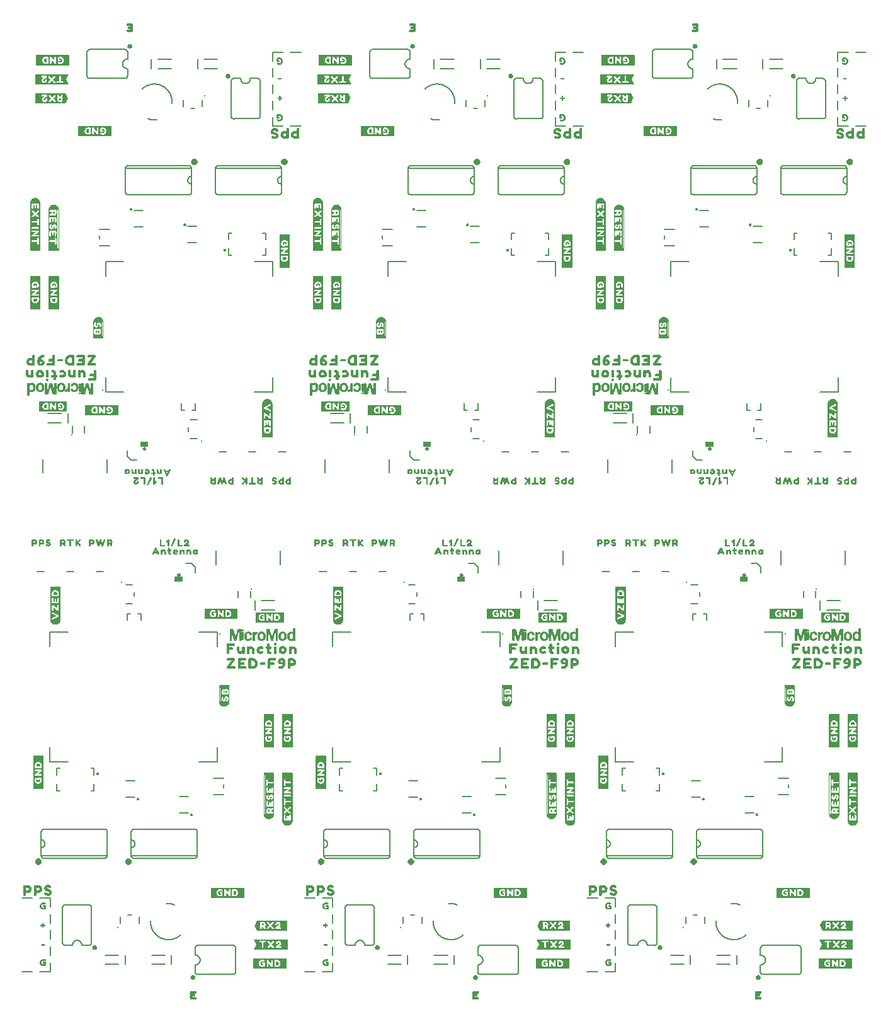
<source format=gto>
G04 EAGLE Gerber RS-274X export*
G75*
%MOMM*%
%FSLAX34Y34*%
%LPD*%
%INSilkscreen Top*%
%IPPOS*%
%AMOC8*
5,1,8,0,0,1.08239X$1,22.5*%
G01*
%ADD10C,0.200000*%
%ADD11R,0.640000X0.040000*%
%ADD12R,0.800000X0.040000*%
%ADD13R,0.840000X0.040000*%
%ADD14R,0.280000X0.040000*%
%ADD15R,0.600000X0.040000*%
%ADD16R,0.680000X0.040000*%
%ADD17R,0.760000X0.040000*%
%ADD18C,0.203200*%
%ADD19C,0.152400*%
%ADD20C,0.400000*%
%ADD21C,0.282838*%
%ADD22C,0.177800*%
%ADD23C,0.254000*%
%ADD24C,0.254000*%
%ADD25C,0.508000*%
%ADD26C,0.300000*%

G36*
X737614Y259954D02*
X737614Y259954D01*
X737616Y259951D01*
X738316Y260051D01*
X738320Y260055D01*
X738323Y260053D01*
X739023Y260253D01*
X739024Y260254D01*
X739025Y260253D01*
X739625Y260453D01*
X739628Y260458D01*
X739631Y260456D01*
X740231Y260756D01*
X740234Y260760D01*
X740237Y260759D01*
X740837Y261159D01*
X740838Y261162D01*
X740840Y261162D01*
X741840Y261962D01*
X741841Y261966D01*
X741844Y261965D01*
X742344Y262465D01*
X742345Y262472D01*
X742350Y262473D01*
X742750Y263073D01*
X742750Y263077D01*
X742753Y263078D01*
X743353Y264278D01*
X743353Y264283D01*
X743356Y264284D01*
X743556Y264884D01*
X743556Y264886D01*
X743557Y264886D01*
X743757Y265586D01*
X743755Y265591D01*
X743758Y265593D01*
X743858Y266293D01*
X743856Y266298D01*
X743859Y266300D01*
X743859Y330600D01*
X743855Y330605D01*
X743858Y330608D01*
X743758Y331208D01*
X743715Y331249D01*
X743712Y331246D01*
X743709Y331249D01*
X730809Y331249D01*
X730805Y331246D01*
X730801Y331249D01*
X730201Y331149D01*
X730160Y331105D01*
X730163Y331103D01*
X730160Y331100D01*
X730160Y266300D01*
X730164Y266295D01*
X730161Y266292D01*
X730261Y265692D01*
X730264Y265689D01*
X730262Y265686D01*
X730662Y264286D01*
X730668Y264282D01*
X730665Y264278D01*
X731265Y263078D01*
X731272Y263075D01*
X731271Y263069D01*
X732071Y262069D01*
X732075Y262068D01*
X732075Y262065D01*
X732575Y261565D01*
X732582Y261564D01*
X732582Y261559D01*
X733180Y261160D01*
X733679Y260762D01*
X733686Y260761D01*
X733687Y260756D01*
X734287Y260456D01*
X734294Y260457D01*
X734296Y260453D01*
X734995Y260253D01*
X735594Y260053D01*
X735600Y260055D01*
X735602Y260051D01*
X736302Y259951D01*
X736307Y259954D01*
X736309Y259951D01*
X737609Y259951D01*
X737614Y259954D01*
G37*
G36*
X1117623Y259954D02*
X1117623Y259954D01*
X1117626Y259951D01*
X1118326Y260051D01*
X1118329Y260055D01*
X1118332Y260053D01*
X1119032Y260253D01*
X1119033Y260254D01*
X1119034Y260253D01*
X1119634Y260453D01*
X1119637Y260458D01*
X1119641Y260456D01*
X1120241Y260756D01*
X1120243Y260760D01*
X1120246Y260759D01*
X1120846Y261159D01*
X1120847Y261162D01*
X1120850Y261162D01*
X1121850Y261962D01*
X1121851Y261966D01*
X1121854Y261965D01*
X1122354Y262465D01*
X1122355Y262472D01*
X1122360Y262473D01*
X1122760Y263073D01*
X1122760Y263077D01*
X1122763Y263078D01*
X1123363Y264278D01*
X1123362Y264283D01*
X1123366Y264284D01*
X1123566Y264884D01*
X1123565Y264886D01*
X1123566Y264886D01*
X1123766Y265586D01*
X1123764Y265591D01*
X1123768Y265593D01*
X1123868Y266293D01*
X1123865Y266298D01*
X1123868Y266300D01*
X1123868Y330600D01*
X1123864Y330605D01*
X1123867Y330608D01*
X1123767Y331208D01*
X1123724Y331249D01*
X1123721Y331246D01*
X1123719Y331249D01*
X1110819Y331249D01*
X1110814Y331246D01*
X1110811Y331249D01*
X1110211Y331149D01*
X1110170Y331105D01*
X1110173Y331103D01*
X1110170Y331100D01*
X1110170Y266300D01*
X1110173Y266295D01*
X1110170Y266292D01*
X1110270Y265692D01*
X1110273Y265689D01*
X1110271Y265686D01*
X1110671Y264286D01*
X1110677Y264282D01*
X1110675Y264278D01*
X1111275Y263078D01*
X1111282Y263075D01*
X1111280Y263069D01*
X1112080Y262069D01*
X1112084Y262068D01*
X1112084Y262065D01*
X1112584Y261565D01*
X1112591Y261564D01*
X1112592Y261559D01*
X1113189Y261160D01*
X1113688Y260762D01*
X1113696Y260761D01*
X1113697Y260756D01*
X1114297Y260456D01*
X1114304Y260457D01*
X1114305Y260453D01*
X1115004Y260253D01*
X1115603Y260053D01*
X1115610Y260055D01*
X1115612Y260051D01*
X1116312Y259951D01*
X1116316Y259954D01*
X1116319Y259951D01*
X1117619Y259951D01*
X1117623Y259954D01*
G37*
G36*
X357604Y259954D02*
X357604Y259954D01*
X357607Y259951D01*
X358307Y260051D01*
X358311Y260055D01*
X358314Y260053D01*
X359014Y260253D01*
X359015Y260254D01*
X359016Y260253D01*
X359616Y260453D01*
X359619Y260458D01*
X359622Y260456D01*
X360222Y260756D01*
X360224Y260760D01*
X360227Y260759D01*
X360827Y261159D01*
X360828Y261162D01*
X360831Y261162D01*
X361831Y261962D01*
X361832Y261966D01*
X361835Y261965D01*
X362335Y262465D01*
X362336Y262472D01*
X362341Y262473D01*
X362741Y263073D01*
X362741Y263077D01*
X362744Y263078D01*
X363344Y264278D01*
X363343Y264283D01*
X363347Y264284D01*
X363547Y264884D01*
X363546Y264886D01*
X363547Y264886D01*
X363747Y265586D01*
X363746Y265591D01*
X363749Y265593D01*
X363849Y266293D01*
X363846Y266298D01*
X363849Y266300D01*
X363849Y330600D01*
X363846Y330605D01*
X363849Y330608D01*
X363749Y331208D01*
X363705Y331249D01*
X363703Y331246D01*
X363700Y331249D01*
X350800Y331249D01*
X350795Y331246D01*
X350792Y331249D01*
X350192Y331149D01*
X350151Y331105D01*
X350154Y331103D01*
X350151Y331100D01*
X350151Y266300D01*
X350154Y266295D01*
X350151Y266292D01*
X350251Y265692D01*
X350255Y265689D01*
X350253Y265686D01*
X350653Y264286D01*
X350658Y264282D01*
X350656Y264278D01*
X351256Y263078D01*
X351263Y263075D01*
X351262Y263069D01*
X352062Y262069D01*
X352066Y262068D01*
X352065Y262065D01*
X352565Y261565D01*
X352572Y261564D01*
X352573Y261559D01*
X353171Y261160D01*
X353669Y260762D01*
X353677Y260761D01*
X353678Y260756D01*
X354278Y260456D01*
X354285Y260457D01*
X354286Y260453D01*
X354985Y260253D01*
X355584Y260053D01*
X355591Y260055D01*
X355593Y260051D01*
X356293Y259951D01*
X356298Y259954D01*
X356300Y259951D01*
X357600Y259951D01*
X357604Y259954D01*
G37*
G36*
X24134Y1032252D02*
X24134Y1032252D01*
X24138Y1032249D01*
X24738Y1032349D01*
X24778Y1032392D01*
X24775Y1032395D01*
X24779Y1032397D01*
X24779Y1097197D01*
X24775Y1097202D01*
X24778Y1097206D01*
X24678Y1097806D01*
X24675Y1097808D01*
X24677Y1097811D01*
X24277Y1099211D01*
X24271Y1099215D01*
X24273Y1099219D01*
X23673Y1100419D01*
X23667Y1100423D01*
X23668Y1100428D01*
X22868Y1101428D01*
X22864Y1101429D01*
X22864Y1101432D01*
X22364Y1101932D01*
X22357Y1101933D01*
X22357Y1101938D01*
X21759Y1102337D01*
X21260Y1102736D01*
X21252Y1102736D01*
X21251Y1102741D01*
X20651Y1103041D01*
X20645Y1103040D01*
X20643Y1103045D01*
X19944Y1103244D01*
X19345Y1103444D01*
X19339Y1103442D01*
X19336Y1103446D01*
X18636Y1103546D01*
X18632Y1103544D01*
X18629Y1103547D01*
X17329Y1103547D01*
X17325Y1103543D01*
X17322Y1103546D01*
X16622Y1103446D01*
X16619Y1103443D01*
X16616Y1103445D01*
X15916Y1103245D01*
X15915Y1103243D01*
X15914Y1103244D01*
X15314Y1103044D01*
X15311Y1103040D01*
X15307Y1103041D01*
X14707Y1102741D01*
X14705Y1102737D01*
X14702Y1102738D01*
X14102Y1102338D01*
X14101Y1102335D01*
X14099Y1102336D01*
X13099Y1101536D01*
X13098Y1101532D01*
X13095Y1101532D01*
X12595Y1101032D01*
X12594Y1101025D01*
X12588Y1101025D01*
X12188Y1100425D01*
X12189Y1100420D01*
X12185Y1100419D01*
X11585Y1099219D01*
X11586Y1099214D01*
X11583Y1099213D01*
X11383Y1098613D01*
X11383Y1098611D01*
X11382Y1098611D01*
X11182Y1097911D01*
X11184Y1097906D01*
X11181Y1097904D01*
X11081Y1097204D01*
X11083Y1097200D01*
X11080Y1097197D01*
X11080Y1032897D01*
X11084Y1032893D01*
X11081Y1032889D01*
X11181Y1032289D01*
X11224Y1032248D01*
X11227Y1032251D01*
X11229Y1032248D01*
X24129Y1032248D01*
X24134Y1032252D01*
G37*
G36*
X784153Y1032252D02*
X784153Y1032252D01*
X784156Y1032249D01*
X784756Y1032349D01*
X784797Y1032392D01*
X784794Y1032395D01*
X784797Y1032397D01*
X784797Y1097197D01*
X784794Y1097202D01*
X784797Y1097206D01*
X784697Y1097806D01*
X784694Y1097808D01*
X784696Y1097811D01*
X784296Y1099211D01*
X784290Y1099215D01*
X784292Y1099219D01*
X783692Y1100419D01*
X783685Y1100423D01*
X783687Y1100428D01*
X782887Y1101428D01*
X782883Y1101429D01*
X782883Y1101432D01*
X782383Y1101932D01*
X782376Y1101933D01*
X782376Y1101938D01*
X781778Y1102337D01*
X781279Y1102736D01*
X781271Y1102736D01*
X781270Y1102741D01*
X780670Y1103041D01*
X780663Y1103040D01*
X780662Y1103045D01*
X779963Y1103244D01*
X779364Y1103444D01*
X779357Y1103442D01*
X779355Y1103446D01*
X778655Y1103546D01*
X778651Y1103544D01*
X778648Y1103547D01*
X777348Y1103547D01*
X777344Y1103543D01*
X777341Y1103546D01*
X776641Y1103446D01*
X776638Y1103443D01*
X776635Y1103445D01*
X775935Y1103245D01*
X775934Y1103243D01*
X775933Y1103244D01*
X775333Y1103044D01*
X775330Y1103040D01*
X775326Y1103041D01*
X774726Y1102741D01*
X774724Y1102737D01*
X774721Y1102738D01*
X774121Y1102338D01*
X774120Y1102335D01*
X774117Y1102336D01*
X773117Y1101536D01*
X773116Y1101532D01*
X773113Y1101532D01*
X772613Y1101032D01*
X772612Y1101025D01*
X772607Y1101025D01*
X772207Y1100425D01*
X772208Y1100420D01*
X772204Y1100419D01*
X771604Y1099219D01*
X771605Y1099214D01*
X771601Y1099213D01*
X771401Y1098613D01*
X771402Y1098611D01*
X771401Y1098611D01*
X771201Y1097911D01*
X771203Y1097906D01*
X771199Y1097904D01*
X771099Y1097204D01*
X771102Y1097200D01*
X771099Y1097197D01*
X771099Y1032897D01*
X771103Y1032893D01*
X771100Y1032889D01*
X771200Y1032289D01*
X771243Y1032248D01*
X771246Y1032251D01*
X771248Y1032248D01*
X784148Y1032248D01*
X784153Y1032252D01*
G37*
G36*
X404144Y1032252D02*
X404144Y1032252D01*
X404147Y1032249D01*
X404747Y1032349D01*
X404788Y1032392D01*
X404785Y1032395D01*
X404788Y1032397D01*
X404788Y1097197D01*
X404784Y1097202D01*
X404787Y1097206D01*
X404687Y1097806D01*
X404684Y1097808D01*
X404686Y1097811D01*
X404286Y1099211D01*
X404281Y1099215D01*
X404283Y1099219D01*
X403683Y1100419D01*
X403676Y1100423D01*
X403677Y1100428D01*
X402877Y1101428D01*
X402873Y1101429D01*
X402874Y1101432D01*
X402374Y1101932D01*
X402366Y1101933D01*
X402366Y1101938D01*
X401768Y1102337D01*
X401270Y1102736D01*
X401262Y1102736D01*
X401261Y1102741D01*
X400661Y1103041D01*
X400654Y1103040D01*
X400652Y1103045D01*
X399953Y1103244D01*
X399354Y1103444D01*
X399348Y1103442D01*
X399346Y1103446D01*
X398646Y1103546D01*
X398641Y1103544D01*
X398639Y1103547D01*
X397339Y1103547D01*
X397335Y1103543D01*
X397332Y1103546D01*
X396632Y1103446D01*
X396628Y1103443D01*
X396625Y1103445D01*
X395925Y1103245D01*
X395924Y1103243D01*
X395923Y1103244D01*
X395323Y1103044D01*
X395320Y1103040D01*
X395317Y1103041D01*
X394717Y1102741D01*
X394715Y1102737D01*
X394712Y1102738D01*
X394112Y1102338D01*
X394110Y1102335D01*
X394108Y1102336D01*
X393108Y1101536D01*
X393107Y1101532D01*
X393104Y1101532D01*
X392604Y1101032D01*
X392603Y1101025D01*
X392598Y1101025D01*
X392198Y1100425D01*
X392198Y1100420D01*
X392195Y1100419D01*
X391595Y1099219D01*
X391596Y1099214D01*
X391592Y1099213D01*
X391392Y1098613D01*
X391393Y1098611D01*
X391391Y1098611D01*
X391191Y1097911D01*
X391193Y1097906D01*
X391190Y1097904D01*
X391090Y1097204D01*
X391093Y1097200D01*
X391090Y1097197D01*
X391090Y1032897D01*
X391093Y1032893D01*
X391090Y1032889D01*
X391190Y1032289D01*
X391233Y1032248D01*
X391236Y1032251D01*
X391239Y1032248D01*
X404139Y1032248D01*
X404144Y1032252D01*
G37*
G36*
X429460Y1032464D02*
X429460Y1032464D01*
X429474Y1032463D01*
X429774Y1032763D01*
X429775Y1032775D01*
X429782Y1032780D01*
X429777Y1032786D01*
X429777Y1032789D01*
X429788Y1032797D01*
X429788Y1088097D01*
X429785Y1088102D01*
X429788Y1088104D01*
X429688Y1088804D01*
X429687Y1088805D01*
X429687Y1088806D01*
X429587Y1089406D01*
X429584Y1089408D01*
X429586Y1089411D01*
X429386Y1090111D01*
X429381Y1090115D01*
X429383Y1090119D01*
X428783Y1091319D01*
X428776Y1091323D01*
X428777Y1091328D01*
X428377Y1091828D01*
X428377Y1091829D01*
X427877Y1092429D01*
X427873Y1092430D01*
X427874Y1092432D01*
X427474Y1092832D01*
X427466Y1092833D01*
X427466Y1092838D01*
X426868Y1093237D01*
X426370Y1093636D01*
X426362Y1093636D01*
X426361Y1093641D01*
X425761Y1093941D01*
X425759Y1093941D01*
X425758Y1093943D01*
X425058Y1094243D01*
X425050Y1094241D01*
X425047Y1094246D01*
X424449Y1094346D01*
X423752Y1094545D01*
X423743Y1094541D01*
X423739Y1094547D01*
X422339Y1094547D01*
X422334Y1094543D01*
X422331Y1094546D01*
X421731Y1094446D01*
X421728Y1094443D01*
X421725Y1094445D01*
X421025Y1094245D01*
X421024Y1094243D01*
X421023Y1094244D01*
X420423Y1094044D01*
X420420Y1094040D01*
X420417Y1094041D01*
X419217Y1093441D01*
X419215Y1093437D01*
X419212Y1093438D01*
X418612Y1093038D01*
X418609Y1093032D01*
X418604Y1093032D01*
X418104Y1092532D01*
X418103Y1092528D01*
X418100Y1092528D01*
X417300Y1091528D01*
X417300Y1091525D01*
X417298Y1091525D01*
X416898Y1090925D01*
X416898Y1090920D01*
X416895Y1090919D01*
X416595Y1090319D01*
X416596Y1090314D01*
X416592Y1090313D01*
X416392Y1089713D01*
X416393Y1089711D01*
X416391Y1089711D01*
X416191Y1089011D01*
X416195Y1089003D01*
X416191Y1089000D01*
X416192Y1088999D01*
X416190Y1088997D01*
X416190Y1088302D01*
X416090Y1087706D01*
X416106Y1087676D01*
X416104Y1087663D01*
X416129Y1087638D01*
X416112Y1087639D01*
X416110Y1087613D01*
X416090Y1087597D01*
X416090Y1032797D01*
X416109Y1032772D01*
X416109Y1032758D01*
X416509Y1032458D01*
X416531Y1032458D01*
X416539Y1032448D01*
X429439Y1032448D01*
X429460Y1032464D01*
G37*
G36*
X809470Y1032464D02*
X809470Y1032464D01*
X809483Y1032463D01*
X809783Y1032763D01*
X809785Y1032775D01*
X809791Y1032780D01*
X809786Y1032786D01*
X809787Y1032789D01*
X809797Y1032797D01*
X809797Y1088097D01*
X809794Y1088102D01*
X809797Y1088104D01*
X809697Y1088804D01*
X809696Y1088805D01*
X809697Y1088806D01*
X809597Y1089406D01*
X809594Y1089408D01*
X809596Y1089411D01*
X809396Y1090111D01*
X809390Y1090115D01*
X809392Y1090119D01*
X808792Y1091319D01*
X808785Y1091323D01*
X808787Y1091328D01*
X808387Y1091828D01*
X808386Y1091828D01*
X808386Y1091829D01*
X807886Y1092429D01*
X807883Y1092430D01*
X807883Y1092432D01*
X807483Y1092832D01*
X807476Y1092833D01*
X807476Y1092838D01*
X806878Y1093237D01*
X806379Y1093636D01*
X806371Y1093636D01*
X806370Y1093641D01*
X805770Y1093941D01*
X805768Y1093941D01*
X805768Y1093943D01*
X805068Y1094243D01*
X805059Y1094241D01*
X805056Y1094246D01*
X804459Y1094346D01*
X803762Y1094545D01*
X803752Y1094541D01*
X803748Y1094547D01*
X802348Y1094547D01*
X802343Y1094543D01*
X802340Y1094546D01*
X801740Y1094446D01*
X801737Y1094443D01*
X801735Y1094445D01*
X801035Y1094245D01*
X801034Y1094243D01*
X801033Y1094244D01*
X800433Y1094044D01*
X800430Y1094040D01*
X800426Y1094041D01*
X799226Y1093441D01*
X799224Y1093437D01*
X799221Y1093438D01*
X798621Y1093038D01*
X798619Y1093032D01*
X798613Y1093032D01*
X798113Y1092532D01*
X798113Y1092528D01*
X798110Y1092528D01*
X797310Y1091528D01*
X797310Y1091525D01*
X797307Y1091525D01*
X796907Y1090925D01*
X796908Y1090920D01*
X796904Y1090919D01*
X796604Y1090319D01*
X796605Y1090314D01*
X796601Y1090313D01*
X796401Y1089713D01*
X796402Y1089711D01*
X796401Y1089711D01*
X796201Y1089011D01*
X796204Y1089003D01*
X796201Y1089000D01*
X796202Y1088999D01*
X796199Y1088997D01*
X796199Y1088302D01*
X796100Y1087706D01*
X796115Y1087676D01*
X796113Y1087663D01*
X796138Y1087638D01*
X796122Y1087639D01*
X796120Y1087613D01*
X796099Y1087597D01*
X796099Y1032797D01*
X796119Y1032772D01*
X796119Y1032758D01*
X796519Y1032458D01*
X796541Y1032458D01*
X796548Y1032448D01*
X809448Y1032448D01*
X809470Y1032464D01*
G37*
G36*
X49451Y1032464D02*
X49451Y1032464D01*
X49464Y1032463D01*
X49764Y1032763D01*
X49766Y1032775D01*
X49772Y1032780D01*
X49767Y1032786D01*
X49768Y1032789D01*
X49779Y1032797D01*
X49779Y1088097D01*
X49775Y1088102D01*
X49778Y1088104D01*
X49678Y1088804D01*
X49678Y1088805D01*
X49678Y1088806D01*
X49578Y1089406D01*
X49575Y1089408D01*
X49577Y1089411D01*
X49377Y1090111D01*
X49371Y1090115D01*
X49373Y1090119D01*
X48773Y1091319D01*
X48767Y1091323D01*
X48768Y1091328D01*
X48368Y1091828D01*
X48367Y1091828D01*
X48367Y1091829D01*
X47867Y1092429D01*
X47864Y1092430D01*
X47864Y1092432D01*
X47464Y1092832D01*
X47457Y1092833D01*
X47457Y1092838D01*
X46859Y1093237D01*
X46360Y1093636D01*
X46352Y1093636D01*
X46351Y1093641D01*
X45751Y1093941D01*
X45749Y1093941D01*
X45749Y1093943D01*
X45049Y1094243D01*
X45040Y1094241D01*
X45038Y1094246D01*
X44440Y1094346D01*
X43743Y1094545D01*
X43734Y1094541D01*
X43729Y1094547D01*
X42329Y1094547D01*
X42325Y1094543D01*
X42321Y1094546D01*
X41721Y1094446D01*
X41718Y1094443D01*
X41716Y1094445D01*
X41016Y1094245D01*
X41015Y1094243D01*
X41014Y1094244D01*
X40414Y1094044D01*
X40411Y1094040D01*
X40407Y1094041D01*
X39207Y1093441D01*
X39205Y1093437D01*
X39202Y1093438D01*
X38602Y1093038D01*
X38600Y1093032D01*
X38595Y1093032D01*
X38095Y1092532D01*
X38094Y1092528D01*
X38091Y1092528D01*
X37291Y1091528D01*
X37291Y1091525D01*
X37288Y1091525D01*
X36888Y1090925D01*
X36889Y1090920D01*
X36885Y1090919D01*
X36585Y1090319D01*
X36586Y1090314D01*
X36583Y1090313D01*
X36383Y1089713D01*
X36383Y1089711D01*
X36382Y1089711D01*
X36182Y1089011D01*
X36185Y1089003D01*
X36182Y1089000D01*
X36183Y1088999D01*
X36180Y1088997D01*
X36180Y1088302D01*
X36081Y1087706D01*
X36096Y1087676D01*
X36095Y1087663D01*
X36120Y1087638D01*
X36103Y1087639D01*
X36101Y1087613D01*
X36080Y1087597D01*
X36080Y1032797D01*
X36100Y1032772D01*
X36100Y1032758D01*
X36500Y1032458D01*
X36522Y1032458D01*
X36529Y1032448D01*
X49429Y1032448D01*
X49451Y1032464D01*
G37*
G36*
X712614Y268954D02*
X712614Y268954D01*
X712618Y268951D01*
X713218Y269051D01*
X713220Y269055D01*
X713223Y269053D01*
X713923Y269253D01*
X713924Y269254D01*
X713925Y269253D01*
X714525Y269453D01*
X714528Y269458D01*
X714531Y269456D01*
X715731Y270056D01*
X715734Y270060D01*
X715737Y270059D01*
X716337Y270459D01*
X716339Y270466D01*
X716344Y270465D01*
X716844Y270965D01*
X716845Y270969D01*
X716848Y270969D01*
X717648Y271969D01*
X717648Y271973D01*
X717650Y271973D01*
X718050Y272573D01*
X718050Y272577D01*
X718053Y272578D01*
X718353Y273178D01*
X718353Y273183D01*
X718356Y273184D01*
X718556Y273784D01*
X718556Y273786D01*
X718557Y273786D01*
X718757Y274486D01*
X718753Y274496D01*
X718759Y274500D01*
X718759Y275196D01*
X718858Y275792D01*
X718842Y275822D01*
X718844Y275835D01*
X718819Y275860D01*
X718836Y275859D01*
X718838Y275884D01*
X718859Y275900D01*
X718859Y330700D01*
X718839Y330726D01*
X718839Y330739D01*
X718439Y331039D01*
X718417Y331039D01*
X718409Y331049D01*
X705509Y331049D01*
X705488Y331033D01*
X705475Y331035D01*
X705175Y330735D01*
X705173Y330724D01*
X705172Y330724D01*
X705173Y330723D01*
X705171Y330708D01*
X705160Y330700D01*
X705160Y275400D01*
X705163Y275396D01*
X705161Y275393D01*
X705261Y274693D01*
X705261Y274692D01*
X705361Y274092D01*
X705364Y274089D01*
X705362Y274086D01*
X705562Y273386D01*
X705568Y273382D01*
X705565Y273378D01*
X706165Y272178D01*
X706172Y272175D01*
X706171Y272169D01*
X706571Y271669D01*
X706572Y271669D01*
X706572Y271668D01*
X707072Y271068D01*
X707075Y271068D01*
X707075Y271065D01*
X707475Y270665D01*
X707482Y270664D01*
X707482Y270659D01*
X708080Y270260D01*
X708579Y269862D01*
X708586Y269861D01*
X708587Y269856D01*
X709187Y269556D01*
X709190Y269556D01*
X709190Y269555D01*
X709890Y269255D01*
X709898Y269257D01*
X709901Y269251D01*
X710499Y269152D01*
X711196Y268953D01*
X711205Y268956D01*
X711209Y268951D01*
X712609Y268951D01*
X712614Y268954D01*
G37*
G36*
X1092624Y268954D02*
X1092624Y268954D01*
X1092627Y268951D01*
X1093227Y269051D01*
X1093230Y269055D01*
X1093232Y269053D01*
X1093932Y269253D01*
X1093933Y269254D01*
X1093934Y269253D01*
X1094534Y269453D01*
X1094537Y269458D01*
X1094541Y269456D01*
X1095741Y270056D01*
X1095743Y270060D01*
X1095746Y270059D01*
X1096346Y270459D01*
X1096349Y270466D01*
X1096354Y270465D01*
X1096854Y270965D01*
X1096854Y270969D01*
X1096857Y270969D01*
X1097657Y271969D01*
X1097657Y271973D01*
X1097660Y271973D01*
X1098060Y272573D01*
X1098060Y272577D01*
X1098063Y272578D01*
X1098363Y273178D01*
X1098362Y273183D01*
X1098366Y273184D01*
X1098566Y273784D01*
X1098565Y273786D01*
X1098566Y273786D01*
X1098766Y274486D01*
X1098763Y274496D01*
X1098768Y274500D01*
X1098768Y275196D01*
X1098867Y275792D01*
X1098852Y275822D01*
X1098854Y275835D01*
X1098829Y275860D01*
X1098845Y275859D01*
X1098847Y275884D01*
X1098868Y275900D01*
X1098868Y330700D01*
X1098848Y330726D01*
X1098848Y330739D01*
X1098448Y331039D01*
X1098426Y331039D01*
X1098419Y331049D01*
X1085519Y331049D01*
X1085497Y331033D01*
X1085484Y331035D01*
X1085184Y330735D01*
X1085183Y330724D01*
X1085182Y330724D01*
X1085182Y330723D01*
X1085180Y330708D01*
X1085170Y330700D01*
X1085170Y275400D01*
X1085173Y275396D01*
X1085170Y275393D01*
X1085270Y274693D01*
X1085271Y274692D01*
X1085270Y274692D01*
X1085370Y274092D01*
X1085373Y274089D01*
X1085371Y274086D01*
X1085571Y273386D01*
X1085577Y273382D01*
X1085575Y273378D01*
X1086175Y272178D01*
X1086182Y272175D01*
X1086180Y272169D01*
X1086580Y271669D01*
X1086581Y271669D01*
X1086581Y271668D01*
X1087081Y271068D01*
X1087084Y271068D01*
X1087084Y271065D01*
X1087484Y270665D01*
X1087491Y270664D01*
X1087492Y270659D01*
X1088089Y270260D01*
X1088588Y269862D01*
X1088596Y269861D01*
X1088597Y269856D01*
X1089197Y269556D01*
X1089199Y269556D01*
X1089199Y269555D01*
X1089899Y269255D01*
X1089908Y269257D01*
X1089911Y269251D01*
X1090508Y269152D01*
X1091205Y268953D01*
X1091215Y268956D01*
X1091219Y268951D01*
X1092619Y268951D01*
X1092624Y268954D01*
G37*
G36*
X332605Y268954D02*
X332605Y268954D01*
X332608Y268951D01*
X333208Y269051D01*
X333211Y269055D01*
X333214Y269053D01*
X333914Y269253D01*
X333915Y269254D01*
X333916Y269253D01*
X334516Y269453D01*
X334519Y269458D01*
X334522Y269456D01*
X335722Y270056D01*
X335724Y270060D01*
X335727Y270059D01*
X336327Y270459D01*
X336330Y270466D01*
X336335Y270465D01*
X336835Y270965D01*
X336835Y270969D01*
X336838Y270969D01*
X337638Y271969D01*
X337639Y271973D01*
X337641Y271973D01*
X338041Y272573D01*
X338041Y272577D01*
X338044Y272578D01*
X338344Y273178D01*
X338343Y273183D01*
X338347Y273184D01*
X338547Y273784D01*
X338546Y273786D01*
X338547Y273786D01*
X338747Y274486D01*
X338744Y274496D01*
X338749Y274500D01*
X338749Y275196D01*
X338849Y275792D01*
X338833Y275822D01*
X338835Y275835D01*
X338810Y275860D01*
X338827Y275859D01*
X338829Y275884D01*
X338849Y275900D01*
X338849Y330700D01*
X338830Y330726D01*
X338830Y330739D01*
X338430Y331039D01*
X338408Y331039D01*
X338400Y331049D01*
X325500Y331049D01*
X325479Y331033D01*
X325465Y331035D01*
X325165Y330735D01*
X325164Y330724D01*
X325163Y330724D01*
X325164Y330723D01*
X325162Y330708D01*
X325151Y330700D01*
X325151Y275400D01*
X325154Y275396D01*
X325151Y275393D01*
X325251Y274693D01*
X325252Y274692D01*
X325251Y274692D01*
X325351Y274092D01*
X325355Y274089D01*
X325353Y274086D01*
X325553Y273386D01*
X325558Y273382D01*
X325556Y273378D01*
X326156Y272178D01*
X326163Y272175D01*
X326162Y272169D01*
X326562Y271669D01*
X326562Y271668D01*
X327062Y271068D01*
X327066Y271068D01*
X327065Y271065D01*
X327465Y270665D01*
X327472Y270664D01*
X327473Y270659D01*
X328071Y270260D01*
X328569Y269862D01*
X328577Y269861D01*
X328578Y269856D01*
X329178Y269556D01*
X329180Y269556D01*
X329181Y269555D01*
X329881Y269255D01*
X329889Y269257D01*
X329892Y269251D01*
X330489Y269152D01*
X331186Y268953D01*
X331196Y268956D01*
X331200Y268951D01*
X332600Y268951D01*
X332605Y268954D01*
G37*
G36*
X425514Y529954D02*
X425514Y529954D01*
X425516Y529951D01*
X426216Y530051D01*
X426217Y530052D01*
X426218Y530051D01*
X426818Y530151D01*
X426824Y530158D01*
X426829Y530155D01*
X427527Y530454D01*
X428125Y530653D01*
X428130Y530661D01*
X428137Y530659D01*
X428737Y531059D01*
X428738Y531062D01*
X428740Y531062D01*
X429740Y531862D01*
X429741Y531866D01*
X429744Y531865D01*
X430244Y532365D01*
X430245Y532372D01*
X430250Y532373D01*
X430650Y532973D01*
X430650Y532975D01*
X430652Y532975D01*
X430952Y533475D01*
X430951Y533478D01*
X430953Y533478D01*
X431253Y534078D01*
X431253Y534080D01*
X431255Y534081D01*
X431555Y534781D01*
X431553Y534789D01*
X431558Y534792D01*
X431658Y535392D01*
X431658Y535393D01*
X431858Y536793D01*
X431856Y536798D01*
X431859Y536800D01*
X431859Y581500D01*
X431823Y581547D01*
X431815Y581542D01*
X431809Y581549D01*
X418209Y581549D01*
X418162Y581513D01*
X418168Y581506D01*
X418160Y581500D01*
X418160Y536500D01*
X418163Y536496D01*
X418161Y536493D01*
X418361Y535093D01*
X418365Y535088D01*
X418363Y535084D01*
X418563Y534484D01*
X418567Y534481D01*
X418565Y534478D01*
X419165Y533278D01*
X419170Y533276D01*
X419168Y533273D01*
X419568Y532673D01*
X419572Y532672D01*
X419571Y532669D01*
X419971Y532169D01*
X419975Y532168D01*
X419975Y532165D01*
X420475Y531665D01*
X420479Y531665D01*
X420479Y531662D01*
X420979Y531262D01*
X420982Y531261D01*
X420982Y531259D01*
X421582Y530859D01*
X421587Y530859D01*
X421587Y530856D01*
X422187Y530556D01*
X422193Y530557D01*
X422194Y530553D01*
X422794Y530353D01*
X422795Y530354D01*
X422796Y530353D01*
X423496Y530153D01*
X423500Y530154D01*
X423501Y530151D01*
X424101Y530051D01*
X424102Y530052D01*
X424102Y530051D01*
X424802Y529951D01*
X424807Y529954D01*
X424809Y529951D01*
X425509Y529951D01*
X425514Y529954D01*
G37*
G36*
X45504Y529954D02*
X45504Y529954D01*
X45507Y529951D01*
X46207Y530051D01*
X46208Y530052D01*
X46208Y530051D01*
X46808Y530151D01*
X46814Y530158D01*
X46819Y530155D01*
X47518Y530454D01*
X48116Y530653D01*
X48121Y530661D01*
X48127Y530659D01*
X48727Y531059D01*
X48728Y531062D01*
X48731Y531062D01*
X49731Y531862D01*
X49732Y531866D01*
X49735Y531865D01*
X50235Y532365D01*
X50236Y532372D01*
X50241Y532373D01*
X50641Y532973D01*
X50641Y532975D01*
X50642Y532975D01*
X50942Y533475D01*
X50942Y533478D01*
X50944Y533478D01*
X51244Y534078D01*
X51244Y534080D01*
X51245Y534081D01*
X51545Y534781D01*
X51543Y534789D01*
X51549Y534792D01*
X51649Y535392D01*
X51648Y535393D01*
X51649Y535393D01*
X51849Y536793D01*
X51846Y536798D01*
X51849Y536800D01*
X51849Y581500D01*
X51813Y581547D01*
X51806Y581542D01*
X51800Y581549D01*
X38200Y581549D01*
X38153Y581513D01*
X38158Y581506D01*
X38151Y581500D01*
X38151Y536500D01*
X38154Y536496D01*
X38151Y536493D01*
X38351Y535093D01*
X38356Y535088D01*
X38353Y535084D01*
X38553Y534484D01*
X38558Y534481D01*
X38556Y534478D01*
X39156Y533278D01*
X39160Y533276D01*
X39159Y533273D01*
X39559Y532673D01*
X39562Y532672D01*
X39562Y532669D01*
X39962Y532169D01*
X39966Y532168D01*
X39965Y532165D01*
X40465Y531665D01*
X40469Y531665D01*
X40469Y531662D01*
X40969Y531262D01*
X40973Y531261D01*
X40973Y531259D01*
X41573Y530859D01*
X41577Y530859D01*
X41578Y530856D01*
X42178Y530556D01*
X42183Y530557D01*
X42184Y530553D01*
X42784Y530353D01*
X42786Y530354D01*
X42786Y530353D01*
X43486Y530153D01*
X43490Y530154D01*
X43492Y530151D01*
X44092Y530051D01*
X44093Y530052D01*
X44093Y530051D01*
X44793Y529951D01*
X44798Y529954D01*
X44800Y529951D01*
X45500Y529951D01*
X45504Y529954D01*
G37*
G36*
X805523Y529954D02*
X805523Y529954D01*
X805526Y529951D01*
X806226Y530051D01*
X806226Y530052D01*
X806227Y530051D01*
X806827Y530151D01*
X806833Y530158D01*
X806838Y530155D01*
X807537Y530454D01*
X808134Y530653D01*
X808140Y530661D01*
X808146Y530659D01*
X808746Y531059D01*
X808747Y531062D01*
X808750Y531062D01*
X809750Y531862D01*
X809751Y531866D01*
X809754Y531865D01*
X810254Y532365D01*
X810255Y532372D01*
X810260Y532373D01*
X810660Y532973D01*
X810660Y532975D01*
X810661Y532975D01*
X810961Y533475D01*
X810961Y533478D01*
X810963Y533478D01*
X811263Y534078D01*
X811262Y534080D01*
X811264Y534081D01*
X811564Y534781D01*
X811562Y534789D01*
X811567Y534792D01*
X811667Y535392D01*
X811667Y535393D01*
X811668Y535393D01*
X811868Y536793D01*
X811865Y536798D01*
X811868Y536800D01*
X811868Y581500D01*
X811832Y581547D01*
X811825Y581542D01*
X811819Y581549D01*
X798219Y581549D01*
X798171Y581513D01*
X798177Y581506D01*
X798170Y581500D01*
X798170Y536500D01*
X798173Y536496D01*
X798170Y536493D01*
X798370Y535093D01*
X798375Y535088D01*
X798372Y535084D01*
X798572Y534484D01*
X798576Y534481D01*
X798575Y534478D01*
X799175Y533278D01*
X799179Y533276D01*
X799178Y533273D01*
X799578Y532673D01*
X799581Y532672D01*
X799580Y532669D01*
X799980Y532169D01*
X799984Y532168D01*
X799984Y532165D01*
X800484Y531665D01*
X800488Y531665D01*
X800488Y531662D01*
X800988Y531262D01*
X800991Y531261D01*
X800992Y531259D01*
X801592Y530859D01*
X801596Y530859D01*
X801597Y530856D01*
X802197Y530556D01*
X802202Y530557D01*
X802203Y530553D01*
X802803Y530353D01*
X802805Y530354D01*
X802805Y530353D01*
X803505Y530153D01*
X803509Y530154D01*
X803511Y530151D01*
X804111Y530051D01*
X804112Y530052D01*
X804112Y530051D01*
X804812Y529951D01*
X804816Y529954D01*
X804819Y529951D01*
X805519Y529951D01*
X805523Y529954D01*
G37*
G36*
X1096796Y781984D02*
X1096796Y781984D01*
X1096790Y781992D01*
X1096797Y781997D01*
X1096797Y826997D01*
X1096794Y827002D01*
X1096797Y827004D01*
X1096597Y828404D01*
X1096592Y828409D01*
X1096595Y828413D01*
X1096395Y829013D01*
X1096391Y829016D01*
X1096392Y829019D01*
X1095792Y830219D01*
X1095788Y830222D01*
X1095789Y830225D01*
X1095389Y830825D01*
X1095386Y830826D01*
X1095387Y830828D01*
X1094987Y831328D01*
X1094983Y831329D01*
X1094983Y831332D01*
X1094483Y831832D01*
X1094479Y831833D01*
X1094479Y831836D01*
X1093979Y832236D01*
X1093976Y832236D01*
X1093976Y832238D01*
X1093376Y832638D01*
X1093371Y832638D01*
X1093370Y832641D01*
X1092770Y832941D01*
X1092765Y832941D01*
X1092764Y832944D01*
X1092164Y833144D01*
X1092162Y833144D01*
X1092162Y833145D01*
X1091462Y833345D01*
X1091458Y833343D01*
X1091456Y833346D01*
X1090856Y833446D01*
X1090855Y833446D01*
X1090155Y833546D01*
X1090151Y833544D01*
X1090148Y833547D01*
X1089448Y833547D01*
X1089444Y833543D01*
X1089441Y833546D01*
X1088741Y833446D01*
X1088740Y833446D01*
X1088140Y833346D01*
X1088134Y833340D01*
X1088129Y833343D01*
X1087430Y833043D01*
X1086833Y832844D01*
X1086827Y832836D01*
X1086821Y832838D01*
X1086221Y832438D01*
X1086220Y832435D01*
X1086217Y832436D01*
X1085217Y831636D01*
X1085216Y831632D01*
X1085213Y831632D01*
X1084713Y831132D01*
X1084712Y831125D01*
X1084707Y831125D01*
X1084307Y830525D01*
X1084307Y830523D01*
X1084306Y830523D01*
X1084006Y830023D01*
X1084006Y830020D01*
X1084004Y830019D01*
X1083704Y829419D01*
X1083705Y829417D01*
X1083703Y829417D01*
X1083403Y828717D01*
X1083405Y828708D01*
X1083400Y828706D01*
X1083300Y828106D01*
X1083300Y828105D01*
X1083299Y828104D01*
X1083099Y826704D01*
X1083102Y826700D01*
X1083099Y826697D01*
X1083099Y781997D01*
X1083135Y781950D01*
X1083142Y781956D01*
X1083148Y781948D01*
X1096748Y781948D01*
X1096796Y781984D01*
G37*
G36*
X716786Y781984D02*
X716786Y781984D01*
X716780Y781992D01*
X716788Y781997D01*
X716788Y826997D01*
X716785Y827002D01*
X716788Y827004D01*
X716588Y828404D01*
X716583Y828409D01*
X716586Y828413D01*
X716386Y829013D01*
X716381Y829016D01*
X716383Y829019D01*
X715783Y830219D01*
X715779Y830222D01*
X715780Y830225D01*
X715380Y830825D01*
X715377Y830826D01*
X715377Y830828D01*
X714977Y831328D01*
X714973Y831329D01*
X714974Y831332D01*
X714474Y831832D01*
X714470Y831833D01*
X714470Y831836D01*
X713970Y832236D01*
X713966Y832236D01*
X713966Y832238D01*
X713366Y832638D01*
X713361Y832638D01*
X713361Y832641D01*
X712761Y832941D01*
X712756Y832941D01*
X712754Y832944D01*
X712154Y833144D01*
X712153Y833144D01*
X712152Y833145D01*
X711452Y833345D01*
X711448Y833343D01*
X711447Y833346D01*
X710847Y833446D01*
X710846Y833446D01*
X710146Y833546D01*
X710141Y833544D01*
X710139Y833547D01*
X709439Y833547D01*
X709435Y833543D01*
X709432Y833546D01*
X708732Y833446D01*
X708731Y833446D01*
X708131Y833346D01*
X708125Y833340D01*
X708119Y833343D01*
X707421Y833043D01*
X706823Y832844D01*
X706818Y832836D01*
X706812Y832838D01*
X706212Y832438D01*
X706210Y832435D01*
X706208Y832436D01*
X705208Y831636D01*
X705207Y831632D01*
X705204Y831632D01*
X704704Y831132D01*
X704703Y831125D01*
X704698Y831125D01*
X704298Y830525D01*
X704298Y830523D01*
X704297Y830523D01*
X703997Y830023D01*
X703997Y830020D01*
X703995Y830019D01*
X703695Y829419D01*
X703695Y829417D01*
X703694Y829417D01*
X703394Y828717D01*
X703396Y828708D01*
X703390Y828706D01*
X703290Y828106D01*
X703291Y828105D01*
X703290Y828104D01*
X703090Y826704D01*
X703093Y826700D01*
X703090Y826697D01*
X703090Y781997D01*
X703126Y781950D01*
X703133Y781956D01*
X703139Y781948D01*
X716739Y781948D01*
X716786Y781984D01*
G37*
G36*
X336777Y781984D02*
X336777Y781984D01*
X336771Y781992D01*
X336779Y781997D01*
X336779Y826997D01*
X336775Y827002D01*
X336778Y827004D01*
X336578Y828404D01*
X336573Y828409D01*
X336576Y828413D01*
X336376Y829013D01*
X336372Y829016D01*
X336373Y829019D01*
X335773Y830219D01*
X335769Y830222D01*
X335770Y830225D01*
X335370Y830825D01*
X335367Y830826D01*
X335368Y830828D01*
X334968Y831328D01*
X334964Y831329D01*
X334964Y831332D01*
X334464Y831832D01*
X334460Y831833D01*
X334460Y831836D01*
X333960Y832236D01*
X333957Y832236D01*
X333957Y832238D01*
X333357Y832638D01*
X333352Y832638D01*
X333351Y832641D01*
X332751Y832941D01*
X332746Y832941D01*
X332745Y832944D01*
X332145Y833144D01*
X332143Y833144D01*
X332143Y833145D01*
X331443Y833345D01*
X331439Y833343D01*
X331438Y833346D01*
X330838Y833446D01*
X330837Y833446D01*
X330836Y833446D01*
X330136Y833546D01*
X330132Y833544D01*
X330129Y833547D01*
X329429Y833547D01*
X329425Y833543D01*
X329422Y833546D01*
X328722Y833446D01*
X328721Y833446D01*
X328121Y833346D01*
X328115Y833340D01*
X328110Y833343D01*
X327412Y833043D01*
X326814Y832844D01*
X326808Y832836D01*
X326802Y832838D01*
X326202Y832438D01*
X326201Y832435D01*
X326199Y832436D01*
X325199Y831636D01*
X325198Y831632D01*
X325195Y831632D01*
X324695Y831132D01*
X324694Y831125D01*
X324688Y831125D01*
X324288Y830525D01*
X324289Y830523D01*
X324287Y830523D01*
X323987Y830023D01*
X323988Y830020D01*
X323985Y830019D01*
X323685Y829419D01*
X323686Y829417D01*
X323684Y829417D01*
X323384Y828717D01*
X323386Y828708D01*
X323381Y828706D01*
X323281Y828106D01*
X323281Y828105D01*
X323281Y828104D01*
X323081Y826704D01*
X323083Y826700D01*
X323080Y826697D01*
X323080Y781997D01*
X323116Y781950D01*
X323124Y781956D01*
X323129Y781948D01*
X336729Y781948D01*
X336777Y781984D01*
G37*
G36*
X63577Y1281684D02*
X63577Y1281684D01*
X63571Y1281692D01*
X63579Y1281697D01*
X63579Y1295197D01*
X63543Y1295245D01*
X63539Y1295242D01*
X63538Y1295246D01*
X62938Y1295346D01*
X62932Y1295343D01*
X62929Y1295347D01*
X18929Y1295347D01*
X18882Y1295311D01*
X18885Y1295306D01*
X18882Y1295304D01*
X18884Y1295301D01*
X18880Y1295297D01*
X18880Y1281797D01*
X18916Y1281750D01*
X18919Y1281753D01*
X18921Y1281749D01*
X19521Y1281649D01*
X19527Y1281652D01*
X19529Y1281648D01*
X63529Y1281648D01*
X63577Y1281684D01*
G37*
G36*
X509586Y811684D02*
X509586Y811684D01*
X509580Y811692D01*
X509588Y811697D01*
X509588Y825197D01*
X509552Y825245D01*
X509549Y825242D01*
X509547Y825246D01*
X508947Y825346D01*
X508941Y825343D01*
X508939Y825347D01*
X464939Y825347D01*
X464891Y825311D01*
X464895Y825306D01*
X464891Y825304D01*
X464894Y825301D01*
X464890Y825297D01*
X464890Y811797D01*
X464926Y811750D01*
X464929Y811753D01*
X464931Y811749D01*
X465531Y811649D01*
X465536Y811652D01*
X465539Y811648D01*
X509539Y811648D01*
X509586Y811684D01*
G37*
G36*
X736057Y68187D02*
X736057Y68187D01*
X736051Y68194D01*
X736059Y68200D01*
X736059Y81700D01*
X736023Y81747D01*
X736019Y81745D01*
X736018Y81749D01*
X735418Y81849D01*
X735412Y81846D01*
X735409Y81849D01*
X691409Y81849D01*
X691362Y81813D01*
X691365Y81809D01*
X691362Y81806D01*
X691364Y81803D01*
X691360Y81800D01*
X691360Y68300D01*
X691396Y68253D01*
X691399Y68255D01*
X691401Y68251D01*
X692001Y68151D01*
X692007Y68154D01*
X692009Y68151D01*
X736009Y68151D01*
X736057Y68187D01*
G37*
G36*
X670057Y538187D02*
X670057Y538187D01*
X670051Y538194D01*
X670059Y538200D01*
X670059Y551700D01*
X670023Y551747D01*
X670019Y551745D01*
X670018Y551749D01*
X669418Y551849D01*
X669412Y551846D01*
X669409Y551849D01*
X625409Y551849D01*
X625362Y551813D01*
X625365Y551809D01*
X625362Y551806D01*
X625364Y551803D01*
X625360Y551800D01*
X625360Y538300D01*
X625396Y538253D01*
X625399Y538255D01*
X625401Y538251D01*
X626001Y538151D01*
X626007Y538154D01*
X626009Y538151D01*
X670009Y538151D01*
X670057Y538187D01*
G37*
G36*
X290047Y538187D02*
X290047Y538187D01*
X290042Y538194D01*
X290049Y538200D01*
X290049Y551700D01*
X290013Y551747D01*
X290010Y551745D01*
X290008Y551749D01*
X289408Y551849D01*
X289403Y551846D01*
X289400Y551849D01*
X245400Y551849D01*
X245353Y551813D01*
X245356Y551809D01*
X245353Y551806D01*
X245355Y551803D01*
X245351Y551800D01*
X245351Y538300D01*
X245387Y538253D01*
X245390Y538255D01*
X245392Y538251D01*
X245992Y538151D01*
X245997Y538154D01*
X246000Y538151D01*
X290000Y538151D01*
X290047Y538187D01*
G37*
G36*
X889596Y811684D02*
X889596Y811684D01*
X889590Y811692D01*
X889597Y811697D01*
X889597Y825197D01*
X889562Y825245D01*
X889558Y825242D01*
X889556Y825246D01*
X888956Y825346D01*
X888951Y825343D01*
X888948Y825347D01*
X844948Y825347D01*
X844901Y825311D01*
X844904Y825306D01*
X844901Y825304D01*
X844903Y825301D01*
X844899Y825297D01*
X844899Y811797D01*
X844935Y811750D01*
X844938Y811753D01*
X844940Y811749D01*
X845540Y811649D01*
X845546Y811652D01*
X845548Y811648D01*
X889548Y811648D01*
X889596Y811684D01*
G37*
G36*
X1050066Y538187D02*
X1050066Y538187D01*
X1050060Y538194D01*
X1050068Y538200D01*
X1050068Y551700D01*
X1050032Y551747D01*
X1050029Y551745D01*
X1050027Y551749D01*
X1049427Y551849D01*
X1049421Y551846D01*
X1049419Y551849D01*
X1005419Y551849D01*
X1005371Y551813D01*
X1005375Y551809D01*
X1005371Y551806D01*
X1005374Y551803D01*
X1005370Y551800D01*
X1005370Y538300D01*
X1005406Y538253D01*
X1005409Y538255D01*
X1005411Y538251D01*
X1006011Y538151D01*
X1006016Y538154D01*
X1006019Y538151D01*
X1050019Y538151D01*
X1050066Y538187D01*
G37*
G36*
X1059066Y163187D02*
X1059066Y163187D01*
X1059060Y163194D01*
X1059068Y163200D01*
X1059068Y176700D01*
X1059032Y176747D01*
X1059029Y176745D01*
X1059027Y176749D01*
X1058427Y176849D01*
X1058421Y176846D01*
X1058419Y176849D01*
X1014419Y176849D01*
X1014371Y176813D01*
X1014375Y176809D01*
X1014371Y176806D01*
X1014374Y176803D01*
X1014370Y176800D01*
X1014370Y163300D01*
X1014406Y163253D01*
X1014409Y163255D01*
X1014411Y163251D01*
X1015011Y163151D01*
X1015016Y163154D01*
X1015019Y163151D01*
X1059019Y163151D01*
X1059066Y163187D01*
G37*
G36*
X679057Y163187D02*
X679057Y163187D01*
X679051Y163194D01*
X679059Y163200D01*
X679059Y176700D01*
X679023Y176747D01*
X679019Y176745D01*
X679018Y176749D01*
X678418Y176849D01*
X678412Y176846D01*
X678409Y176849D01*
X634409Y176849D01*
X634362Y176813D01*
X634365Y176809D01*
X634362Y176806D01*
X634364Y176803D01*
X634360Y176800D01*
X634360Y163300D01*
X634396Y163253D01*
X634399Y163255D01*
X634401Y163251D01*
X635001Y163151D01*
X635007Y163154D01*
X635009Y163151D01*
X679009Y163151D01*
X679057Y163187D01*
G37*
G36*
X299047Y163187D02*
X299047Y163187D01*
X299042Y163194D01*
X299049Y163200D01*
X299049Y176700D01*
X299013Y176747D01*
X299010Y176745D01*
X299008Y176749D01*
X298408Y176849D01*
X298403Y176846D01*
X298400Y176849D01*
X254400Y176849D01*
X254353Y176813D01*
X254356Y176809D01*
X254353Y176806D01*
X254355Y176803D01*
X254351Y176800D01*
X254351Y163300D01*
X254387Y163253D01*
X254390Y163255D01*
X254392Y163251D01*
X254992Y163151D01*
X254997Y163154D01*
X255000Y163151D01*
X299000Y163151D01*
X299047Y163187D01*
G37*
G36*
X129577Y811684D02*
X129577Y811684D01*
X129571Y811692D01*
X129579Y811697D01*
X129579Y825197D01*
X129543Y825245D01*
X129539Y825242D01*
X129538Y825246D01*
X128938Y825346D01*
X128932Y825343D01*
X128929Y825347D01*
X84929Y825347D01*
X84882Y825311D01*
X84885Y825306D01*
X84882Y825304D01*
X84884Y825301D01*
X84880Y825297D01*
X84880Y811797D01*
X84916Y811750D01*
X84919Y811753D01*
X84921Y811749D01*
X85521Y811649D01*
X85527Y811652D01*
X85529Y811648D01*
X129529Y811648D01*
X129577Y811684D01*
G37*
G36*
X1116066Y68187D02*
X1116066Y68187D01*
X1116060Y68194D01*
X1116068Y68200D01*
X1116068Y81700D01*
X1116032Y81747D01*
X1116029Y81745D01*
X1116027Y81749D01*
X1115427Y81849D01*
X1115421Y81846D01*
X1115419Y81849D01*
X1071419Y81849D01*
X1071371Y81813D01*
X1071375Y81809D01*
X1071371Y81806D01*
X1071374Y81803D01*
X1071370Y81800D01*
X1071370Y68300D01*
X1071406Y68253D01*
X1071409Y68255D01*
X1071411Y68251D01*
X1072011Y68151D01*
X1072016Y68154D01*
X1072019Y68151D01*
X1116019Y68151D01*
X1116066Y68187D01*
G37*
G36*
X356047Y68187D02*
X356047Y68187D01*
X356042Y68194D01*
X356049Y68200D01*
X356049Y81700D01*
X356013Y81747D01*
X356010Y81745D01*
X356008Y81749D01*
X355408Y81849D01*
X355403Y81846D01*
X355400Y81849D01*
X311400Y81849D01*
X311353Y81813D01*
X311356Y81809D01*
X311353Y81806D01*
X311355Y81803D01*
X311351Y81800D01*
X311351Y68300D01*
X311387Y68253D01*
X311390Y68255D01*
X311392Y68251D01*
X311992Y68151D01*
X311997Y68154D01*
X312000Y68151D01*
X356000Y68151D01*
X356047Y68187D01*
G37*
G36*
X443586Y1281684D02*
X443586Y1281684D01*
X443580Y1281692D01*
X443588Y1281697D01*
X443588Y1295197D01*
X443552Y1295245D01*
X443549Y1295242D01*
X443547Y1295246D01*
X442947Y1295346D01*
X442941Y1295343D01*
X442939Y1295347D01*
X398939Y1295347D01*
X398891Y1295311D01*
X398895Y1295306D01*
X398891Y1295304D01*
X398894Y1295301D01*
X398890Y1295297D01*
X398890Y1281797D01*
X398926Y1281750D01*
X398929Y1281753D01*
X398931Y1281749D01*
X399531Y1281649D01*
X399536Y1281652D01*
X399539Y1281648D01*
X443539Y1281648D01*
X443586Y1281684D01*
G37*
G36*
X823596Y1281684D02*
X823596Y1281684D01*
X823590Y1281692D01*
X823597Y1281697D01*
X823597Y1295197D01*
X823562Y1295245D01*
X823558Y1295242D01*
X823556Y1295246D01*
X822956Y1295346D01*
X822951Y1295343D01*
X822948Y1295347D01*
X778948Y1295347D01*
X778901Y1295311D01*
X778904Y1295306D01*
X778901Y1295304D01*
X778903Y1295301D01*
X778899Y1295297D01*
X778899Y1281797D01*
X778935Y1281750D01*
X778938Y1281753D01*
X778940Y1281749D01*
X779540Y1281649D01*
X779546Y1281652D01*
X779548Y1281648D01*
X823548Y1281648D01*
X823596Y1281684D01*
G37*
G36*
X120577Y1186684D02*
X120577Y1186684D01*
X120571Y1186692D01*
X120579Y1186697D01*
X120579Y1200197D01*
X120543Y1200245D01*
X120539Y1200242D01*
X120538Y1200246D01*
X119938Y1200346D01*
X119932Y1200343D01*
X119929Y1200347D01*
X75929Y1200347D01*
X75882Y1200311D01*
X75885Y1200306D01*
X75882Y1200304D01*
X75884Y1200301D01*
X75880Y1200297D01*
X75880Y1186797D01*
X75916Y1186750D01*
X75919Y1186753D01*
X75921Y1186749D01*
X76521Y1186649D01*
X76527Y1186652D01*
X76529Y1186648D01*
X120529Y1186648D01*
X120577Y1186684D01*
G37*
G36*
X500586Y1186684D02*
X500586Y1186684D01*
X500580Y1186692D01*
X500588Y1186697D01*
X500588Y1200197D01*
X500552Y1200245D01*
X500549Y1200242D01*
X500547Y1200246D01*
X499947Y1200346D01*
X499941Y1200343D01*
X499939Y1200347D01*
X455939Y1200347D01*
X455891Y1200311D01*
X455895Y1200306D01*
X455891Y1200304D01*
X455894Y1200301D01*
X455890Y1200297D01*
X455890Y1186797D01*
X455926Y1186750D01*
X455929Y1186753D01*
X455931Y1186749D01*
X456531Y1186649D01*
X456536Y1186652D01*
X456539Y1186648D01*
X500539Y1186648D01*
X500586Y1186684D01*
G37*
G36*
X880596Y1186684D02*
X880596Y1186684D01*
X880590Y1186692D01*
X880597Y1186697D01*
X880597Y1200197D01*
X880562Y1200245D01*
X880558Y1200242D01*
X880556Y1200246D01*
X879956Y1200346D01*
X879951Y1200343D01*
X879948Y1200347D01*
X835948Y1200347D01*
X835901Y1200311D01*
X835904Y1200306D01*
X835901Y1200304D01*
X835903Y1200301D01*
X835899Y1200297D01*
X835899Y1186797D01*
X835935Y1186750D01*
X835938Y1186753D01*
X835940Y1186749D01*
X836540Y1186649D01*
X836546Y1186652D01*
X836548Y1186648D01*
X880548Y1186648D01*
X880596Y1186684D01*
G37*
G36*
X784696Y953484D02*
X784696Y953484D01*
X784693Y953487D01*
X784697Y953489D01*
X784797Y954089D01*
X784794Y954095D01*
X784797Y954097D01*
X784797Y998097D01*
X784762Y998145D01*
X784754Y998139D01*
X784748Y998147D01*
X771248Y998147D01*
X771201Y998111D01*
X771203Y998107D01*
X771200Y998106D01*
X771100Y997506D01*
X771102Y997500D01*
X771099Y997497D01*
X771099Y953497D01*
X771135Y953450D01*
X771142Y953456D01*
X771148Y953448D01*
X784648Y953448D01*
X784696Y953484D01*
G37*
G36*
X24677Y953484D02*
X24677Y953484D01*
X24674Y953487D01*
X24678Y953489D01*
X24778Y954089D01*
X24775Y954095D01*
X24779Y954097D01*
X24779Y998097D01*
X24743Y998145D01*
X24735Y998139D01*
X24729Y998147D01*
X11229Y998147D01*
X11182Y998111D01*
X11185Y998107D01*
X11181Y998106D01*
X11081Y997506D01*
X11084Y997500D01*
X11080Y997497D01*
X11080Y953497D01*
X11116Y953450D01*
X11124Y953456D01*
X11129Y953448D01*
X24629Y953448D01*
X24677Y953484D01*
G37*
G36*
X718757Y365387D02*
X718757Y365387D01*
X718754Y365390D01*
X718758Y365392D01*
X718858Y365992D01*
X718855Y365997D01*
X718859Y366000D01*
X718859Y410000D01*
X718823Y410047D01*
X718815Y410042D01*
X718809Y410049D01*
X705309Y410049D01*
X705262Y410013D01*
X705265Y410010D01*
X705261Y410008D01*
X705161Y409408D01*
X705164Y409403D01*
X705160Y409400D01*
X705160Y365400D01*
X705196Y365353D01*
X705204Y365358D01*
X705209Y365351D01*
X718709Y365351D01*
X718757Y365387D01*
G37*
G36*
X743757Y365387D02*
X743757Y365387D01*
X743754Y365390D01*
X743758Y365392D01*
X743858Y365992D01*
X743855Y365997D01*
X743859Y366000D01*
X743859Y410000D01*
X743823Y410047D01*
X743815Y410042D01*
X743809Y410049D01*
X730309Y410049D01*
X730262Y410013D01*
X730265Y410010D01*
X730261Y410008D01*
X730161Y409408D01*
X730164Y409403D01*
X730160Y409400D01*
X730160Y365400D01*
X730196Y365353D01*
X730204Y365358D01*
X730209Y365351D01*
X743709Y365351D01*
X743757Y365387D01*
G37*
G36*
X363747Y365387D02*
X363747Y365387D01*
X363745Y365390D01*
X363749Y365392D01*
X363849Y365992D01*
X363846Y365997D01*
X363849Y366000D01*
X363849Y410000D01*
X363813Y410047D01*
X363806Y410042D01*
X363800Y410049D01*
X350300Y410049D01*
X350253Y410013D01*
X350255Y410010D01*
X350251Y410008D01*
X350151Y409408D01*
X350154Y409403D01*
X350151Y409400D01*
X350151Y365400D01*
X350187Y365353D01*
X350194Y365358D01*
X350200Y365351D01*
X363700Y365351D01*
X363747Y365387D01*
G37*
G36*
X1098766Y365387D02*
X1098766Y365387D01*
X1098764Y365390D01*
X1098767Y365392D01*
X1098867Y365992D01*
X1098865Y365997D01*
X1098868Y366000D01*
X1098868Y410000D01*
X1098832Y410047D01*
X1098825Y410042D01*
X1098819Y410049D01*
X1085319Y410049D01*
X1085271Y410013D01*
X1085274Y410010D01*
X1085270Y410008D01*
X1085170Y409408D01*
X1085173Y409403D01*
X1085170Y409400D01*
X1085170Y365400D01*
X1085206Y365353D01*
X1085213Y365358D01*
X1085219Y365351D01*
X1098719Y365351D01*
X1098766Y365387D01*
G37*
G36*
X338747Y365387D02*
X338747Y365387D01*
X338745Y365390D01*
X338749Y365392D01*
X338849Y365992D01*
X338846Y365997D01*
X338849Y366000D01*
X338849Y410000D01*
X338813Y410047D01*
X338806Y410042D01*
X338800Y410049D01*
X325300Y410049D01*
X325253Y410013D01*
X325255Y410010D01*
X325251Y410008D01*
X325151Y409408D01*
X325154Y409403D01*
X325151Y409400D01*
X325151Y365400D01*
X325187Y365353D01*
X325194Y365358D01*
X325200Y365351D01*
X338700Y365351D01*
X338747Y365387D01*
G37*
G36*
X49677Y953484D02*
X49677Y953484D01*
X49674Y953487D01*
X49678Y953489D01*
X49778Y954089D01*
X49775Y954095D01*
X49779Y954097D01*
X49779Y998097D01*
X49743Y998145D01*
X49735Y998139D01*
X49729Y998147D01*
X36229Y998147D01*
X36182Y998111D01*
X36185Y998107D01*
X36181Y998106D01*
X36081Y997506D01*
X36084Y997500D01*
X36080Y997497D01*
X36080Y953497D01*
X36116Y953450D01*
X36124Y953456D01*
X36129Y953448D01*
X49629Y953448D01*
X49677Y953484D01*
G37*
G36*
X429686Y953484D02*
X429686Y953484D01*
X429684Y953487D01*
X429687Y953489D01*
X429787Y954089D01*
X429785Y954095D01*
X429788Y954097D01*
X429788Y998097D01*
X429752Y998145D01*
X429745Y998139D01*
X429739Y998147D01*
X416239Y998147D01*
X416191Y998111D01*
X416194Y998107D01*
X416190Y998106D01*
X416090Y997506D01*
X416093Y997500D01*
X416090Y997497D01*
X416090Y953497D01*
X416126Y953450D01*
X416133Y953456D01*
X416139Y953448D01*
X429639Y953448D01*
X429686Y953484D01*
G37*
G36*
X739686Y1009484D02*
X739686Y1009484D01*
X739684Y1009487D01*
X739687Y1009489D01*
X739787Y1010089D01*
X739785Y1010095D01*
X739788Y1010097D01*
X739788Y1054097D01*
X739752Y1054145D01*
X739745Y1054139D01*
X739739Y1054147D01*
X726239Y1054147D01*
X726191Y1054111D01*
X726194Y1054107D01*
X726190Y1054106D01*
X726090Y1053506D01*
X726093Y1053500D01*
X726090Y1053497D01*
X726090Y1009497D01*
X726126Y1009450D01*
X726133Y1009456D01*
X726139Y1009448D01*
X739639Y1009448D01*
X739686Y1009484D01*
G37*
G36*
X1119696Y1009484D02*
X1119696Y1009484D01*
X1119693Y1009487D01*
X1119697Y1009489D01*
X1119797Y1010089D01*
X1119794Y1010095D01*
X1119797Y1010097D01*
X1119797Y1054097D01*
X1119762Y1054145D01*
X1119754Y1054139D01*
X1119748Y1054147D01*
X1106248Y1054147D01*
X1106201Y1054111D01*
X1106203Y1054107D01*
X1106200Y1054106D01*
X1106100Y1053506D01*
X1106102Y1053500D01*
X1106099Y1053497D01*
X1106099Y1009497D01*
X1106135Y1009450D01*
X1106142Y1009456D01*
X1106148Y1009448D01*
X1119648Y1009448D01*
X1119696Y1009484D01*
G37*
G36*
X809696Y953484D02*
X809696Y953484D01*
X809693Y953487D01*
X809697Y953489D01*
X809797Y954089D01*
X809794Y954095D01*
X809797Y954097D01*
X809797Y998097D01*
X809762Y998145D01*
X809754Y998139D01*
X809748Y998147D01*
X796248Y998147D01*
X796201Y998111D01*
X796203Y998107D01*
X796200Y998106D01*
X796100Y997506D01*
X796102Y997500D01*
X796099Y997497D01*
X796099Y953497D01*
X796135Y953450D01*
X796142Y953456D01*
X796148Y953448D01*
X809648Y953448D01*
X809696Y953484D01*
G37*
G36*
X404686Y953484D02*
X404686Y953484D01*
X404684Y953487D01*
X404687Y953489D01*
X404787Y954089D01*
X404785Y954095D01*
X404788Y954097D01*
X404788Y998097D01*
X404752Y998145D01*
X404745Y998139D01*
X404739Y998147D01*
X391239Y998147D01*
X391191Y998111D01*
X391194Y998107D01*
X391190Y998106D01*
X391090Y997506D01*
X391093Y997500D01*
X391090Y997497D01*
X391090Y953497D01*
X391126Y953450D01*
X391133Y953456D01*
X391139Y953448D01*
X404639Y953448D01*
X404686Y953484D01*
G37*
G36*
X1123766Y365387D02*
X1123766Y365387D01*
X1123764Y365390D01*
X1123767Y365392D01*
X1123867Y365992D01*
X1123865Y365997D01*
X1123868Y366000D01*
X1123868Y410000D01*
X1123832Y410047D01*
X1123825Y410042D01*
X1123819Y410049D01*
X1110319Y410049D01*
X1110271Y410013D01*
X1110274Y410010D01*
X1110270Y410008D01*
X1110170Y409408D01*
X1110173Y409403D01*
X1110170Y409400D01*
X1110170Y365400D01*
X1110206Y365353D01*
X1110213Y365358D01*
X1110219Y365351D01*
X1123719Y365351D01*
X1123766Y365387D01*
G37*
G36*
X359677Y1009484D02*
X359677Y1009484D01*
X359674Y1009487D01*
X359678Y1009489D01*
X359778Y1010089D01*
X359775Y1010095D01*
X359779Y1010097D01*
X359779Y1054097D01*
X359743Y1054145D01*
X359735Y1054139D01*
X359729Y1054147D01*
X346229Y1054147D01*
X346182Y1054111D01*
X346185Y1054107D01*
X346181Y1054106D01*
X346081Y1053506D01*
X346084Y1053500D01*
X346080Y1053497D01*
X346080Y1009497D01*
X346116Y1009450D01*
X346124Y1009456D01*
X346129Y1009448D01*
X359629Y1009448D01*
X359677Y1009484D01*
G37*
G36*
X28747Y309387D02*
X28747Y309387D01*
X28745Y309390D01*
X28749Y309392D01*
X28849Y309992D01*
X28846Y309997D01*
X28849Y310000D01*
X28849Y354000D01*
X28813Y354047D01*
X28806Y354042D01*
X28800Y354049D01*
X15300Y354049D01*
X15253Y354013D01*
X15255Y354010D01*
X15251Y354008D01*
X15151Y353408D01*
X15154Y353403D01*
X15151Y353400D01*
X15151Y309400D01*
X15187Y309353D01*
X15194Y309358D01*
X15200Y309351D01*
X28700Y309351D01*
X28747Y309387D01*
G37*
G36*
X408757Y309387D02*
X408757Y309387D01*
X408754Y309390D01*
X408758Y309392D01*
X408858Y309992D01*
X408855Y309997D01*
X408859Y310000D01*
X408859Y354000D01*
X408823Y354047D01*
X408815Y354042D01*
X408809Y354049D01*
X395309Y354049D01*
X395262Y354013D01*
X395265Y354010D01*
X395261Y354008D01*
X395161Y353408D01*
X395164Y353403D01*
X395160Y353400D01*
X395160Y309400D01*
X395196Y309353D01*
X395204Y309358D01*
X395209Y309351D01*
X408709Y309351D01*
X408757Y309387D01*
G37*
G36*
X788766Y309387D02*
X788766Y309387D01*
X788764Y309390D01*
X788767Y309392D01*
X788867Y309992D01*
X788865Y309997D01*
X788868Y310000D01*
X788868Y354000D01*
X788832Y354047D01*
X788825Y354042D01*
X788819Y354049D01*
X775319Y354049D01*
X775271Y354013D01*
X775274Y354010D01*
X775270Y354008D01*
X775170Y353408D01*
X775173Y353403D01*
X775170Y353400D01*
X775170Y309400D01*
X775206Y309353D01*
X775213Y309358D01*
X775219Y309351D01*
X788719Y309351D01*
X788766Y309387D01*
G37*
G36*
X442345Y1256153D02*
X442345Y1256153D01*
X442348Y1256149D01*
X442848Y1256249D01*
X442877Y1256281D01*
X442879Y1256283D01*
X442878Y1256283D01*
X442888Y1256294D01*
X442876Y1256305D01*
X442883Y1256319D01*
X439594Y1262997D01*
X442883Y1269676D01*
X442883Y1269678D01*
X442884Y1269679D01*
X442882Y1269680D01*
X442872Y1269734D01*
X442857Y1269731D01*
X442851Y1269745D01*
X442451Y1269845D01*
X442443Y1269842D01*
X442439Y1269847D01*
X397639Y1269847D01*
X397591Y1269811D01*
X397595Y1269806D01*
X397591Y1269804D01*
X397594Y1269801D01*
X397590Y1269797D01*
X397590Y1256297D01*
X397626Y1256250D01*
X397629Y1256253D01*
X397631Y1256249D01*
X398231Y1256149D01*
X398236Y1256152D01*
X398239Y1256148D01*
X442339Y1256148D01*
X442345Y1256153D01*
G37*
G36*
X822354Y1256153D02*
X822354Y1256153D01*
X822358Y1256149D01*
X822858Y1256249D01*
X822886Y1256281D01*
X822888Y1256283D01*
X822897Y1256294D01*
X822885Y1256305D01*
X822892Y1256319D01*
X819603Y1262997D01*
X822892Y1269676D01*
X822892Y1269678D01*
X822893Y1269679D01*
X822891Y1269680D01*
X822881Y1269734D01*
X822866Y1269731D01*
X822860Y1269745D01*
X822460Y1269845D01*
X822452Y1269842D01*
X822448Y1269847D01*
X777648Y1269847D01*
X777601Y1269811D01*
X777604Y1269806D01*
X777601Y1269804D01*
X777603Y1269801D01*
X777599Y1269797D01*
X777599Y1256297D01*
X777635Y1256250D01*
X777638Y1256253D01*
X777640Y1256249D01*
X778240Y1256149D01*
X778246Y1256152D01*
X778248Y1256148D01*
X822348Y1256148D01*
X822354Y1256153D01*
G37*
G36*
X62335Y1256153D02*
X62335Y1256153D01*
X62339Y1256149D01*
X62839Y1256249D01*
X62867Y1256281D01*
X62869Y1256283D01*
X62879Y1256294D01*
X62866Y1256305D01*
X62874Y1256319D01*
X59584Y1262997D01*
X62874Y1269676D01*
X62873Y1269678D01*
X62874Y1269679D01*
X62873Y1269680D01*
X62862Y1269734D01*
X62847Y1269731D01*
X62841Y1269745D01*
X62441Y1269845D01*
X62433Y1269842D01*
X62429Y1269847D01*
X17629Y1269847D01*
X17582Y1269811D01*
X17585Y1269806D01*
X17582Y1269804D01*
X17584Y1269801D01*
X17580Y1269797D01*
X17580Y1256297D01*
X17616Y1256250D01*
X17619Y1256253D01*
X17621Y1256249D01*
X18221Y1256149D01*
X18227Y1256152D01*
X18229Y1256148D01*
X62329Y1256148D01*
X62335Y1256153D01*
G37*
G36*
X357347Y93687D02*
X357347Y93687D01*
X357342Y93694D01*
X357349Y93700D01*
X357349Y107200D01*
X357313Y107247D01*
X357310Y107245D01*
X357308Y107249D01*
X356708Y107349D01*
X356703Y107346D01*
X356700Y107349D01*
X312600Y107349D01*
X312594Y107345D01*
X312590Y107348D01*
X312090Y107248D01*
X312051Y107204D01*
X312063Y107193D01*
X312056Y107178D01*
X315345Y100500D01*
X312056Y93822D01*
X312067Y93763D01*
X312082Y93766D01*
X312088Y93752D01*
X312488Y93652D01*
X312496Y93656D01*
X312500Y93651D01*
X357300Y93651D01*
X357347Y93687D01*
G37*
G36*
X737357Y93687D02*
X737357Y93687D01*
X737351Y93694D01*
X737359Y93700D01*
X737359Y107200D01*
X737323Y107247D01*
X737319Y107245D01*
X737318Y107249D01*
X736718Y107349D01*
X736712Y107346D01*
X736709Y107349D01*
X692609Y107349D01*
X692604Y107345D01*
X692600Y107348D01*
X692100Y107248D01*
X692060Y107204D01*
X692073Y107193D01*
X692065Y107178D01*
X695355Y100500D01*
X692065Y93822D01*
X692077Y93763D01*
X692091Y93766D01*
X692097Y93752D01*
X692497Y93652D01*
X692506Y93656D01*
X692509Y93651D01*
X737309Y93651D01*
X737357Y93687D01*
G37*
G36*
X1117366Y93687D02*
X1117366Y93687D01*
X1117360Y93694D01*
X1117368Y93700D01*
X1117368Y107200D01*
X1117332Y107247D01*
X1117329Y107245D01*
X1117327Y107249D01*
X1116727Y107349D01*
X1116721Y107346D01*
X1116719Y107349D01*
X1072619Y107349D01*
X1072613Y107345D01*
X1072609Y107348D01*
X1072109Y107248D01*
X1072070Y107204D01*
X1072082Y107193D01*
X1072075Y107178D01*
X1075364Y100500D01*
X1072075Y93822D01*
X1072086Y93763D01*
X1072101Y93766D01*
X1072107Y93752D01*
X1072507Y93652D01*
X1072515Y93656D01*
X1072519Y93651D01*
X1117319Y93651D01*
X1117366Y93687D01*
G37*
G36*
X438048Y1230655D02*
X438048Y1230655D01*
X438054Y1230651D01*
X438654Y1230851D01*
X438670Y1230873D01*
X438683Y1230876D01*
X441683Y1236975D01*
X441983Y1237575D01*
X441982Y1237578D01*
X441984Y1237579D01*
X441982Y1237582D01*
X441977Y1237608D01*
X441983Y1237620D01*
X438583Y1244220D01*
X438553Y1244234D01*
X438547Y1244246D01*
X437947Y1244346D01*
X437941Y1244343D01*
X437939Y1244347D01*
X398639Y1244347D01*
X398630Y1244340D01*
X398621Y1244333D01*
X398609Y1244337D01*
X398209Y1244037D01*
X398204Y1244018D01*
X398191Y1244008D01*
X398196Y1244002D01*
X398190Y1243997D01*
X398190Y1231097D01*
X398203Y1231080D01*
X398199Y1231068D01*
X398499Y1230668D01*
X398531Y1230659D01*
X398539Y1230648D01*
X438039Y1230648D01*
X438048Y1230655D01*
G37*
G36*
X818057Y1230655D02*
X818057Y1230655D01*
X818064Y1230651D01*
X818664Y1230851D01*
X818679Y1230873D01*
X818692Y1230876D01*
X821692Y1236975D01*
X821992Y1237575D01*
X821992Y1237578D01*
X821993Y1237579D01*
X821991Y1237582D01*
X821986Y1237608D01*
X821992Y1237620D01*
X818592Y1244220D01*
X818563Y1244234D01*
X818556Y1244246D01*
X817956Y1244346D01*
X817951Y1244343D01*
X817948Y1244347D01*
X778648Y1244347D01*
X778639Y1244340D01*
X778631Y1244333D01*
X778619Y1244337D01*
X778219Y1244037D01*
X778213Y1244018D01*
X778201Y1244008D01*
X778205Y1244002D01*
X778199Y1243997D01*
X778199Y1231097D01*
X778212Y1231080D01*
X778209Y1231068D01*
X778509Y1230668D01*
X778540Y1230659D01*
X778548Y1230648D01*
X818048Y1230648D01*
X818057Y1230655D01*
G37*
G36*
X58039Y1230655D02*
X58039Y1230655D01*
X58045Y1230651D01*
X58645Y1230851D01*
X58660Y1230873D01*
X58674Y1230876D01*
X61673Y1236975D01*
X61973Y1237575D01*
X61973Y1237578D01*
X61974Y1237579D01*
X61972Y1237582D01*
X61967Y1237608D01*
X61973Y1237620D01*
X58573Y1244220D01*
X58544Y1244234D01*
X58538Y1244246D01*
X57938Y1244346D01*
X57932Y1244343D01*
X57929Y1244347D01*
X18629Y1244347D01*
X18620Y1244340D01*
X18612Y1244333D01*
X18600Y1244337D01*
X18200Y1244037D01*
X18194Y1244018D01*
X18182Y1244008D01*
X18187Y1244002D01*
X18180Y1243997D01*
X18180Y1231097D01*
X18193Y1231080D01*
X18190Y1231068D01*
X18490Y1230668D01*
X18521Y1230659D01*
X18529Y1230648D01*
X58029Y1230648D01*
X58039Y1230655D01*
G37*
G36*
X1116336Y119164D02*
X1116336Y119164D01*
X1116348Y119161D01*
X1116748Y119461D01*
X1116753Y119477D01*
X1116760Y119482D01*
X1116756Y119488D01*
X1116757Y119492D01*
X1116768Y119500D01*
X1116768Y132400D01*
X1116755Y132418D01*
X1116758Y132430D01*
X1116458Y132830D01*
X1116427Y132839D01*
X1116419Y132849D01*
X1076919Y132849D01*
X1076910Y132842D01*
X1076903Y132847D01*
X1076303Y132647D01*
X1076288Y132624D01*
X1076275Y132622D01*
X1073275Y126522D01*
X1072975Y125922D01*
X1072976Y125914D01*
X1072972Y125911D01*
X1072978Y125904D01*
X1072981Y125890D01*
X1072975Y125877D01*
X1076375Y119277D01*
X1076404Y119263D01*
X1076411Y119251D01*
X1077011Y119151D01*
X1077016Y119154D01*
X1077019Y119151D01*
X1116319Y119151D01*
X1116336Y119164D01*
G37*
G36*
X356318Y119164D02*
X356318Y119164D01*
X356330Y119161D01*
X356730Y119461D01*
X356734Y119477D01*
X356741Y119482D01*
X356737Y119488D01*
X356739Y119492D01*
X356749Y119500D01*
X356749Y132400D01*
X356736Y132418D01*
X356739Y132430D01*
X356439Y132830D01*
X356408Y132839D01*
X356400Y132849D01*
X316900Y132849D01*
X316891Y132842D01*
X316884Y132847D01*
X316284Y132647D01*
X316269Y132624D01*
X316256Y132622D01*
X313256Y126522D01*
X312956Y125922D01*
X312957Y125914D01*
X312954Y125911D01*
X312959Y125904D01*
X312962Y125890D01*
X312956Y125877D01*
X316356Y119277D01*
X316386Y119263D01*
X316392Y119251D01*
X316992Y119151D01*
X316997Y119154D01*
X317000Y119151D01*
X356300Y119151D01*
X356318Y119164D01*
G37*
G36*
X736327Y119164D02*
X736327Y119164D01*
X736339Y119161D01*
X736739Y119461D01*
X736744Y119477D01*
X736751Y119482D01*
X736747Y119488D01*
X736748Y119492D01*
X736759Y119500D01*
X736759Y132400D01*
X736745Y132418D01*
X736749Y132430D01*
X736449Y132830D01*
X736418Y132839D01*
X736409Y132849D01*
X696909Y132849D01*
X696900Y132842D01*
X696894Y132847D01*
X696294Y132647D01*
X696279Y132624D01*
X696265Y132622D01*
X693265Y126522D01*
X692965Y125922D01*
X692967Y125914D01*
X692963Y125911D01*
X692969Y125904D01*
X692971Y125890D01*
X692966Y125877D01*
X696366Y119277D01*
X696395Y119263D01*
X696401Y119251D01*
X697001Y119151D01*
X697007Y119154D01*
X697009Y119151D01*
X736309Y119151D01*
X736327Y119164D01*
G37*
G36*
X820596Y816684D02*
X820596Y816684D01*
X820590Y816692D01*
X820597Y816697D01*
X820597Y830197D01*
X820562Y830245D01*
X820558Y830242D01*
X820556Y830246D01*
X819956Y830346D01*
X819951Y830343D01*
X819948Y830347D01*
X782748Y830347D01*
X782701Y830311D01*
X782704Y830306D01*
X782701Y830304D01*
X782703Y830301D01*
X782699Y830297D01*
X782699Y816797D01*
X782735Y816750D01*
X782738Y816753D01*
X782740Y816749D01*
X783340Y816649D01*
X783346Y816652D01*
X783348Y816648D01*
X820548Y816648D01*
X820596Y816684D01*
G37*
G36*
X440586Y816684D02*
X440586Y816684D01*
X440580Y816692D01*
X440588Y816697D01*
X440588Y830197D01*
X440552Y830245D01*
X440549Y830242D01*
X440547Y830246D01*
X439947Y830346D01*
X439941Y830343D01*
X439939Y830347D01*
X402739Y830347D01*
X402691Y830311D01*
X402695Y830306D01*
X402691Y830304D01*
X402694Y830301D01*
X402690Y830297D01*
X402690Y816797D01*
X402726Y816750D01*
X402729Y816753D01*
X402731Y816749D01*
X403331Y816649D01*
X403336Y816652D01*
X403339Y816648D01*
X440539Y816648D01*
X440586Y816684D01*
G37*
G36*
X60577Y816684D02*
X60577Y816684D01*
X60571Y816692D01*
X60579Y816697D01*
X60579Y830197D01*
X60543Y830245D01*
X60539Y830242D01*
X60538Y830246D01*
X59938Y830346D01*
X59932Y830343D01*
X59929Y830347D01*
X22729Y830347D01*
X22682Y830311D01*
X22685Y830306D01*
X22682Y830304D01*
X22684Y830301D01*
X22680Y830297D01*
X22680Y816797D01*
X22716Y816750D01*
X22719Y816753D01*
X22721Y816749D01*
X23321Y816649D01*
X23327Y816652D01*
X23329Y816648D01*
X60529Y816648D01*
X60577Y816684D01*
G37*
G36*
X1112266Y533187D02*
X1112266Y533187D01*
X1112260Y533194D01*
X1112268Y533200D01*
X1112268Y546700D01*
X1112232Y546747D01*
X1112229Y546745D01*
X1112227Y546749D01*
X1111627Y546849D01*
X1111621Y546846D01*
X1111619Y546849D01*
X1074419Y546849D01*
X1074371Y546813D01*
X1074375Y546809D01*
X1074371Y546806D01*
X1074374Y546803D01*
X1074370Y546800D01*
X1074370Y533300D01*
X1074406Y533253D01*
X1074409Y533255D01*
X1074411Y533251D01*
X1075011Y533151D01*
X1075016Y533154D01*
X1075019Y533151D01*
X1112219Y533151D01*
X1112266Y533187D01*
G37*
G36*
X352247Y533187D02*
X352247Y533187D01*
X352242Y533194D01*
X352249Y533200D01*
X352249Y546700D01*
X352213Y546747D01*
X352210Y546745D01*
X352208Y546749D01*
X351608Y546849D01*
X351603Y546846D01*
X351600Y546849D01*
X314400Y546849D01*
X314353Y546813D01*
X314356Y546809D01*
X314353Y546806D01*
X314355Y546803D01*
X314351Y546800D01*
X314351Y533300D01*
X314387Y533253D01*
X314390Y533255D01*
X314392Y533251D01*
X314992Y533151D01*
X314997Y533154D01*
X315000Y533151D01*
X352200Y533151D01*
X352247Y533187D01*
G37*
G36*
X732257Y533187D02*
X732257Y533187D01*
X732251Y533194D01*
X732259Y533200D01*
X732259Y546700D01*
X732223Y546747D01*
X732219Y546745D01*
X732218Y546749D01*
X731618Y546849D01*
X731612Y546846D01*
X731609Y546849D01*
X694409Y546849D01*
X694362Y546813D01*
X694365Y546809D01*
X694362Y546806D01*
X694364Y546803D01*
X694360Y546800D01*
X694360Y533300D01*
X694396Y533253D01*
X694399Y533255D01*
X694401Y533251D01*
X695001Y533151D01*
X695007Y533154D01*
X695009Y533151D01*
X732209Y533151D01*
X732257Y533187D01*
G37*
G36*
X869263Y914759D02*
X869263Y914759D01*
X869274Y914755D01*
X869774Y915055D01*
X869781Y915074D01*
X869788Y915080D01*
X869785Y915084D01*
X869787Y915090D01*
X869797Y915097D01*
X869797Y936797D01*
X869794Y936802D01*
X869797Y936804D01*
X869697Y937504D01*
X869696Y937505D01*
X869697Y937506D01*
X869597Y938106D01*
X869497Y938804D01*
X869489Y938812D01*
X869492Y938819D01*
X868592Y940619D01*
X868582Y940625D01*
X868583Y940632D01*
X868085Y941130D01*
X867687Y941628D01*
X867683Y941629D01*
X867683Y941632D01*
X867183Y942132D01*
X867176Y942133D01*
X867176Y942138D01*
X866576Y942538D01*
X866571Y942538D01*
X866570Y942541D01*
X865370Y943141D01*
X865365Y943141D01*
X865364Y943144D01*
X864764Y943344D01*
X864757Y943342D01*
X864755Y943346D01*
X863355Y943546D01*
X863351Y943544D01*
X863348Y943547D01*
X862648Y943547D01*
X862643Y943543D01*
X862640Y943546D01*
X862040Y943446D01*
X861341Y943346D01*
X861337Y943341D01*
X861333Y943344D01*
X860734Y943144D01*
X860035Y942945D01*
X860028Y942936D01*
X860021Y942938D01*
X859422Y942539D01*
X858923Y942240D01*
X858921Y942234D01*
X858917Y942235D01*
X858317Y941735D01*
X858316Y941732D01*
X858313Y941732D01*
X857913Y941332D01*
X857913Y941329D01*
X857910Y941329D01*
X857410Y940729D01*
X857410Y940723D01*
X857406Y940723D01*
X857106Y940223D01*
X857106Y940220D01*
X857104Y940219D01*
X856804Y939619D01*
X856805Y939617D01*
X856803Y939617D01*
X856503Y938917D01*
X856504Y938914D01*
X856501Y938913D01*
X856301Y938313D01*
X856304Y938307D01*
X856299Y938304D01*
X856200Y937606D01*
X856100Y937006D01*
X856119Y936968D01*
X856119Y936957D01*
X856148Y936937D01*
X856116Y936935D01*
X856118Y936912D01*
X856099Y936897D01*
X856099Y915297D01*
X856110Y915283D01*
X856106Y915272D01*
X856406Y914772D01*
X856441Y914758D01*
X856448Y914748D01*
X869248Y914748D01*
X869263Y914759D01*
G37*
G36*
X489254Y914759D02*
X489254Y914759D01*
X489264Y914755D01*
X489764Y915055D01*
X489772Y915074D01*
X489779Y915080D01*
X489776Y915084D01*
X489778Y915090D01*
X489788Y915097D01*
X489788Y936797D01*
X489785Y936802D01*
X489788Y936804D01*
X489688Y937504D01*
X489687Y937505D01*
X489687Y937506D01*
X489587Y938106D01*
X489488Y938804D01*
X489479Y938812D01*
X489483Y938819D01*
X488583Y940619D01*
X488573Y940625D01*
X488574Y940632D01*
X488076Y941130D01*
X487677Y941628D01*
X487673Y941629D01*
X487674Y941632D01*
X487174Y942132D01*
X487166Y942133D01*
X487166Y942138D01*
X486566Y942538D01*
X486561Y942538D01*
X486561Y942541D01*
X485361Y943141D01*
X485356Y943141D01*
X485354Y943144D01*
X484754Y943344D01*
X484748Y943342D01*
X484746Y943346D01*
X483346Y943546D01*
X483341Y943544D01*
X483339Y943547D01*
X482639Y943547D01*
X482634Y943543D01*
X482631Y943546D01*
X482031Y943446D01*
X481332Y943346D01*
X481327Y943341D01*
X481323Y943344D01*
X480724Y943144D01*
X480025Y942945D01*
X480019Y942936D01*
X480012Y942938D01*
X479413Y942539D01*
X478913Y942240D01*
X478911Y942234D01*
X478907Y942235D01*
X478307Y941735D01*
X478307Y941732D01*
X478304Y941732D01*
X477904Y941332D01*
X477904Y941329D01*
X477901Y941329D01*
X477401Y940729D01*
X477401Y940723D01*
X477397Y940723D01*
X477097Y940223D01*
X477097Y940220D01*
X477095Y940219D01*
X476795Y939619D01*
X476795Y939617D01*
X476794Y939617D01*
X476494Y938917D01*
X476494Y938914D01*
X476492Y938913D01*
X476292Y938313D01*
X476294Y938307D01*
X476290Y938304D01*
X476190Y937606D01*
X476090Y937006D01*
X476110Y936968D01*
X476110Y936957D01*
X476139Y936937D01*
X476107Y936935D01*
X476108Y936912D01*
X476090Y936897D01*
X476090Y915297D01*
X476101Y915283D01*
X476097Y915272D01*
X476397Y914772D01*
X476431Y914758D01*
X476439Y914748D01*
X489239Y914748D01*
X489254Y914759D01*
G37*
G36*
X109244Y914759D02*
X109244Y914759D01*
X109255Y914755D01*
X109755Y915055D01*
X109762Y915074D01*
X109769Y915080D01*
X109766Y915084D01*
X109769Y915090D01*
X109779Y915097D01*
X109779Y936797D01*
X109775Y936802D01*
X109778Y936804D01*
X109678Y937504D01*
X109678Y937505D01*
X109678Y937506D01*
X109578Y938106D01*
X109478Y938804D01*
X109470Y938812D01*
X109473Y938819D01*
X108573Y940619D01*
X108563Y940625D01*
X108564Y940632D01*
X108066Y941130D01*
X107668Y941628D01*
X107664Y941629D01*
X107664Y941632D01*
X107164Y942132D01*
X107157Y942133D01*
X107157Y942138D01*
X106557Y942538D01*
X106552Y942538D01*
X106551Y942541D01*
X105351Y943141D01*
X105346Y943141D01*
X105345Y943144D01*
X104745Y943344D01*
X104739Y943342D01*
X104736Y943346D01*
X103336Y943546D01*
X103332Y943544D01*
X103329Y943547D01*
X102629Y943547D01*
X102625Y943543D01*
X102621Y943546D01*
X102021Y943446D01*
X101322Y943346D01*
X101318Y943341D01*
X101314Y943344D01*
X100715Y943144D01*
X100016Y942945D01*
X100009Y942936D01*
X100002Y942938D01*
X99403Y942539D01*
X98904Y942240D01*
X98902Y942234D01*
X98898Y942235D01*
X98298Y941735D01*
X98297Y941732D01*
X98295Y941732D01*
X97895Y941332D01*
X97894Y941329D01*
X97892Y941329D01*
X97392Y940729D01*
X97391Y940723D01*
X97387Y940723D01*
X97087Y940223D01*
X97088Y940220D01*
X97085Y940219D01*
X96785Y939619D01*
X96786Y939617D01*
X96784Y939617D01*
X96484Y938917D01*
X96485Y938914D01*
X96483Y938913D01*
X96283Y938313D01*
X96285Y938307D01*
X96281Y938304D01*
X96181Y937606D01*
X96081Y937006D01*
X96100Y936968D01*
X96101Y936957D01*
X96129Y936937D01*
X96097Y936935D01*
X96099Y936912D01*
X96080Y936897D01*
X96080Y915297D01*
X96091Y915283D01*
X96087Y915272D01*
X96387Y914772D01*
X96422Y914758D01*
X96429Y914748D01*
X109229Y914748D01*
X109244Y914759D01*
G37*
G36*
X1032324Y419954D02*
X1032324Y419954D01*
X1032327Y419951D01*
X1032927Y420051D01*
X1033626Y420151D01*
X1033630Y420156D01*
X1033634Y420153D01*
X1034233Y420353D01*
X1034932Y420553D01*
X1034939Y420562D01*
X1034946Y420559D01*
X1035545Y420958D01*
X1036044Y421258D01*
X1036046Y421263D01*
X1036050Y421262D01*
X1036650Y421762D01*
X1036651Y421766D01*
X1036654Y421765D01*
X1037054Y422165D01*
X1037054Y422169D01*
X1037057Y422168D01*
X1037557Y422768D01*
X1037557Y422774D01*
X1037561Y422775D01*
X1037861Y423275D01*
X1037861Y423278D01*
X1037863Y423278D01*
X1038163Y423878D01*
X1038162Y423880D01*
X1038164Y423881D01*
X1038464Y424581D01*
X1038463Y424584D01*
X1038466Y424584D01*
X1038666Y425184D01*
X1038663Y425191D01*
X1038668Y425193D01*
X1038767Y425892D01*
X1038867Y426492D01*
X1038848Y426529D01*
X1038848Y426540D01*
X1038819Y426561D01*
X1038851Y426563D01*
X1038849Y426586D01*
X1038868Y426600D01*
X1038868Y448200D01*
X1038857Y448215D01*
X1038861Y448225D01*
X1038561Y448725D01*
X1038526Y448739D01*
X1038519Y448749D01*
X1025719Y448749D01*
X1025704Y448738D01*
X1025693Y448742D01*
X1025193Y448442D01*
X1025180Y448408D01*
X1025170Y448400D01*
X1025170Y426700D01*
X1025173Y426696D01*
X1025170Y426693D01*
X1025270Y425993D01*
X1025271Y425992D01*
X1025270Y425992D01*
X1025370Y425392D01*
X1025470Y424693D01*
X1025478Y424685D01*
X1025475Y424678D01*
X1026375Y422878D01*
X1026385Y422873D01*
X1026384Y422865D01*
X1026882Y422367D01*
X1027280Y421869D01*
X1027284Y421868D01*
X1027284Y421865D01*
X1027784Y421365D01*
X1027791Y421364D01*
X1027792Y421359D01*
X1028392Y420959D01*
X1028396Y420959D01*
X1028397Y420956D01*
X1029597Y420356D01*
X1029602Y420357D01*
X1029603Y420353D01*
X1030203Y420153D01*
X1030210Y420155D01*
X1030212Y420151D01*
X1031612Y419951D01*
X1031616Y419954D01*
X1031619Y419951D01*
X1032319Y419951D01*
X1032324Y419954D01*
G37*
G36*
X272305Y419954D02*
X272305Y419954D01*
X272308Y419951D01*
X272908Y420051D01*
X273607Y420151D01*
X273612Y420156D01*
X273616Y420153D01*
X274215Y420353D01*
X274914Y420553D01*
X274920Y420562D01*
X274927Y420559D01*
X275526Y420958D01*
X276025Y421258D01*
X276027Y421263D01*
X276032Y421262D01*
X276632Y421762D01*
X276632Y421766D01*
X276635Y421765D01*
X277035Y422165D01*
X277035Y422169D01*
X277038Y422168D01*
X277538Y422768D01*
X277538Y422774D01*
X277542Y422775D01*
X277842Y423275D01*
X277842Y423278D01*
X277844Y423278D01*
X278144Y423878D01*
X278144Y423880D01*
X278145Y423881D01*
X278445Y424581D01*
X278445Y424584D01*
X278447Y424584D01*
X278647Y425184D01*
X278645Y425191D01*
X278649Y425193D01*
X278749Y425892D01*
X278849Y426492D01*
X278829Y426529D01*
X278829Y426540D01*
X278800Y426561D01*
X278832Y426563D01*
X278831Y426586D01*
X278849Y426600D01*
X278849Y448200D01*
X278838Y448215D01*
X278842Y448225D01*
X278542Y448725D01*
X278508Y448739D01*
X278500Y448749D01*
X265700Y448749D01*
X265685Y448738D01*
X265675Y448742D01*
X265175Y448442D01*
X265161Y448408D01*
X265151Y448400D01*
X265151Y426700D01*
X265154Y426696D01*
X265151Y426693D01*
X265251Y425993D01*
X265252Y425992D01*
X265251Y425992D01*
X265351Y425392D01*
X265451Y424693D01*
X265459Y424685D01*
X265456Y424678D01*
X266356Y422878D01*
X266366Y422873D01*
X266365Y422865D01*
X266863Y422367D01*
X267262Y421869D01*
X267266Y421868D01*
X267265Y421865D01*
X267765Y421365D01*
X267772Y421364D01*
X267773Y421359D01*
X268373Y420959D01*
X268377Y420959D01*
X268378Y420956D01*
X269578Y420356D01*
X269583Y420357D01*
X269584Y420353D01*
X270184Y420153D01*
X270191Y420155D01*
X270193Y420151D01*
X271593Y419951D01*
X271598Y419954D01*
X271600Y419951D01*
X272300Y419951D01*
X272305Y419954D01*
G37*
G36*
X652314Y419954D02*
X652314Y419954D01*
X652318Y419951D01*
X652918Y420051D01*
X653616Y420151D01*
X653621Y420156D01*
X653625Y420153D01*
X654224Y420353D01*
X654923Y420553D01*
X654930Y420562D01*
X654937Y420559D01*
X655536Y420958D01*
X656035Y421258D01*
X656037Y421263D01*
X656041Y421262D01*
X656641Y421762D01*
X656642Y421766D01*
X656644Y421765D01*
X657044Y422165D01*
X657045Y422169D01*
X657047Y422168D01*
X657547Y422768D01*
X657548Y422774D01*
X657552Y422775D01*
X657852Y423275D01*
X657851Y423278D01*
X657853Y423278D01*
X658153Y423878D01*
X658153Y423880D01*
X658155Y423881D01*
X658455Y424581D01*
X658454Y424584D01*
X658456Y424584D01*
X658656Y425184D01*
X658654Y425191D01*
X658658Y425193D01*
X658758Y425892D01*
X658858Y426492D01*
X658839Y426529D01*
X658838Y426540D01*
X658810Y426561D01*
X658841Y426563D01*
X658840Y426586D01*
X658859Y426600D01*
X658859Y448200D01*
X658847Y448215D01*
X658852Y448225D01*
X658552Y448725D01*
X658517Y448739D01*
X658509Y448749D01*
X645709Y448749D01*
X645695Y448738D01*
X645684Y448742D01*
X645184Y448442D01*
X645170Y448408D01*
X645160Y448400D01*
X645160Y426700D01*
X645163Y426696D01*
X645161Y426693D01*
X645261Y425993D01*
X645261Y425992D01*
X645361Y425392D01*
X645461Y424693D01*
X645469Y424685D01*
X645465Y424678D01*
X646365Y422878D01*
X646376Y422873D01*
X646375Y422865D01*
X646872Y422367D01*
X647271Y421869D01*
X647275Y421868D01*
X647275Y421865D01*
X647775Y421365D01*
X647782Y421364D01*
X647782Y421359D01*
X648382Y420959D01*
X648387Y420959D01*
X648387Y420956D01*
X649587Y420356D01*
X649593Y420357D01*
X649594Y420353D01*
X650194Y420153D01*
X650200Y420155D01*
X650202Y420151D01*
X651602Y419951D01*
X651607Y419954D01*
X651609Y419951D01*
X652309Y419951D01*
X652314Y419954D01*
G37*
G36*
X294172Y508592D02*
X294172Y508592D01*
X294173Y508591D01*
X294700Y508612D01*
X294720Y508628D01*
X294733Y508626D01*
X295094Y508982D01*
X295097Y509002D01*
X295108Y509008D01*
X295204Y509483D01*
X295661Y509591D01*
X297242Y509591D01*
X297246Y509594D01*
X297247Y509591D01*
X297770Y509645D01*
X297787Y509661D01*
X297800Y509660D01*
X298162Y510026D01*
X298165Y510047D01*
X298175Y510055D01*
X298176Y510056D01*
X298227Y510578D01*
X298225Y510581D01*
X298227Y510583D01*
X298227Y516933D01*
X298226Y516933D01*
X298227Y516934D01*
X298213Y517462D01*
X298207Y517469D01*
X298210Y517472D01*
X298208Y517474D01*
X298209Y517475D01*
X298207Y517479D01*
X298211Y517482D01*
X298207Y519767D01*
X298197Y519780D01*
X298201Y519790D01*
X297958Y520244D01*
X297934Y520255D01*
X297929Y520268D01*
X297436Y520421D01*
X297426Y520417D01*
X297421Y520423D01*
X295336Y520433D01*
X295119Y520807D01*
X295254Y521231D01*
X295739Y521277D01*
X297322Y521277D01*
X297327Y521281D01*
X297328Y521281D01*
X297331Y521278D01*
X297843Y521374D01*
X297860Y521393D01*
X297873Y521393D01*
X298181Y521805D01*
X298181Y521827D01*
X298191Y521834D01*
X298212Y522889D01*
X298204Y522901D01*
X298208Y522909D01*
X298009Y523385D01*
X297986Y523398D01*
X297982Y523411D01*
X297506Y523608D01*
X297492Y523604D01*
X297487Y523612D01*
X295395Y523613D01*
X295107Y523948D01*
X294885Y524397D01*
X294856Y524412D01*
X294850Y524424D01*
X294341Y524518D01*
X294335Y524515D01*
X294332Y524519D01*
X291160Y524519D01*
X291158Y524517D01*
X291157Y524518D01*
X290633Y524482D01*
X290612Y524464D01*
X290599Y524465D01*
X290271Y524073D01*
X290271Y524059D01*
X290262Y524056D01*
X289315Y521029D01*
X289314Y521029D01*
X288546Y518500D01*
X288547Y518497D01*
X288545Y518496D01*
X288444Y518033D01*
X288444Y518032D01*
X288444Y518031D01*
X288344Y517521D01*
X288358Y517492D01*
X288337Y517477D01*
X288333Y517475D01*
X288168Y516986D01*
X288169Y516984D01*
X288167Y516983D01*
X287598Y514934D01*
X287598Y514933D01*
X287339Y513901D01*
X287339Y513900D01*
X287338Y513899D01*
X287165Y513079D01*
X286518Y515930D01*
X286265Y516963D01*
X286264Y516965D01*
X286265Y516966D01*
X286112Y517475D01*
X286088Y517493D01*
X286091Y517495D01*
X286082Y517504D01*
X286090Y517515D01*
X285378Y520230D01*
X285377Y520230D01*
X284663Y522786D01*
X284662Y522787D01*
X284362Y523805D01*
X284357Y523809D01*
X284359Y523813D01*
X284126Y524279D01*
X284099Y524293D01*
X284093Y524305D01*
X283593Y524429D01*
X283585Y524426D01*
X283582Y524430D01*
X279866Y524427D01*
X279851Y524416D01*
X279841Y524420D01*
X279403Y524164D01*
X279391Y524135D01*
X279379Y524128D01*
X279310Y523610D01*
X279312Y523606D01*
X279310Y523603D01*
X279313Y517475D01*
X279312Y517474D01*
X279313Y517473D01*
X279313Y517472D01*
X279312Y517471D01*
X279313Y517470D01*
X279313Y517463D01*
X279310Y517461D01*
X279316Y509078D01*
X279330Y509060D01*
X279327Y509047D01*
X279637Y508654D01*
X279665Y508647D01*
X279672Y508635D01*
X280190Y508593D01*
X280193Y508595D01*
X280194Y508593D01*
X281766Y508593D01*
X281779Y508603D01*
X281789Y508598D01*
X282236Y508827D01*
X282250Y508856D01*
X282262Y508862D01*
X282356Y509367D01*
X282353Y509373D01*
X282357Y509376D01*
X282355Y515139D01*
X282355Y515140D01*
X282330Y517235D01*
X282322Y517246D01*
X282331Y517253D01*
X282314Y517951D01*
X282269Y519543D01*
X282204Y521134D01*
X282203Y521135D01*
X282204Y521135D01*
X282152Y521975D01*
X282248Y521799D01*
X282585Y520250D01*
X282586Y520249D01*
X282585Y520249D01*
X283186Y517664D01*
X283207Y517647D01*
X283207Y517646D01*
X283209Y517633D01*
X283212Y517630D01*
X283204Y517620D01*
X283351Y517035D01*
X284241Y513421D01*
X285033Y510330D01*
X285305Y509302D01*
X285308Y509299D01*
X285307Y509297D01*
X285495Y508806D01*
X285519Y508791D01*
X285523Y508778D01*
X286000Y508595D01*
X286013Y508599D01*
X286018Y508592D01*
X287613Y508592D01*
X287615Y508594D01*
X287617Y508592D01*
X288142Y508635D01*
X288164Y508655D01*
X288177Y508654D01*
X288492Y509060D01*
X288492Y509068D01*
X288495Y509071D01*
X288493Y509074D01*
X288500Y509076D01*
X289705Y513156D01*
X289704Y513157D01*
X289705Y513157D01*
X290839Y517257D01*
X290837Y517261D01*
X291568Y520162D01*
X291568Y520163D01*
X291929Y521704D01*
X292022Y521940D01*
X292040Y521684D01*
X291988Y519572D01*
X291961Y517461D01*
X291963Y517459D01*
X291939Y509331D01*
X291945Y509324D01*
X291941Y509319D01*
X292064Y508819D01*
X292090Y508798D01*
X292093Y508785D01*
X292565Y508595D01*
X292579Y508598D01*
X292584Y508591D01*
X294171Y508591D01*
X294172Y508592D01*
G37*
G36*
X1054191Y508592D02*
X1054191Y508592D01*
X1054192Y508591D01*
X1054719Y508612D01*
X1054739Y508628D01*
X1054752Y508626D01*
X1055113Y508982D01*
X1055116Y509002D01*
X1055126Y509008D01*
X1055223Y509483D01*
X1055680Y509591D01*
X1057261Y509591D01*
X1057264Y509594D01*
X1057266Y509591D01*
X1057788Y509645D01*
X1057806Y509661D01*
X1057818Y509660D01*
X1058181Y510026D01*
X1058183Y510047D01*
X1058194Y510055D01*
X1058195Y510056D01*
X1058246Y510578D01*
X1058244Y510581D01*
X1058246Y510583D01*
X1058246Y516933D01*
X1058245Y516933D01*
X1058246Y516934D01*
X1058232Y517462D01*
X1058226Y517469D01*
X1058229Y517472D01*
X1058227Y517474D01*
X1058228Y517475D01*
X1058225Y517479D01*
X1058230Y517482D01*
X1058226Y519767D01*
X1058216Y519780D01*
X1058220Y519790D01*
X1057977Y520244D01*
X1057953Y520255D01*
X1057948Y520268D01*
X1057454Y520421D01*
X1057445Y520417D01*
X1057440Y520423D01*
X1055355Y520433D01*
X1055138Y520807D01*
X1055273Y521231D01*
X1055757Y521277D01*
X1057341Y521277D01*
X1057346Y521281D01*
X1057347Y521281D01*
X1057350Y521278D01*
X1057862Y521374D01*
X1057879Y521393D01*
X1057892Y521393D01*
X1058200Y521805D01*
X1058199Y521827D01*
X1058209Y521834D01*
X1058231Y522889D01*
X1058222Y522901D01*
X1058227Y522909D01*
X1058028Y523385D01*
X1058004Y523398D01*
X1058001Y523411D01*
X1057525Y523608D01*
X1057511Y523604D01*
X1057506Y523612D01*
X1055414Y523613D01*
X1055126Y523948D01*
X1054904Y524397D01*
X1054875Y524412D01*
X1054869Y524424D01*
X1054360Y524518D01*
X1054354Y524515D01*
X1054351Y524519D01*
X1051179Y524519D01*
X1051177Y524517D01*
X1051176Y524518D01*
X1050652Y524482D01*
X1050631Y524464D01*
X1050618Y524465D01*
X1050290Y524073D01*
X1050290Y524059D01*
X1050281Y524056D01*
X1049333Y521029D01*
X1049334Y521029D01*
X1049333Y521029D01*
X1048565Y518500D01*
X1048566Y518497D01*
X1048564Y518496D01*
X1048463Y518033D01*
X1048463Y518032D01*
X1048462Y518031D01*
X1048362Y517521D01*
X1048377Y517492D01*
X1048356Y517477D01*
X1048351Y517475D01*
X1048187Y516986D01*
X1048187Y516984D01*
X1048186Y516983D01*
X1047617Y514934D01*
X1047617Y514933D01*
X1047616Y514933D01*
X1047357Y513901D01*
X1047358Y513900D01*
X1047357Y513899D01*
X1047184Y513079D01*
X1046537Y515930D01*
X1046284Y516963D01*
X1046283Y516965D01*
X1046283Y516966D01*
X1046131Y517475D01*
X1046107Y517493D01*
X1046110Y517495D01*
X1046100Y517504D01*
X1046108Y517515D01*
X1045396Y520230D01*
X1044681Y522786D01*
X1044681Y522787D01*
X1044381Y523805D01*
X1044375Y523809D01*
X1044377Y523813D01*
X1044144Y524279D01*
X1044118Y524293D01*
X1044112Y524305D01*
X1043612Y524429D01*
X1043604Y524426D01*
X1043600Y524430D01*
X1039885Y524427D01*
X1039870Y524416D01*
X1039860Y524420D01*
X1039422Y524164D01*
X1039410Y524135D01*
X1039398Y524128D01*
X1039329Y523610D01*
X1039331Y523606D01*
X1039328Y523603D01*
X1039332Y517475D01*
X1039331Y517474D01*
X1039332Y517473D01*
X1039332Y517472D01*
X1039331Y517471D01*
X1039332Y517470D01*
X1039332Y517463D01*
X1039329Y517461D01*
X1039335Y509078D01*
X1039349Y509060D01*
X1039346Y509047D01*
X1039656Y508654D01*
X1039684Y508647D01*
X1039691Y508635D01*
X1040209Y508593D01*
X1040212Y508595D01*
X1040213Y508593D01*
X1041785Y508593D01*
X1041798Y508603D01*
X1041808Y508598D01*
X1042255Y508827D01*
X1042269Y508856D01*
X1042281Y508862D01*
X1042375Y509367D01*
X1042372Y509373D01*
X1042376Y509376D01*
X1042374Y515139D01*
X1042374Y515140D01*
X1042349Y517235D01*
X1042341Y517246D01*
X1042350Y517253D01*
X1042333Y517951D01*
X1042288Y519543D01*
X1042223Y521134D01*
X1042222Y521135D01*
X1042223Y521135D01*
X1042171Y521975D01*
X1042267Y521799D01*
X1042604Y520250D01*
X1042604Y520249D01*
X1043205Y517664D01*
X1043225Y517647D01*
X1043226Y517646D01*
X1043227Y517633D01*
X1043231Y517630D01*
X1043223Y517620D01*
X1043370Y517035D01*
X1044260Y513421D01*
X1045052Y510330D01*
X1045324Y509302D01*
X1045327Y509299D01*
X1045325Y509297D01*
X1045513Y508806D01*
X1045538Y508791D01*
X1045542Y508778D01*
X1046019Y508595D01*
X1046031Y508599D01*
X1046037Y508592D01*
X1047632Y508592D01*
X1047634Y508594D01*
X1047636Y508592D01*
X1048161Y508635D01*
X1048182Y508655D01*
X1048196Y508654D01*
X1048510Y509060D01*
X1048511Y509068D01*
X1048514Y509071D01*
X1048512Y509074D01*
X1048519Y509076D01*
X1049723Y513156D01*
X1049723Y513157D01*
X1049724Y513157D01*
X1050858Y517257D01*
X1050856Y517261D01*
X1051587Y520162D01*
X1051586Y520163D01*
X1051587Y520163D01*
X1051948Y521704D01*
X1052041Y521940D01*
X1052059Y521684D01*
X1052006Y519572D01*
X1052007Y519572D01*
X1052006Y519572D01*
X1051980Y517461D01*
X1051981Y517459D01*
X1051958Y509331D01*
X1051963Y509324D01*
X1051959Y509319D01*
X1052082Y508819D01*
X1052108Y508798D01*
X1052112Y508785D01*
X1052584Y508595D01*
X1052597Y508598D01*
X1052603Y508591D01*
X1054190Y508591D01*
X1054191Y508592D01*
G37*
G36*
X674182Y508592D02*
X674182Y508592D01*
X674183Y508591D01*
X674710Y508612D01*
X674729Y508628D01*
X674742Y508626D01*
X675103Y508982D01*
X675106Y509002D01*
X675117Y509008D01*
X675214Y509483D01*
X675670Y509591D01*
X677252Y509591D01*
X677255Y509594D01*
X677257Y509591D01*
X677779Y509645D01*
X677796Y509661D01*
X677809Y509660D01*
X678171Y510026D01*
X678174Y510047D01*
X678184Y510055D01*
X678185Y510056D01*
X678236Y510578D01*
X678234Y510581D01*
X678236Y510583D01*
X678236Y516933D01*
X678236Y516934D01*
X678223Y517462D01*
X678217Y517469D01*
X678220Y517472D01*
X678218Y517474D01*
X678219Y517475D01*
X678216Y517479D01*
X678221Y517482D01*
X678216Y519767D01*
X678206Y519780D01*
X678211Y519790D01*
X677967Y520244D01*
X677943Y520255D01*
X677939Y520268D01*
X677445Y520421D01*
X677435Y520417D01*
X677431Y520423D01*
X675345Y520433D01*
X675129Y520807D01*
X675264Y521231D01*
X675748Y521277D01*
X677332Y521277D01*
X677336Y521281D01*
X677338Y521281D01*
X677341Y521278D01*
X677852Y521374D01*
X677869Y521393D01*
X677883Y521393D01*
X678190Y521805D01*
X678190Y521827D01*
X678200Y521834D01*
X678222Y522889D01*
X678213Y522901D01*
X678218Y522909D01*
X678018Y523385D01*
X677995Y523398D01*
X677992Y523411D01*
X677515Y523608D01*
X677502Y523604D01*
X677496Y523612D01*
X675404Y523613D01*
X675117Y523948D01*
X674894Y524397D01*
X674865Y524412D01*
X674859Y524424D01*
X674351Y524518D01*
X674345Y524515D01*
X674342Y524519D01*
X671170Y524519D01*
X671168Y524517D01*
X671166Y524518D01*
X670643Y524482D01*
X670622Y524464D01*
X670608Y524465D01*
X670281Y524073D01*
X670280Y524059D01*
X670272Y524056D01*
X669324Y521029D01*
X668555Y518500D01*
X668557Y518497D01*
X668554Y518496D01*
X668453Y518033D01*
X668454Y518032D01*
X668453Y518031D01*
X668353Y517521D01*
X668367Y517492D01*
X668346Y517477D01*
X668342Y517475D01*
X668177Y516986D01*
X668178Y516984D01*
X668177Y516983D01*
X667607Y514934D01*
X667608Y514933D01*
X667607Y514933D01*
X667348Y513901D01*
X667349Y513900D01*
X667348Y513899D01*
X667175Y513079D01*
X666528Y515930D01*
X666527Y515930D01*
X666528Y515930D01*
X666275Y516963D01*
X666273Y516965D01*
X666274Y516966D01*
X666122Y517475D01*
X666098Y517493D01*
X666100Y517495D01*
X666091Y517504D01*
X666099Y517515D01*
X665387Y520230D01*
X664672Y522786D01*
X664672Y522787D01*
X664371Y523805D01*
X664366Y523809D01*
X664368Y523813D01*
X664135Y524279D01*
X664108Y524293D01*
X664103Y524305D01*
X663603Y524429D01*
X663595Y524426D01*
X663591Y524430D01*
X659875Y524427D01*
X659861Y524416D01*
X659850Y524420D01*
X659413Y524164D01*
X659401Y524135D01*
X659389Y524128D01*
X659319Y523610D01*
X659322Y523606D01*
X659319Y523603D01*
X659322Y517475D01*
X659321Y517474D01*
X659322Y517473D01*
X659322Y517472D01*
X659321Y517471D01*
X659322Y517470D01*
X659322Y517463D01*
X659319Y517461D01*
X659326Y509078D01*
X659340Y509060D01*
X659336Y509047D01*
X659647Y508654D01*
X659674Y508647D01*
X659682Y508635D01*
X660200Y508593D01*
X660203Y508595D01*
X660204Y508593D01*
X661776Y508593D01*
X661789Y508603D01*
X661798Y508598D01*
X662246Y508827D01*
X662260Y508856D01*
X662272Y508862D01*
X662366Y509367D01*
X662363Y509373D01*
X662367Y509376D01*
X662365Y515139D01*
X662364Y515140D01*
X662365Y515140D01*
X662339Y517235D01*
X662331Y517246D01*
X662341Y517253D01*
X662324Y517951D01*
X662323Y517951D01*
X662324Y517951D01*
X662279Y519543D01*
X662213Y521134D01*
X662213Y521135D01*
X662161Y521975D01*
X662258Y521799D01*
X662595Y520250D01*
X662595Y520249D01*
X663195Y517664D01*
X663216Y517647D01*
X663217Y517646D01*
X663218Y517633D01*
X663222Y517630D01*
X663214Y517620D01*
X663360Y517035D01*
X664251Y513421D01*
X665043Y510330D01*
X665314Y509302D01*
X665318Y509299D01*
X665316Y509297D01*
X665504Y508806D01*
X665528Y508791D01*
X665532Y508778D01*
X666009Y508595D01*
X666022Y508599D01*
X666027Y508592D01*
X667622Y508592D01*
X667625Y508594D01*
X667626Y508592D01*
X668152Y508635D01*
X668173Y508655D01*
X668187Y508654D01*
X668501Y509060D01*
X668501Y509068D01*
X668505Y509071D01*
X668502Y509074D01*
X668509Y509076D01*
X669714Y513156D01*
X669714Y513157D01*
X670848Y517257D01*
X670847Y517261D01*
X671577Y520162D01*
X671577Y520163D01*
X671939Y521704D01*
X672031Y521940D01*
X672050Y521684D01*
X671997Y519572D01*
X671970Y517461D01*
X671972Y517459D01*
X671949Y509331D01*
X671954Y509324D01*
X671950Y509319D01*
X672073Y508819D01*
X672099Y508798D01*
X672102Y508785D01*
X672575Y508595D01*
X672588Y508598D01*
X672593Y508591D01*
X674181Y508591D01*
X674182Y508592D01*
G37*
G36*
X83771Y838980D02*
X83771Y838980D01*
X83772Y838979D01*
X84296Y839015D01*
X84317Y839033D01*
X84331Y839032D01*
X84658Y839424D01*
X84659Y839438D01*
X84667Y839441D01*
X85615Y842468D01*
X85615Y842469D01*
X86383Y844998D01*
X86382Y845001D01*
X86384Y845002D01*
X86486Y845465D01*
X86485Y845466D01*
X86486Y845466D01*
X86586Y845976D01*
X86572Y846005D01*
X86592Y846021D01*
X86597Y846022D01*
X86762Y846512D01*
X86761Y846514D01*
X86762Y846514D01*
X87332Y848564D01*
X87331Y848564D01*
X87332Y848565D01*
X87591Y849596D01*
X87590Y849598D01*
X87591Y849598D01*
X87764Y850418D01*
X88411Y847568D01*
X88412Y847567D01*
X88411Y847567D01*
X88664Y846534D01*
X88666Y846533D01*
X88665Y846532D01*
X88817Y846023D01*
X88841Y846005D01*
X88839Y846002D01*
X88848Y845993D01*
X88840Y845983D01*
X89552Y843268D01*
X89552Y843267D01*
X90267Y840711D01*
X90267Y840710D01*
X90568Y839692D01*
X90573Y839688D01*
X90571Y839684D01*
X90804Y839218D01*
X90831Y839205D01*
X90836Y839192D01*
X91336Y839068D01*
X91344Y839072D01*
X91348Y839067D01*
X95064Y839070D01*
X95078Y839081D01*
X95089Y839077D01*
X95526Y839333D01*
X95538Y839363D01*
X95550Y839369D01*
X95619Y839887D01*
X95618Y839891D01*
X95617Y839892D01*
X95620Y839894D01*
X95617Y846023D01*
X95618Y846023D01*
X95617Y846025D01*
X95617Y846035D01*
X95620Y846037D01*
X95613Y854420D01*
X95599Y854438D01*
X95602Y854450D01*
X95292Y854844D01*
X95265Y854851D01*
X95257Y854862D01*
X94739Y854904D01*
X94736Y854903D01*
X94735Y854905D01*
X93163Y854905D01*
X93159Y854901D01*
X93156Y854901D01*
X93149Y854895D01*
X93141Y854899D01*
X92693Y854670D01*
X92679Y854642D01*
X92667Y854635D01*
X92573Y854131D01*
X92575Y854127D01*
X92574Y854126D01*
X92576Y854124D01*
X92572Y854122D01*
X92574Y848358D01*
X92575Y848358D01*
X92574Y848358D01*
X92599Y846262D01*
X92607Y846252D01*
X92598Y846244D01*
X92615Y845547D01*
X92660Y843955D01*
X92660Y843954D01*
X92725Y842363D01*
X92726Y842362D01*
X92778Y841523D01*
X92681Y841699D01*
X92344Y843248D01*
X92344Y843249D01*
X91743Y845834D01*
X91723Y845851D01*
X91722Y845852D01*
X91721Y845865D01*
X91717Y845867D01*
X91725Y845877D01*
X91578Y846462D01*
X90688Y850076D01*
X89896Y853167D01*
X89625Y854196D01*
X89621Y854198D01*
X89623Y854201D01*
X89435Y854691D01*
X89410Y854707D01*
X89407Y854720D01*
X88929Y854903D01*
X88917Y854899D01*
X88912Y854906D01*
X87316Y854906D01*
X87314Y854904D01*
X87312Y854906D01*
X86787Y854862D01*
X86766Y854843D01*
X86752Y854843D01*
X86438Y854437D01*
X86438Y854424D01*
X86429Y854421D01*
X85225Y850341D01*
X85225Y850340D01*
X84091Y846240D01*
X84092Y846237D01*
X83362Y843335D01*
X83361Y843335D01*
X83000Y841794D01*
X82908Y841557D01*
X82889Y841814D01*
X82942Y843925D01*
X82942Y843926D01*
X82969Y846036D01*
X82967Y846039D01*
X82990Y854166D01*
X82985Y854174D01*
X82989Y854178D01*
X82866Y854679D01*
X82840Y854700D01*
X82836Y854713D01*
X82364Y854903D01*
X82352Y854900D01*
X82351Y854900D01*
X82346Y854906D01*
X80758Y854906D01*
X80757Y854906D01*
X80756Y854906D01*
X80229Y854886D01*
X80209Y854870D01*
X80196Y854871D01*
X79836Y854515D01*
X79833Y854495D01*
X79822Y854490D01*
X79725Y854015D01*
X79269Y853906D01*
X77687Y853906D01*
X77684Y853904D01*
X77682Y853906D01*
X77160Y853852D01*
X77143Y853836D01*
X77130Y853838D01*
X76768Y853471D01*
X76765Y853448D01*
X76754Y853442D01*
X76703Y852919D01*
X76705Y852916D01*
X76703Y852914D01*
X76703Y846565D01*
X76703Y846564D01*
X76716Y846036D01*
X76722Y846028D01*
X76719Y846026D01*
X76724Y846020D01*
X76718Y846015D01*
X76722Y843731D01*
X76733Y843717D01*
X76728Y843707D01*
X76971Y843253D01*
X76996Y843242D01*
X77000Y843230D01*
X77494Y843077D01*
X77504Y843080D01*
X77508Y843075D01*
X79594Y843065D01*
X79810Y842690D01*
X79675Y842267D01*
X79191Y842221D01*
X77607Y842221D01*
X77602Y842216D01*
X77598Y842220D01*
X77087Y842124D01*
X77070Y842105D01*
X77056Y842105D01*
X76749Y841692D01*
X76749Y841671D01*
X76739Y841664D01*
X76717Y840608D01*
X76726Y840596D01*
X76721Y840588D01*
X76921Y840113D01*
X76944Y840099D01*
X76947Y840086D01*
X77424Y839890D01*
X77437Y839893D01*
X77442Y839886D01*
X79534Y839885D01*
X79822Y839549D01*
X80044Y839100D01*
X80074Y839086D01*
X80080Y839073D01*
X80588Y838980D01*
X80594Y838983D01*
X80597Y838979D01*
X83769Y838979D01*
X83771Y838980D01*
G37*
G36*
X843790Y838980D02*
X843790Y838980D01*
X843791Y838979D01*
X844315Y839015D01*
X844336Y839033D01*
X844349Y839032D01*
X844677Y839424D01*
X844678Y839438D01*
X844686Y839441D01*
X845634Y842468D01*
X845634Y842469D01*
X846402Y844998D01*
X846401Y845001D01*
X846403Y845002D01*
X846504Y845465D01*
X846504Y845466D01*
X846505Y845466D01*
X846605Y845976D01*
X846590Y846005D01*
X846611Y846021D01*
X846616Y846022D01*
X846780Y846512D01*
X846780Y846514D01*
X846781Y846514D01*
X847350Y848564D01*
X847351Y848565D01*
X847610Y849596D01*
X847609Y849598D01*
X847610Y849598D01*
X847783Y850418D01*
X848430Y847568D01*
X848430Y847567D01*
X848683Y846534D01*
X848685Y846533D01*
X848684Y846532D01*
X848836Y846023D01*
X848860Y846005D01*
X848857Y846002D01*
X848867Y845993D01*
X848859Y845983D01*
X849571Y843268D01*
X849571Y843267D01*
X850286Y840711D01*
X850286Y840710D01*
X850586Y839692D01*
X850592Y839688D01*
X850590Y839684D01*
X850823Y839218D01*
X850849Y839205D01*
X850855Y839192D01*
X851355Y839068D01*
X851363Y839072D01*
X851367Y839067D01*
X855082Y839070D01*
X855097Y839081D01*
X855107Y839077D01*
X855545Y839333D01*
X855557Y839363D01*
X855569Y839369D01*
X855638Y839887D01*
X855636Y839891D01*
X855637Y839891D01*
X855636Y839892D01*
X855639Y839894D01*
X855635Y846023D01*
X855636Y846023D01*
X855635Y846025D01*
X855635Y846035D01*
X855638Y846037D01*
X855632Y854420D01*
X855618Y854438D01*
X855621Y854450D01*
X855311Y854844D01*
X855283Y854851D01*
X855276Y854862D01*
X854758Y854904D01*
X854755Y854903D01*
X854754Y854905D01*
X853182Y854905D01*
X853177Y854901D01*
X853175Y854901D01*
X853167Y854895D01*
X853159Y854899D01*
X852712Y854670D01*
X852698Y854642D01*
X852686Y854635D01*
X852592Y854131D01*
X852594Y854127D01*
X852593Y854126D01*
X852595Y854124D01*
X852591Y854122D01*
X852593Y848358D01*
X852618Y846262D01*
X852626Y846252D01*
X852617Y846244D01*
X852634Y845547D01*
X852679Y843955D01*
X852679Y843954D01*
X852744Y842363D01*
X852745Y842362D01*
X852744Y842362D01*
X852796Y841523D01*
X852700Y841699D01*
X852363Y843248D01*
X852363Y843249D01*
X851762Y845834D01*
X851742Y845851D01*
X851741Y845852D01*
X851740Y845865D01*
X851736Y845867D01*
X851744Y845877D01*
X851597Y846462D01*
X850707Y850076D01*
X849915Y853167D01*
X849643Y854196D01*
X849640Y854198D01*
X849642Y854201D01*
X849454Y854691D01*
X849429Y854707D01*
X849425Y854720D01*
X848948Y854903D01*
X848936Y854899D01*
X848931Y854906D01*
X847335Y854906D01*
X847333Y854904D01*
X847331Y854906D01*
X846806Y854862D01*
X846785Y854843D01*
X846771Y854843D01*
X846457Y854437D01*
X846456Y854424D01*
X846448Y854421D01*
X845244Y850341D01*
X845243Y850340D01*
X844109Y846240D01*
X844111Y846237D01*
X843380Y843335D01*
X843381Y843335D01*
X843380Y843335D01*
X843019Y841794D01*
X842926Y841557D01*
X842908Y841814D01*
X842961Y843925D01*
X842960Y843926D01*
X842961Y843926D01*
X842987Y846036D01*
X842986Y846039D01*
X843009Y854166D01*
X843004Y854174D01*
X843008Y854178D01*
X842885Y854679D01*
X842859Y854700D01*
X842855Y854713D01*
X842383Y854903D01*
X842371Y854900D01*
X842369Y854900D01*
X842364Y854906D01*
X840777Y854906D01*
X840776Y854906D01*
X840775Y854906D01*
X840248Y854886D01*
X840228Y854870D01*
X840215Y854871D01*
X839854Y854515D01*
X839851Y854495D01*
X839841Y854490D01*
X839744Y854015D01*
X839287Y853906D01*
X837706Y853906D01*
X837703Y853904D01*
X837701Y853906D01*
X837179Y853852D01*
X837161Y853836D01*
X837149Y853838D01*
X836786Y853471D01*
X836783Y853448D01*
X836772Y853442D01*
X836722Y852919D01*
X836723Y852916D01*
X836721Y852914D01*
X836721Y846565D01*
X836722Y846564D01*
X836721Y846564D01*
X836735Y846036D01*
X836741Y846028D01*
X836738Y846026D01*
X836743Y846020D01*
X836737Y846015D01*
X836741Y843731D01*
X836752Y843717D01*
X836747Y843707D01*
X836990Y843253D01*
X837014Y843242D01*
X837019Y843230D01*
X837513Y843077D01*
X837523Y843080D01*
X837527Y843075D01*
X839612Y843065D01*
X839829Y842690D01*
X839694Y842267D01*
X839210Y842221D01*
X837626Y842221D01*
X837621Y842216D01*
X837617Y842220D01*
X837105Y842124D01*
X837088Y842105D01*
X837075Y842105D01*
X836767Y841692D01*
X836768Y841671D01*
X836758Y841664D01*
X836736Y840608D01*
X836745Y840596D01*
X836740Y840588D01*
X836939Y840113D01*
X836963Y840099D01*
X836966Y840086D01*
X837443Y839890D01*
X837456Y839893D01*
X837461Y839886D01*
X839553Y839885D01*
X839841Y839549D01*
X840063Y839100D01*
X840092Y839086D01*
X840098Y839073D01*
X840607Y838980D01*
X840613Y838983D01*
X840616Y838979D01*
X843788Y838979D01*
X843790Y838980D01*
G37*
G36*
X463781Y838980D02*
X463781Y838980D01*
X463782Y838979D01*
X464306Y839015D01*
X464326Y839033D01*
X464340Y839032D01*
X464667Y839424D01*
X464668Y839438D01*
X464677Y839441D01*
X465624Y842468D01*
X465624Y842469D01*
X466393Y844998D01*
X466392Y845001D01*
X466394Y845002D01*
X466495Y845465D01*
X466495Y845466D01*
X466595Y845976D01*
X466581Y846005D01*
X466602Y846021D01*
X466606Y846022D01*
X466771Y846512D01*
X466770Y846514D01*
X466772Y846514D01*
X467341Y848564D01*
X467341Y848565D01*
X467600Y849596D01*
X467600Y849598D01*
X467601Y849598D01*
X467774Y850418D01*
X468421Y847568D01*
X468421Y847567D01*
X468674Y846534D01*
X468675Y846533D01*
X468674Y846532D01*
X468826Y846023D01*
X468851Y846005D01*
X468848Y846002D01*
X468857Y845993D01*
X468849Y845983D01*
X469561Y843268D01*
X469562Y843267D01*
X469561Y843267D01*
X470276Y840711D01*
X470277Y840711D01*
X470276Y840710D01*
X470577Y839692D01*
X470582Y839688D01*
X470580Y839684D01*
X470813Y839218D01*
X470840Y839205D01*
X470845Y839192D01*
X471345Y839068D01*
X471354Y839072D01*
X471357Y839067D01*
X475073Y839070D01*
X475088Y839081D01*
X475098Y839077D01*
X475535Y839333D01*
X475548Y839363D01*
X475559Y839369D01*
X475629Y839887D01*
X475627Y839891D01*
X475627Y839892D01*
X475629Y839894D01*
X475626Y846023D01*
X475627Y846023D01*
X475626Y846025D01*
X475626Y846035D01*
X475629Y846037D01*
X475622Y854420D01*
X475609Y854438D01*
X475612Y854450D01*
X475301Y854844D01*
X475274Y854851D01*
X475267Y854862D01*
X474748Y854904D01*
X474746Y854903D01*
X474744Y854905D01*
X473173Y854905D01*
X473168Y854901D01*
X473166Y854901D01*
X473158Y854895D01*
X473150Y854899D01*
X472702Y854670D01*
X472688Y854642D01*
X472676Y854635D01*
X472583Y854131D01*
X472584Y854127D01*
X472584Y854126D01*
X472585Y854124D01*
X472582Y854122D01*
X472584Y848358D01*
X472609Y846262D01*
X472617Y846252D01*
X472608Y846244D01*
X472625Y845547D01*
X472669Y843955D01*
X472670Y843954D01*
X472669Y843954D01*
X472735Y842363D01*
X472735Y842362D01*
X472787Y841523D01*
X472691Y841699D01*
X472354Y843248D01*
X472353Y843248D01*
X472353Y843249D01*
X471753Y845834D01*
X471732Y845851D01*
X471732Y845852D01*
X471730Y845865D01*
X471726Y845867D01*
X471735Y845877D01*
X471588Y846462D01*
X470698Y850076D01*
X470697Y850076D01*
X470698Y850076D01*
X469906Y853167D01*
X469905Y853167D01*
X469906Y853167D01*
X469634Y854196D01*
X469631Y854198D01*
X469632Y854201D01*
X469444Y854691D01*
X469420Y854707D01*
X469416Y854720D01*
X468939Y854903D01*
X468926Y854899D01*
X468921Y854906D01*
X467326Y854906D01*
X467323Y854904D01*
X467322Y854906D01*
X466797Y854862D01*
X466775Y854843D01*
X466762Y854843D01*
X466447Y854437D01*
X466447Y854424D01*
X466439Y854421D01*
X465234Y850341D01*
X465234Y850340D01*
X464100Y846240D01*
X464101Y846237D01*
X463371Y843335D01*
X463009Y841794D01*
X462917Y841557D01*
X462899Y841814D01*
X462951Y843925D01*
X462951Y843926D01*
X462978Y846036D01*
X462976Y846039D01*
X463000Y854166D01*
X462994Y854174D01*
X462998Y854178D01*
X462875Y854679D01*
X462849Y854700D01*
X462846Y854713D01*
X462373Y854903D01*
X462362Y854900D01*
X462360Y854900D01*
X462355Y854906D01*
X460768Y854906D01*
X460766Y854906D01*
X460238Y854886D01*
X460219Y854870D01*
X460206Y854871D01*
X459845Y854515D01*
X459842Y854495D01*
X459831Y854490D01*
X459734Y854015D01*
X459278Y853906D01*
X457696Y853906D01*
X457693Y853904D01*
X457691Y853906D01*
X457169Y853852D01*
X457152Y853836D01*
X457139Y853838D01*
X456777Y853471D01*
X456774Y853448D01*
X456763Y853442D01*
X456712Y852919D01*
X456714Y852916D01*
X456712Y852914D01*
X456712Y846565D01*
X456713Y846564D01*
X456712Y846564D01*
X456725Y846036D01*
X456731Y846028D01*
X456729Y846026D01*
X456734Y846020D01*
X456728Y846015D01*
X456732Y843731D01*
X456742Y843717D01*
X456738Y843707D01*
X456981Y843253D01*
X457005Y843242D01*
X457010Y843230D01*
X457503Y843077D01*
X457513Y843080D01*
X457518Y843075D01*
X459603Y843065D01*
X459820Y842690D01*
X459685Y842267D01*
X459200Y842221D01*
X457617Y842221D01*
X457611Y842216D01*
X457608Y842220D01*
X457096Y842124D01*
X457079Y842105D01*
X457066Y842105D01*
X456758Y841692D01*
X456758Y841671D01*
X456748Y841664D01*
X456727Y840608D01*
X456735Y840596D01*
X456731Y840588D01*
X456930Y840113D01*
X456953Y840099D01*
X456957Y840086D01*
X457433Y839890D01*
X457446Y839893D01*
X457452Y839886D01*
X459544Y839885D01*
X459832Y839549D01*
X460054Y839100D01*
X460083Y839086D01*
X460089Y839073D01*
X460598Y838980D01*
X460604Y838983D01*
X460606Y838979D01*
X463778Y838979D01*
X463781Y838980D01*
G37*
G36*
X710898Y508600D02*
X710898Y508600D01*
X710907Y508596D01*
X711365Y508816D01*
X711379Y508845D01*
X711391Y508851D01*
X711491Y509358D01*
X711488Y509364D01*
X711490Y509366D01*
X711492Y509368D01*
X711490Y515189D01*
X711467Y516777D01*
X711460Y516785D01*
X711374Y520036D01*
X711374Y520037D01*
X711272Y521977D01*
X711357Y521864D01*
X712042Y518795D01*
X712405Y517259D01*
X712407Y517258D01*
X712406Y517257D01*
X712549Y516762D01*
X712554Y516758D01*
X712766Y515898D01*
X713662Y512304D01*
X714462Y509232D01*
X714467Y509228D01*
X714465Y509223D01*
X714685Y508754D01*
X714711Y508739D01*
X714716Y508727D01*
X715212Y508593D01*
X715221Y508597D01*
X715225Y508592D01*
X716812Y508592D01*
X716816Y508595D01*
X716819Y508592D01*
X717334Y508663D01*
X717355Y508684D01*
X717369Y508685D01*
X717650Y509114D01*
X717650Y509119D01*
X717651Y509120D01*
X717650Y509122D01*
X717649Y509125D01*
X717656Y509127D01*
X718999Y513696D01*
X718999Y513697D01*
X719567Y515736D01*
X719567Y515737D01*
X719568Y515737D01*
X719822Y516764D01*
X719811Y516789D01*
X719821Y516798D01*
X719826Y516800D01*
X720494Y519358D01*
X720494Y519359D01*
X721098Y521899D01*
X721173Y521910D01*
X721118Y519855D01*
X721118Y519854D01*
X721082Y516703D01*
X721084Y516700D01*
X721074Y509381D01*
X721078Y509376D01*
X721075Y509373D01*
X721165Y508867D01*
X721189Y508846D01*
X721191Y508832D01*
X721635Y508598D01*
X721652Y508600D01*
X721658Y508592D01*
X723753Y508596D01*
X723769Y508609D01*
X723781Y508605D01*
X724194Y508890D01*
X724202Y508914D01*
X724214Y508923D01*
X724213Y508924D01*
X724215Y508925D01*
X724269Y509440D01*
X724267Y509443D01*
X724270Y509445D01*
X724261Y516776D01*
X724261Y516777D01*
X724248Y523822D01*
X724239Y523834D01*
X724243Y523843D01*
X724024Y524299D01*
X723996Y524314D01*
X723990Y524326D01*
X723482Y524427D01*
X723475Y524424D01*
X723472Y524428D01*
X720300Y524427D01*
X720298Y524425D01*
X720296Y524427D01*
X719773Y524388D01*
X719752Y524369D01*
X719739Y524370D01*
X719416Y523973D01*
X719416Y523962D01*
X719410Y523957D01*
X719408Y523956D01*
X718150Y519918D01*
X718150Y519917D01*
X717262Y516931D01*
X717261Y516930D01*
X717262Y516929D01*
X717258Y516917D01*
X717254Y516915D01*
X716628Y514608D01*
X716628Y514607D01*
X716627Y514606D01*
X716378Y513578D01*
X716378Y513577D01*
X716378Y513576D01*
X716285Y513131D01*
X716250Y513155D01*
X715923Y514688D01*
X715923Y514689D01*
X715432Y516748D01*
X715418Y516760D01*
X714666Y519706D01*
X714665Y519707D01*
X713966Y522242D01*
X713966Y522243D01*
X713524Y523758D01*
X713520Y523760D01*
X713522Y523763D01*
X713315Y524239D01*
X713290Y524253D01*
X713286Y524266D01*
X712807Y524430D01*
X712796Y524426D01*
X712791Y524433D01*
X709109Y524433D01*
X709100Y524426D01*
X709094Y524430D01*
X708611Y524274D01*
X708596Y524253D01*
X708584Y524244D01*
X708579Y524242D01*
X708428Y523756D01*
X708430Y523751D01*
X708428Y523749D01*
X708431Y523745D01*
X708426Y523741D01*
X708426Y516904D01*
X708435Y516892D01*
X708422Y516882D01*
X708445Y509119D01*
X708458Y509103D01*
X708454Y509091D01*
X708738Y508671D01*
X708766Y508662D01*
X708773Y508650D01*
X709293Y508591D01*
X709296Y508593D01*
X709298Y508591D01*
X710886Y508591D01*
X710898Y508600D01*
G37*
G36*
X330889Y508600D02*
X330889Y508600D01*
X330898Y508596D01*
X331355Y508816D01*
X331370Y508845D01*
X331382Y508851D01*
X331482Y509358D01*
X331479Y509364D01*
X331481Y509366D01*
X331483Y509368D01*
X331481Y515189D01*
X331480Y515189D01*
X331481Y515189D01*
X331457Y516777D01*
X331451Y516785D01*
X331365Y520036D01*
X331364Y520036D01*
X331365Y520037D01*
X331262Y521977D01*
X331347Y521864D01*
X332032Y518795D01*
X332033Y518795D01*
X332032Y518795D01*
X332396Y517259D01*
X332397Y517258D01*
X332396Y517257D01*
X332540Y516762D01*
X332545Y516758D01*
X332756Y515898D01*
X333653Y512304D01*
X334452Y509232D01*
X334458Y509228D01*
X334456Y509223D01*
X334675Y508754D01*
X334702Y508739D01*
X334707Y508727D01*
X335202Y508593D01*
X335211Y508597D01*
X335215Y508592D01*
X336803Y508592D01*
X336807Y508595D01*
X336809Y508592D01*
X337325Y508663D01*
X337346Y508684D01*
X337360Y508685D01*
X337641Y509114D01*
X337640Y509119D01*
X337642Y509120D01*
X337640Y509122D01*
X337640Y509125D01*
X337647Y509127D01*
X338990Y513696D01*
X338989Y513697D01*
X338990Y513697D01*
X339558Y515736D01*
X339558Y515737D01*
X339812Y516764D01*
X339802Y516789D01*
X339811Y516798D01*
X339817Y516800D01*
X340485Y519358D01*
X340484Y519359D01*
X340485Y519359D01*
X341089Y521899D01*
X341164Y521910D01*
X341108Y519855D01*
X341109Y519854D01*
X341108Y519854D01*
X341073Y516703D01*
X341074Y516700D01*
X341065Y509381D01*
X341069Y509376D01*
X341066Y509373D01*
X341156Y508867D01*
X341179Y508846D01*
X341181Y508832D01*
X341626Y508598D01*
X341642Y508600D01*
X341649Y508592D01*
X343743Y508596D01*
X343760Y508609D01*
X343771Y508605D01*
X344184Y508890D01*
X344193Y508914D01*
X344205Y508923D01*
X344204Y508924D01*
X344206Y508925D01*
X344260Y509440D01*
X344258Y509443D01*
X344260Y509445D01*
X344252Y516776D01*
X344251Y516777D01*
X344239Y523822D01*
X344229Y523834D01*
X344234Y523843D01*
X344015Y524299D01*
X343986Y524314D01*
X343980Y524326D01*
X343473Y524427D01*
X343466Y524424D01*
X343463Y524428D01*
X340291Y524427D01*
X340288Y524425D01*
X340287Y524427D01*
X339764Y524388D01*
X339743Y524369D01*
X339729Y524370D01*
X339407Y523973D01*
X339407Y523962D01*
X339401Y523957D01*
X339398Y523956D01*
X338141Y519918D01*
X338141Y519917D01*
X337253Y516931D01*
X337252Y516930D01*
X337252Y516929D01*
X337249Y516917D01*
X337244Y516915D01*
X336618Y514608D01*
X336619Y514607D01*
X336618Y514606D01*
X336369Y513578D01*
X336369Y513577D01*
X336368Y513576D01*
X336276Y513131D01*
X336241Y513155D01*
X335914Y514688D01*
X335913Y514688D01*
X335914Y514689D01*
X335423Y516748D01*
X335408Y516760D01*
X334656Y519706D01*
X334656Y519707D01*
X333957Y522242D01*
X333956Y522243D01*
X333514Y523758D01*
X333511Y523760D01*
X333512Y523763D01*
X333305Y524239D01*
X333281Y524253D01*
X333276Y524266D01*
X332797Y524430D01*
X332786Y524426D01*
X332781Y524433D01*
X329100Y524433D01*
X329091Y524426D01*
X329085Y524430D01*
X328602Y524274D01*
X328587Y524253D01*
X328575Y524244D01*
X328570Y524242D01*
X328419Y523756D01*
X328421Y523751D01*
X328418Y523749D01*
X328421Y523745D01*
X328417Y523741D01*
X328417Y516904D01*
X328426Y516892D01*
X328413Y516882D01*
X328436Y509119D01*
X328448Y509103D01*
X328444Y509091D01*
X328728Y508671D01*
X328757Y508662D01*
X328764Y508650D01*
X329283Y508591D01*
X329287Y508593D01*
X329289Y508591D01*
X330876Y508591D01*
X330889Y508600D01*
G37*
G36*
X1090908Y508600D02*
X1090908Y508600D01*
X1090917Y508596D01*
X1091374Y508816D01*
X1091389Y508845D01*
X1091401Y508851D01*
X1091501Y509358D01*
X1091498Y509364D01*
X1091500Y509366D01*
X1091499Y509366D01*
X1091501Y509368D01*
X1091499Y515189D01*
X1091476Y516777D01*
X1091469Y516785D01*
X1091384Y520036D01*
X1091383Y520036D01*
X1091384Y520037D01*
X1091281Y521977D01*
X1091366Y521864D01*
X1092051Y518795D01*
X1092415Y517259D01*
X1092416Y517258D01*
X1092415Y517257D01*
X1092558Y516762D01*
X1092563Y516758D01*
X1092775Y515898D01*
X1093671Y512304D01*
X1093672Y512304D01*
X1093671Y512304D01*
X1094471Y509232D01*
X1094477Y509228D01*
X1094474Y509223D01*
X1094694Y508754D01*
X1094721Y508739D01*
X1094726Y508727D01*
X1095221Y508593D01*
X1095230Y508597D01*
X1095234Y508592D01*
X1096821Y508592D01*
X1096826Y508595D01*
X1096828Y508592D01*
X1097344Y508663D01*
X1097365Y508684D01*
X1097378Y508685D01*
X1097659Y509114D01*
X1097659Y509119D01*
X1097660Y509120D01*
X1097659Y509122D01*
X1097659Y509125D01*
X1097666Y509127D01*
X1099008Y513696D01*
X1099008Y513697D01*
X1099009Y513697D01*
X1099577Y515736D01*
X1099576Y515737D01*
X1099577Y515737D01*
X1099831Y516764D01*
X1099820Y516789D01*
X1099830Y516798D01*
X1099836Y516800D01*
X1100503Y519358D01*
X1100503Y519359D01*
X1100504Y519359D01*
X1101107Y521899D01*
X1101183Y521910D01*
X1101127Y519855D01*
X1101127Y519854D01*
X1101092Y516703D01*
X1101093Y516700D01*
X1101084Y509381D01*
X1101088Y509376D01*
X1101085Y509373D01*
X1101175Y508867D01*
X1101198Y508846D01*
X1101200Y508832D01*
X1101645Y508598D01*
X1101661Y508600D01*
X1101668Y508592D01*
X1103762Y508596D01*
X1103778Y508609D01*
X1103790Y508605D01*
X1104203Y508890D01*
X1104211Y508914D01*
X1104223Y508923D01*
X1104223Y508924D01*
X1104224Y508925D01*
X1104279Y509440D01*
X1104277Y509443D01*
X1104279Y509445D01*
X1104271Y516776D01*
X1104270Y516777D01*
X1104258Y523822D01*
X1104248Y523834D01*
X1104253Y523843D01*
X1104034Y524299D01*
X1104005Y524314D01*
X1103999Y524326D01*
X1103491Y524427D01*
X1103485Y524424D01*
X1103482Y524428D01*
X1100309Y524427D01*
X1100307Y524425D01*
X1100306Y524427D01*
X1099782Y524388D01*
X1099762Y524369D01*
X1099748Y524370D01*
X1099426Y523973D01*
X1099425Y523962D01*
X1099420Y523957D01*
X1099417Y523956D01*
X1098160Y519918D01*
X1098160Y519917D01*
X1098159Y519917D01*
X1097272Y516931D01*
X1097271Y516930D01*
X1097271Y516929D01*
X1097267Y516917D01*
X1097263Y516915D01*
X1096637Y514608D01*
X1096638Y514607D01*
X1096637Y514606D01*
X1096387Y513578D01*
X1096388Y513577D01*
X1096387Y513576D01*
X1096294Y513131D01*
X1096260Y513155D01*
X1095933Y514688D01*
X1095932Y514688D01*
X1095932Y514689D01*
X1095442Y516748D01*
X1095427Y516760D01*
X1094675Y519706D01*
X1094674Y519707D01*
X1094675Y519707D01*
X1093975Y522242D01*
X1093975Y522243D01*
X1093533Y523758D01*
X1093529Y523760D01*
X1093531Y523763D01*
X1093324Y524239D01*
X1093299Y524253D01*
X1093295Y524266D01*
X1092816Y524430D01*
X1092805Y524426D01*
X1092800Y524433D01*
X1089119Y524433D01*
X1089110Y524426D01*
X1089104Y524430D01*
X1088620Y524274D01*
X1088606Y524253D01*
X1088593Y524244D01*
X1088589Y524242D01*
X1088438Y523756D01*
X1088439Y523751D01*
X1088437Y523749D01*
X1088440Y523745D01*
X1088435Y523741D01*
X1088435Y516904D01*
X1088445Y516892D01*
X1088432Y516882D01*
X1088455Y509119D01*
X1088467Y509103D01*
X1088463Y509091D01*
X1088747Y508671D01*
X1088775Y508662D01*
X1088782Y508650D01*
X1089302Y508591D01*
X1089306Y508593D01*
X1089308Y508591D01*
X1090895Y508591D01*
X1090908Y508600D01*
G37*
G36*
X425848Y839072D02*
X425848Y839072D01*
X425854Y839067D01*
X426337Y839223D01*
X426357Y839251D01*
X426369Y839256D01*
X426520Y839742D01*
X426516Y839752D01*
X426522Y839756D01*
X426522Y846593D01*
X426513Y846606D01*
X426526Y846616D01*
X426503Y854379D01*
X426491Y854395D01*
X426494Y854406D01*
X426211Y854826D01*
X426182Y854836D01*
X426175Y854848D01*
X425655Y854906D01*
X425652Y854904D01*
X425650Y854907D01*
X424062Y854907D01*
X424050Y854897D01*
X424041Y854902D01*
X423584Y854681D01*
X423571Y854657D01*
X423571Y854656D01*
X423569Y854652D01*
X423557Y854646D01*
X423457Y854139D01*
X423460Y854133D01*
X423456Y854130D01*
X423458Y848309D01*
X423459Y848308D01*
X423458Y848308D01*
X423481Y846721D01*
X423488Y846712D01*
X423574Y843462D01*
X423574Y843461D01*
X423676Y841521D01*
X423591Y841633D01*
X422907Y844702D01*
X422906Y844703D01*
X422907Y844703D01*
X422543Y846238D01*
X422542Y846239D01*
X422542Y846241D01*
X422399Y846735D01*
X422394Y846739D01*
X422183Y847599D01*
X421286Y851193D01*
X420486Y854266D01*
X420481Y854270D01*
X420483Y854274D01*
X420264Y854744D01*
X420237Y854758D01*
X420232Y854771D01*
X419736Y854904D01*
X419728Y854901D01*
X419724Y854906D01*
X418136Y854906D01*
X418132Y854903D01*
X418130Y854905D01*
X417614Y854835D01*
X417593Y854814D01*
X417579Y854813D01*
X417298Y854383D01*
X417299Y854373D01*
X417292Y854370D01*
X415949Y849801D01*
X415950Y849801D01*
X415949Y849801D01*
X415381Y847762D01*
X415381Y847761D01*
X415380Y847760D01*
X415127Y846733D01*
X415137Y846708D01*
X415128Y846700D01*
X415122Y846697D01*
X414454Y844139D01*
X414455Y844139D01*
X414454Y844138D01*
X413850Y841599D01*
X413775Y841587D01*
X413831Y843642D01*
X413830Y843643D01*
X413831Y843643D01*
X413866Y846795D01*
X413864Y846797D01*
X413874Y854116D01*
X413870Y854121D01*
X413873Y854125D01*
X413783Y854630D01*
X413760Y854652D01*
X413757Y854665D01*
X413313Y854900D01*
X413296Y854897D01*
X413290Y854906D01*
X411196Y854901D01*
X411190Y854897D01*
X411189Y854897D01*
X411179Y854889D01*
X411168Y854893D01*
X410754Y854608D01*
X410745Y854580D01*
X410733Y854572D01*
X410679Y854058D01*
X410681Y854054D01*
X410679Y854052D01*
X410687Y846721D01*
X410688Y846721D01*
X410700Y839675D01*
X410709Y839663D01*
X410705Y839654D01*
X410924Y839198D01*
X410953Y839183D01*
X410959Y839171D01*
X411466Y839071D01*
X411473Y839074D01*
X411476Y839070D01*
X414648Y839070D01*
X414651Y839072D01*
X414652Y839071D01*
X415175Y839110D01*
X415196Y839128D01*
X415210Y839128D01*
X415532Y839525D01*
X415532Y839538D01*
X415541Y839541D01*
X416798Y843580D01*
X417686Y846567D01*
X417687Y846567D01*
X417687Y846569D01*
X417690Y846581D01*
X417694Y846583D01*
X418321Y848890D01*
X418320Y848891D01*
X418321Y848891D01*
X418570Y849919D01*
X418570Y849921D01*
X418571Y849921D01*
X418663Y850367D01*
X418698Y850343D01*
X419025Y848810D01*
X419026Y848809D01*
X419025Y848809D01*
X419516Y846750D01*
X419530Y846738D01*
X420283Y843791D01*
X420283Y843790D01*
X420982Y841255D01*
X420983Y841255D01*
X420982Y841254D01*
X421424Y839740D01*
X421428Y839737D01*
X421427Y839734D01*
X421633Y839258D01*
X421658Y839244D01*
X421663Y839231D01*
X422142Y839068D01*
X422153Y839071D01*
X422158Y839065D01*
X425839Y839065D01*
X425848Y839072D01*
G37*
G36*
X805857Y839072D02*
X805857Y839072D01*
X805863Y839067D01*
X806347Y839223D01*
X806366Y839251D01*
X806378Y839256D01*
X806529Y839742D01*
X806526Y839752D01*
X806532Y839756D01*
X806532Y846593D01*
X806522Y846606D01*
X806535Y846616D01*
X806512Y854379D01*
X806500Y854395D01*
X806504Y854406D01*
X806220Y854826D01*
X806192Y854836D01*
X806185Y854848D01*
X805665Y854906D01*
X805661Y854904D01*
X805659Y854907D01*
X804072Y854907D01*
X804059Y854897D01*
X804050Y854902D01*
X803593Y854681D01*
X803581Y854657D01*
X803580Y854656D01*
X803578Y854652D01*
X803566Y854646D01*
X803467Y854139D01*
X803470Y854133D01*
X803466Y854130D01*
X803468Y848309D01*
X803468Y848308D01*
X803491Y846721D01*
X803498Y846712D01*
X803583Y843462D01*
X803584Y843461D01*
X803583Y843461D01*
X803686Y841521D01*
X803601Y841633D01*
X802916Y844702D01*
X802916Y844703D01*
X802552Y846238D01*
X802551Y846239D01*
X802552Y846241D01*
X802409Y846735D01*
X802404Y846739D01*
X802192Y847599D01*
X801296Y851193D01*
X801295Y851193D01*
X801296Y851193D01*
X800496Y854266D01*
X800490Y854270D01*
X800493Y854274D01*
X800273Y854744D01*
X800246Y854758D01*
X800241Y854771D01*
X799746Y854904D01*
X799737Y854901D01*
X799733Y854906D01*
X798146Y854906D01*
X798142Y854903D01*
X798139Y854905D01*
X797623Y854835D01*
X797602Y854814D01*
X797589Y854813D01*
X797308Y854383D01*
X797308Y854373D01*
X797302Y854370D01*
X795959Y849801D01*
X795390Y847762D01*
X795391Y847761D01*
X795390Y847760D01*
X795136Y846733D01*
X795147Y846708D01*
X795137Y846700D01*
X795131Y846697D01*
X794464Y844139D01*
X794463Y844138D01*
X793860Y841599D01*
X793784Y841587D01*
X793840Y843642D01*
X793840Y843643D01*
X793875Y846795D01*
X793874Y846797D01*
X793883Y854116D01*
X793879Y854121D01*
X793882Y854125D01*
X793792Y854630D01*
X793769Y854652D01*
X793767Y854665D01*
X793322Y854900D01*
X793306Y854897D01*
X793299Y854906D01*
X791205Y854901D01*
X791199Y854897D01*
X791188Y854889D01*
X791177Y854893D01*
X790764Y854608D01*
X790754Y854580D01*
X790743Y854572D01*
X790688Y854058D01*
X790690Y854054D01*
X790688Y854052D01*
X790696Y846721D01*
X790697Y846721D01*
X790709Y839675D01*
X790719Y839663D01*
X790714Y839654D01*
X790933Y839198D01*
X790962Y839183D01*
X790968Y839171D01*
X791476Y839071D01*
X791482Y839074D01*
X791485Y839070D01*
X794658Y839070D01*
X794660Y839072D01*
X794661Y839071D01*
X795185Y839110D01*
X795206Y839128D01*
X795219Y839128D01*
X795541Y839525D01*
X795542Y839538D01*
X795550Y839541D01*
X796807Y843580D01*
X796808Y843580D01*
X797695Y846567D01*
X797696Y846567D01*
X797696Y846569D01*
X797700Y846581D01*
X797704Y846583D01*
X798330Y848890D01*
X798330Y848891D01*
X798580Y849919D01*
X798579Y849921D01*
X798580Y849921D01*
X798673Y850367D01*
X798707Y850343D01*
X799034Y848810D01*
X799035Y848809D01*
X799525Y846750D01*
X799540Y846738D01*
X800292Y843791D01*
X800293Y843791D01*
X800292Y843790D01*
X800992Y841255D01*
X800992Y841254D01*
X801434Y839740D01*
X801438Y839737D01*
X801436Y839734D01*
X801643Y839258D01*
X801668Y839244D01*
X801672Y839231D01*
X802151Y839068D01*
X802162Y839071D01*
X802167Y839065D01*
X805848Y839065D01*
X805857Y839072D01*
G37*
G36*
X45838Y839072D02*
X45838Y839072D01*
X45845Y839067D01*
X46328Y839223D01*
X46347Y839251D01*
X46360Y839256D01*
X46511Y839742D01*
X46507Y839752D01*
X46513Y839756D01*
X46513Y846593D01*
X46504Y846606D01*
X46517Y846616D01*
X46493Y854379D01*
X46481Y854395D01*
X46485Y854406D01*
X46201Y854826D01*
X46173Y854836D01*
X46166Y854848D01*
X45646Y854906D01*
X45642Y854904D01*
X45641Y854907D01*
X44053Y854907D01*
X44040Y854897D01*
X44032Y854902D01*
X43574Y854681D01*
X43562Y854657D01*
X43562Y854656D01*
X43559Y854652D01*
X43547Y854646D01*
X43448Y854139D01*
X43451Y854133D01*
X43447Y854130D01*
X43449Y848309D01*
X43449Y848308D01*
X43472Y846721D01*
X43479Y846712D01*
X43564Y843462D01*
X43565Y843461D01*
X43564Y843461D01*
X43667Y841521D01*
X43582Y841633D01*
X42897Y844702D01*
X42897Y844703D01*
X42534Y846238D01*
X42532Y846239D01*
X42533Y846241D01*
X42390Y846735D01*
X42385Y846739D01*
X42173Y847599D01*
X41277Y851193D01*
X40477Y854266D01*
X40472Y854270D01*
X40474Y854274D01*
X40254Y854744D01*
X40228Y854758D01*
X40222Y854771D01*
X39727Y854904D01*
X39718Y854901D01*
X39714Y854906D01*
X38127Y854906D01*
X38123Y854903D01*
X38120Y854905D01*
X37604Y854835D01*
X37584Y854814D01*
X37570Y854813D01*
X37289Y854383D01*
X37289Y854373D01*
X37283Y854370D01*
X35940Y849801D01*
X35371Y847762D01*
X35372Y847761D01*
X35371Y847760D01*
X35117Y846733D01*
X35128Y846708D01*
X35118Y846700D01*
X35113Y846697D01*
X34445Y844139D01*
X34445Y844138D01*
X33841Y841599D01*
X33765Y841587D01*
X33821Y843642D01*
X33821Y843643D01*
X33857Y846795D01*
X33855Y846797D01*
X33864Y854116D01*
X33860Y854121D01*
X33864Y854125D01*
X33774Y854630D01*
X33750Y854652D01*
X33748Y854665D01*
X33304Y854900D01*
X33287Y854897D01*
X33281Y854906D01*
X31186Y854901D01*
X31181Y854897D01*
X31180Y854897D01*
X31169Y854889D01*
X31158Y854893D01*
X30745Y854608D01*
X30736Y854580D01*
X30724Y854572D01*
X30670Y854058D01*
X30672Y854054D01*
X30669Y854052D01*
X30678Y846721D01*
X30691Y839675D01*
X30700Y839663D01*
X30696Y839654D01*
X30914Y839198D01*
X30943Y839183D01*
X30949Y839171D01*
X31457Y839071D01*
X31463Y839074D01*
X31466Y839070D01*
X34639Y839070D01*
X34641Y839072D01*
X34643Y839071D01*
X35166Y839110D01*
X35187Y839128D01*
X35200Y839128D01*
X35522Y839525D01*
X35523Y839538D01*
X35531Y839541D01*
X36789Y843580D01*
X36788Y843580D01*
X36789Y843580D01*
X37677Y846567D01*
X37678Y846567D01*
X37677Y846569D01*
X37681Y846581D01*
X37685Y846583D01*
X38311Y848890D01*
X38311Y848891D01*
X38561Y849919D01*
X38560Y849921D01*
X38561Y849921D01*
X38654Y850367D01*
X38689Y850343D01*
X39016Y848810D01*
X39016Y848809D01*
X39506Y846750D01*
X39521Y846738D01*
X40273Y843791D01*
X40274Y843791D01*
X40274Y843790D01*
X40973Y841255D01*
X40973Y841254D01*
X41415Y839740D01*
X41419Y839737D01*
X41417Y839734D01*
X41624Y839258D01*
X41649Y839244D01*
X41653Y839231D01*
X42132Y839068D01*
X42143Y839071D01*
X42148Y839065D01*
X45830Y839065D01*
X45838Y839072D01*
G37*
G36*
X449352Y878258D02*
X449352Y878258D01*
X449361Y878253D01*
X450161Y878653D01*
X450172Y878677D01*
X450174Y878678D01*
X450174Y878679D01*
X450175Y878681D01*
X450187Y878687D01*
X450387Y879587D01*
X450384Y879594D01*
X450388Y879597D01*
X450388Y890797D01*
X450386Y890800D01*
X450388Y890802D01*
X450288Y891902D01*
X450272Y891919D01*
X450274Y891932D01*
X449674Y892532D01*
X449650Y892535D01*
X449643Y892546D01*
X448543Y892646D01*
X448540Y892645D01*
X448539Y892647D01*
X444439Y892647D01*
X444433Y892642D01*
X444429Y892646D01*
X443429Y892446D01*
X443427Y892443D01*
X443425Y892445D01*
X442425Y892145D01*
X442422Y892141D01*
X442419Y892142D01*
X441519Y891742D01*
X441515Y891735D01*
X441509Y891737D01*
X440709Y891137D01*
X440708Y891134D01*
X440706Y891134D01*
X439906Y890434D01*
X439905Y890427D01*
X439899Y890427D01*
X438699Y888827D01*
X438699Y888819D01*
X438694Y888817D01*
X438294Y887917D01*
X438294Y887915D01*
X438293Y887914D01*
X438295Y887912D01*
X438296Y887910D01*
X438291Y887907D01*
X437891Y885907D01*
X437894Y885901D01*
X437890Y885897D01*
X437890Y884897D01*
X437892Y884895D01*
X437890Y884893D01*
X437990Y883793D01*
X437995Y883787D01*
X437992Y883782D01*
X438292Y882882D01*
X438295Y882880D01*
X438294Y882877D01*
X438694Y881977D01*
X438699Y881974D01*
X438698Y881970D01*
X439298Y881070D01*
X439305Y881068D01*
X439304Y881063D01*
X440004Y880363D01*
X440007Y880362D01*
X440006Y880360D01*
X440806Y879660D01*
X440809Y879660D01*
X440809Y879658D01*
X441609Y879058D01*
X441618Y879058D01*
X441619Y879052D01*
X442519Y878652D01*
X442523Y878654D01*
X442525Y878650D01*
X443525Y878350D01*
X443531Y878353D01*
X443534Y878348D01*
X444534Y878248D01*
X444537Y878250D01*
X444539Y878248D01*
X449339Y878248D01*
X449352Y878258D01*
G37*
G36*
X69342Y878258D02*
X69342Y878258D01*
X69351Y878253D01*
X70151Y878653D01*
X70163Y878677D01*
X70165Y878678D01*
X70164Y878679D01*
X70165Y878681D01*
X70177Y878687D01*
X70377Y879587D01*
X70374Y879594D01*
X70379Y879597D01*
X70379Y890797D01*
X70377Y890800D01*
X70378Y890802D01*
X70278Y891902D01*
X70262Y891919D01*
X70264Y891932D01*
X69664Y892532D01*
X69641Y892535D01*
X69634Y892546D01*
X68534Y892646D01*
X68531Y892645D01*
X68529Y892647D01*
X64429Y892647D01*
X64424Y892642D01*
X64420Y892646D01*
X63420Y892446D01*
X63417Y892443D01*
X63415Y892445D01*
X62415Y892145D01*
X62412Y892141D01*
X62409Y892142D01*
X61509Y891742D01*
X61505Y891735D01*
X61500Y891737D01*
X60700Y891137D01*
X60699Y891134D01*
X60697Y891134D01*
X59897Y890434D01*
X59895Y890427D01*
X59890Y890427D01*
X58690Y888827D01*
X58690Y888819D01*
X58684Y888817D01*
X58284Y887917D01*
X58285Y887915D01*
X58284Y887914D01*
X58286Y887912D01*
X58286Y887910D01*
X58281Y887907D01*
X57881Y885907D01*
X57884Y885901D01*
X57880Y885897D01*
X57880Y884897D01*
X57882Y884895D01*
X57880Y884893D01*
X57980Y883793D01*
X57986Y883787D01*
X57983Y883782D01*
X58283Y882882D01*
X58286Y882880D01*
X58284Y882877D01*
X58684Y881977D01*
X58690Y881974D01*
X58688Y881970D01*
X59288Y881070D01*
X59295Y881068D01*
X59295Y881063D01*
X59995Y880363D01*
X59997Y880362D01*
X59997Y880360D01*
X60797Y879660D01*
X60800Y879660D01*
X60800Y879658D01*
X61600Y879058D01*
X61608Y879058D01*
X61609Y879052D01*
X62509Y878652D01*
X62514Y878654D01*
X62515Y878650D01*
X63515Y878350D01*
X63522Y878353D01*
X63525Y878348D01*
X64525Y878248D01*
X64528Y878250D01*
X64529Y878248D01*
X69329Y878248D01*
X69342Y878258D01*
G37*
G36*
X829361Y878258D02*
X829361Y878258D01*
X829370Y878253D01*
X830170Y878653D01*
X830182Y878677D01*
X830184Y878678D01*
X830183Y878679D01*
X830184Y878681D01*
X830196Y878687D01*
X830396Y879587D01*
X830393Y879594D01*
X830397Y879597D01*
X830397Y890797D01*
X830395Y890800D01*
X830397Y890802D01*
X830297Y891902D01*
X830281Y891919D01*
X830283Y891932D01*
X829683Y892532D01*
X829660Y892535D01*
X829653Y892546D01*
X828553Y892646D01*
X828550Y892645D01*
X828548Y892647D01*
X824448Y892647D01*
X824442Y892642D01*
X824439Y892646D01*
X823439Y892446D01*
X823436Y892443D01*
X823434Y892445D01*
X822434Y892145D01*
X822431Y892141D01*
X822428Y892142D01*
X821528Y891742D01*
X821524Y891735D01*
X821519Y891737D01*
X820719Y891137D01*
X820718Y891134D01*
X820716Y891134D01*
X819916Y890434D01*
X819914Y890427D01*
X819909Y890427D01*
X818709Y888827D01*
X818709Y888819D01*
X818703Y888817D01*
X818303Y887917D01*
X818304Y887915D01*
X818302Y887914D01*
X818305Y887912D01*
X818305Y887910D01*
X818300Y887907D01*
X817900Y885907D01*
X817903Y885901D01*
X817899Y885897D01*
X817899Y884897D01*
X817901Y884895D01*
X817899Y884893D01*
X817999Y883793D01*
X818005Y883787D01*
X818001Y883782D01*
X818301Y882882D01*
X818305Y882880D01*
X818303Y882877D01*
X818703Y881977D01*
X818709Y881974D01*
X818707Y881970D01*
X819307Y881070D01*
X819314Y881068D01*
X819313Y881063D01*
X820013Y880363D01*
X820016Y880362D01*
X820016Y880360D01*
X820816Y879660D01*
X820819Y879660D01*
X820819Y879658D01*
X821619Y879058D01*
X821627Y879058D01*
X821628Y879052D01*
X822528Y878652D01*
X822533Y878654D01*
X822534Y878650D01*
X823534Y878350D01*
X823541Y878353D01*
X823543Y878348D01*
X824543Y878248D01*
X824547Y878250D01*
X824548Y878248D01*
X829348Y878248D01*
X829361Y878258D01*
G37*
G36*
X690515Y470855D02*
X690515Y470855D01*
X690519Y470852D01*
X691519Y471052D01*
X691521Y471054D01*
X691524Y471053D01*
X692524Y471353D01*
X692526Y471357D01*
X692529Y471355D01*
X693429Y471755D01*
X693433Y471762D01*
X693439Y471761D01*
X694239Y472361D01*
X694240Y472363D01*
X694242Y472363D01*
X695042Y473063D01*
X695043Y473070D01*
X695049Y473070D01*
X696249Y474670D01*
X696249Y474677D01*
X696251Y474679D01*
X696254Y474680D01*
X696654Y475580D01*
X696653Y475588D01*
X696658Y475590D01*
X697058Y477590D01*
X697055Y477597D01*
X697059Y477600D01*
X697059Y478600D01*
X697057Y478603D01*
X697058Y478604D01*
X696958Y479704D01*
X696953Y479711D01*
X696956Y479716D01*
X696656Y480616D01*
X696653Y480618D01*
X696654Y480620D01*
X696254Y481520D01*
X696249Y481523D01*
X696250Y481527D01*
X695650Y482427D01*
X695644Y482430D01*
X695644Y482435D01*
X694944Y483135D01*
X694942Y483135D01*
X694942Y483137D01*
X694142Y483837D01*
X694139Y483837D01*
X694139Y483839D01*
X693339Y484439D01*
X693331Y484439D01*
X693329Y484445D01*
X692429Y484845D01*
X692425Y484844D01*
X692424Y484847D01*
X691424Y485147D01*
X691417Y485145D01*
X691414Y485149D01*
X690414Y485249D01*
X690411Y485247D01*
X690409Y485249D01*
X685609Y485249D01*
X685597Y485240D01*
X685587Y485244D01*
X684787Y484844D01*
X684774Y484816D01*
X684761Y484811D01*
X684561Y483911D01*
X684565Y483903D01*
X684560Y483900D01*
X684560Y472700D01*
X684562Y472697D01*
X684560Y472696D01*
X684660Y471596D01*
X684676Y471578D01*
X684675Y471565D01*
X685275Y470965D01*
X685298Y470962D01*
X685305Y470951D01*
X686405Y470851D01*
X686408Y470853D01*
X686409Y470851D01*
X690509Y470851D01*
X690515Y470855D01*
G37*
G36*
X310506Y470855D02*
X310506Y470855D01*
X310510Y470852D01*
X311510Y471052D01*
X311512Y471054D01*
X311514Y471053D01*
X312514Y471353D01*
X312517Y471357D01*
X312520Y471355D01*
X313420Y471755D01*
X313424Y471762D01*
X313430Y471761D01*
X314230Y472361D01*
X314230Y472363D01*
X314232Y472363D01*
X315032Y473063D01*
X315034Y473070D01*
X315039Y473070D01*
X316239Y474670D01*
X316239Y474677D01*
X316242Y474679D01*
X316241Y474679D01*
X316245Y474680D01*
X316645Y475580D01*
X316643Y475588D01*
X316648Y475590D01*
X317048Y477590D01*
X317045Y477597D01*
X317049Y477600D01*
X317049Y478600D01*
X317047Y478603D01*
X317049Y478604D01*
X316949Y479704D01*
X316943Y479711D01*
X316947Y479716D01*
X316647Y480616D01*
X316644Y480618D01*
X316645Y480620D01*
X316245Y481520D01*
X316240Y481523D01*
X316241Y481527D01*
X315641Y482427D01*
X315634Y482430D01*
X315635Y482435D01*
X314935Y483135D01*
X314932Y483135D01*
X314932Y483137D01*
X314132Y483837D01*
X314130Y483837D01*
X314130Y483839D01*
X313330Y484439D01*
X313321Y484439D01*
X313320Y484445D01*
X312420Y484845D01*
X312415Y484844D01*
X312414Y484847D01*
X311414Y485147D01*
X311408Y485145D01*
X311405Y485149D01*
X310405Y485249D01*
X310402Y485247D01*
X310400Y485249D01*
X305600Y485249D01*
X305587Y485240D01*
X305578Y485244D01*
X304778Y484844D01*
X304764Y484816D01*
X304752Y484811D01*
X304552Y483911D01*
X304555Y483903D01*
X304551Y483900D01*
X304551Y472700D01*
X304553Y472697D01*
X304551Y472696D01*
X304651Y471596D01*
X304667Y471578D01*
X304665Y471565D01*
X305265Y470965D01*
X305289Y470962D01*
X305296Y470951D01*
X306396Y470851D01*
X306398Y470853D01*
X306400Y470851D01*
X310500Y470851D01*
X310506Y470855D01*
G37*
G36*
X1070525Y470855D02*
X1070525Y470855D01*
X1070528Y470852D01*
X1071528Y471052D01*
X1071531Y471054D01*
X1071533Y471053D01*
X1072533Y471353D01*
X1072536Y471357D01*
X1072539Y471355D01*
X1073439Y471755D01*
X1073443Y471762D01*
X1073448Y471761D01*
X1074248Y472361D01*
X1074249Y472363D01*
X1074251Y472363D01*
X1075051Y473063D01*
X1075053Y473070D01*
X1075058Y473070D01*
X1076258Y474670D01*
X1076258Y474677D01*
X1076260Y474679D01*
X1076264Y474680D01*
X1076664Y475580D01*
X1076662Y475588D01*
X1076667Y475590D01*
X1077067Y477590D01*
X1077064Y477597D01*
X1077068Y477600D01*
X1077068Y478600D01*
X1077066Y478603D01*
X1077068Y478604D01*
X1076968Y479704D01*
X1076962Y479711D01*
X1076966Y479716D01*
X1076666Y480616D01*
X1076663Y480618D01*
X1076664Y480620D01*
X1076264Y481520D01*
X1076258Y481523D01*
X1076260Y481527D01*
X1075660Y482427D01*
X1075653Y482430D01*
X1075654Y482435D01*
X1074954Y483135D01*
X1074951Y483135D01*
X1074951Y483137D01*
X1074151Y483837D01*
X1074148Y483837D01*
X1074148Y483839D01*
X1073348Y484439D01*
X1073340Y484439D01*
X1073339Y484445D01*
X1072439Y484845D01*
X1072434Y484844D01*
X1072433Y484847D01*
X1071433Y485147D01*
X1071426Y485145D01*
X1071424Y485149D01*
X1070424Y485249D01*
X1070421Y485247D01*
X1070419Y485249D01*
X1065619Y485249D01*
X1065606Y485240D01*
X1065597Y485244D01*
X1064797Y484844D01*
X1064783Y484816D01*
X1064771Y484811D01*
X1064571Y483911D01*
X1064574Y483903D01*
X1064570Y483900D01*
X1064570Y472700D01*
X1064572Y472697D01*
X1064570Y472696D01*
X1064670Y471596D01*
X1064686Y471578D01*
X1064684Y471565D01*
X1065284Y470965D01*
X1065307Y470962D01*
X1065314Y470951D01*
X1066414Y470851D01*
X1066417Y470853D01*
X1066419Y470851D01*
X1070519Y470851D01*
X1070525Y470855D01*
G37*
G36*
X361479Y508378D02*
X361479Y508378D01*
X361480Y508377D01*
X362005Y508417D01*
X362008Y508419D01*
X362010Y508417D01*
X362529Y508504D01*
X362532Y508507D01*
X362535Y508505D01*
X363039Y508656D01*
X363043Y508661D01*
X363047Y508659D01*
X363520Y508889D01*
X363523Y508896D01*
X363528Y508894D01*
X363946Y509213D01*
X363948Y509220D01*
X363953Y509220D01*
X364301Y509615D01*
X364301Y509619D01*
X364304Y509619D01*
X364478Y509860D01*
X364502Y509472D01*
X364504Y509470D01*
X364502Y509468D01*
X364579Y508949D01*
X364598Y508930D01*
X364598Y508917D01*
X364997Y508607D01*
X365020Y508607D01*
X365027Y508597D01*
X367135Y508591D01*
X367148Y508601D01*
X367158Y508597D01*
X367607Y508828D01*
X367617Y508848D01*
X367627Y508856D01*
X367624Y508859D01*
X367633Y508864D01*
X367713Y509373D01*
X367710Y509378D01*
X367713Y509381D01*
X367690Y510435D01*
X367670Y514649D01*
X367661Y514660D01*
X367665Y524548D01*
X367662Y524552D01*
X367664Y524554D01*
X367600Y525073D01*
X367579Y525095D01*
X367578Y525108D01*
X367152Y525386D01*
X367133Y525384D01*
X367125Y525394D01*
X365007Y525393D01*
X364992Y525381D01*
X364982Y525386D01*
X364544Y525128D01*
X364532Y525099D01*
X364520Y525092D01*
X364445Y524576D01*
X364448Y524572D01*
X364445Y524569D01*
X364445Y519901D01*
X363857Y520343D01*
X363849Y520343D01*
X363847Y520348D01*
X363364Y520563D01*
X363358Y520561D01*
X363357Y520565D01*
X362845Y520701D01*
X362841Y520699D01*
X362839Y520702D01*
X362315Y520776D01*
X362312Y520774D01*
X362310Y520776D01*
X361781Y520803D01*
X361779Y520801D01*
X361777Y520803D01*
X361248Y520782D01*
X361245Y520779D01*
X361243Y520781D01*
X360719Y520712D01*
X360716Y520709D01*
X360714Y520711D01*
X360200Y520587D01*
X360197Y520583D01*
X360194Y520585D01*
X359697Y520405D01*
X359695Y520401D01*
X359692Y520402D01*
X359219Y520165D01*
X359217Y520161D01*
X359214Y520162D01*
X358773Y519871D01*
X358771Y519867D01*
X358768Y519868D01*
X358364Y519526D01*
X358363Y519522D01*
X358360Y519522D01*
X357997Y519138D01*
X357996Y519134D01*
X357993Y519134D01*
X357674Y518712D01*
X357674Y518708D01*
X357671Y518708D01*
X357395Y518256D01*
X357395Y518253D01*
X357393Y518252D01*
X357160Y517777D01*
X357160Y517774D01*
X357158Y517773D01*
X356966Y517280D01*
X356967Y517277D01*
X356965Y517276D01*
X356812Y516770D01*
X356813Y516767D01*
X356811Y516767D01*
X356694Y516250D01*
X356695Y516248D01*
X356693Y516247D01*
X356609Y515725D01*
X356610Y515723D01*
X356609Y515722D01*
X356556Y515195D01*
X356557Y515193D01*
X356555Y515192D01*
X356536Y514662D01*
X356570Y514614D01*
X356537Y514579D01*
X356542Y514575D01*
X356537Y514571D01*
X356589Y513519D01*
X356591Y513517D01*
X356589Y513515D01*
X356650Y512992D01*
X356651Y512991D01*
X356650Y512990D01*
X356739Y512470D01*
X356740Y512469D01*
X356739Y512467D01*
X356860Y511954D01*
X356862Y511953D01*
X356860Y511951D01*
X357017Y511448D01*
X357019Y511446D01*
X357018Y511444D01*
X357214Y510955D01*
X357217Y510954D01*
X357216Y510951D01*
X357457Y510483D01*
X357460Y510481D01*
X357459Y510478D01*
X357748Y510038D01*
X357753Y510036D01*
X357752Y510033D01*
X358091Y509630D01*
X358095Y509629D01*
X358095Y509626D01*
X358482Y509269D01*
X358487Y509269D01*
X358487Y509265D01*
X358919Y508964D01*
X358924Y508964D01*
X358924Y508960D01*
X359393Y508721D01*
X359398Y508722D01*
X359399Y508719D01*
X359895Y508545D01*
X359900Y508547D01*
X359901Y508543D01*
X360416Y508433D01*
X360420Y508435D01*
X360421Y508432D01*
X360945Y508382D01*
X360948Y508384D01*
X360949Y508382D01*
X361476Y508376D01*
X361479Y508378D01*
G37*
G36*
X741488Y508378D02*
X741488Y508378D01*
X741490Y508377D01*
X742015Y508417D01*
X742017Y508419D01*
X742019Y508417D01*
X742539Y508504D01*
X742542Y508507D01*
X742545Y508505D01*
X743049Y508656D01*
X743052Y508661D01*
X743056Y508659D01*
X743529Y508889D01*
X743533Y508896D01*
X743538Y508894D01*
X743956Y509213D01*
X743958Y509220D01*
X743963Y509220D01*
X744310Y509615D01*
X744311Y509619D01*
X744313Y509619D01*
X744488Y509860D01*
X744511Y509472D01*
X744513Y509470D01*
X744512Y509468D01*
X744589Y508949D01*
X744607Y508930D01*
X744607Y508917D01*
X745007Y508607D01*
X745029Y508607D01*
X745037Y508597D01*
X747144Y508591D01*
X747158Y508601D01*
X747167Y508597D01*
X747616Y508828D01*
X747626Y508848D01*
X747636Y508856D01*
X747634Y508859D01*
X747643Y508864D01*
X747722Y509373D01*
X747719Y509378D01*
X747723Y509381D01*
X747699Y510435D01*
X747679Y514649D01*
X747671Y514660D01*
X747674Y524548D01*
X747671Y524552D01*
X747674Y524554D01*
X747609Y525073D01*
X747588Y525095D01*
X747587Y525108D01*
X747162Y525386D01*
X747142Y525384D01*
X747135Y525394D01*
X745016Y525393D01*
X745002Y525381D01*
X744991Y525386D01*
X744554Y525128D01*
X744542Y525099D01*
X744530Y525092D01*
X744455Y524576D01*
X744457Y524572D01*
X744454Y524569D01*
X744454Y519901D01*
X743866Y520343D01*
X743858Y520343D01*
X743857Y520348D01*
X743373Y520563D01*
X743368Y520561D01*
X743366Y520565D01*
X742854Y520701D01*
X742850Y520699D01*
X742848Y520702D01*
X742324Y520776D01*
X742321Y520774D01*
X742320Y520776D01*
X741791Y520803D01*
X741788Y520801D01*
X741786Y520803D01*
X741257Y520782D01*
X741255Y520779D01*
X741253Y520781D01*
X740728Y520712D01*
X740726Y520709D01*
X740723Y520711D01*
X740209Y520587D01*
X740206Y520583D01*
X740204Y520585D01*
X739707Y520405D01*
X739704Y520401D01*
X739701Y520402D01*
X739228Y520165D01*
X739227Y520161D01*
X739223Y520162D01*
X738782Y519871D01*
X738780Y519867D01*
X738777Y519868D01*
X738373Y519526D01*
X738372Y519522D01*
X738369Y519522D01*
X738006Y519138D01*
X738006Y519134D01*
X738003Y519134D01*
X737683Y518712D01*
X737683Y518708D01*
X737680Y518708D01*
X737404Y518256D01*
X737405Y518253D01*
X737402Y518252D01*
X737169Y517777D01*
X737170Y517774D01*
X737167Y517773D01*
X736976Y517280D01*
X736976Y517277D01*
X736974Y517276D01*
X736821Y516770D01*
X736822Y516767D01*
X736820Y516767D01*
X736703Y516250D01*
X736704Y516248D01*
X736702Y516247D01*
X736619Y515725D01*
X736620Y515723D01*
X736618Y515722D01*
X736565Y515195D01*
X736566Y515193D01*
X736565Y515192D01*
X736545Y514662D01*
X736580Y514614D01*
X736547Y514579D01*
X736551Y514575D01*
X736546Y514571D01*
X736598Y513519D01*
X736600Y513517D01*
X736599Y513515D01*
X736659Y512992D01*
X736661Y512991D01*
X736659Y512990D01*
X736748Y512470D01*
X736750Y512469D01*
X736749Y512467D01*
X736869Y511954D01*
X736871Y511953D01*
X736870Y511951D01*
X737026Y511448D01*
X737028Y511446D01*
X737027Y511444D01*
X737224Y510955D01*
X737227Y510954D01*
X737226Y510951D01*
X737466Y510483D01*
X737470Y510481D01*
X737469Y510478D01*
X737758Y510038D01*
X737762Y510036D01*
X737761Y510033D01*
X738100Y509630D01*
X738105Y509629D01*
X738104Y509626D01*
X738491Y509269D01*
X738496Y509269D01*
X738497Y509265D01*
X738928Y508964D01*
X738933Y508964D01*
X738934Y508960D01*
X739402Y508721D01*
X739407Y508722D01*
X739408Y508719D01*
X739905Y508545D01*
X739909Y508547D01*
X739911Y508543D01*
X740425Y508433D01*
X740429Y508435D01*
X740431Y508432D01*
X740955Y508382D01*
X740957Y508384D01*
X740959Y508382D01*
X741485Y508376D01*
X741488Y508378D01*
G37*
G36*
X1121497Y508378D02*
X1121497Y508378D01*
X1121499Y508377D01*
X1122024Y508417D01*
X1122027Y508419D01*
X1122029Y508417D01*
X1122548Y508504D01*
X1122551Y508507D01*
X1122554Y508505D01*
X1123058Y508656D01*
X1123062Y508661D01*
X1123066Y508659D01*
X1123539Y508889D01*
X1123542Y508896D01*
X1123547Y508894D01*
X1123965Y509213D01*
X1123967Y509220D01*
X1123972Y509220D01*
X1124320Y509615D01*
X1124320Y509619D01*
X1124323Y509619D01*
X1124497Y509860D01*
X1124521Y509472D01*
X1124523Y509470D01*
X1124521Y509468D01*
X1124598Y508949D01*
X1124617Y508930D01*
X1124616Y508917D01*
X1125016Y508607D01*
X1125039Y508607D01*
X1125046Y508597D01*
X1127154Y508591D01*
X1127167Y508601D01*
X1127176Y508597D01*
X1127626Y508828D01*
X1127635Y508848D01*
X1127646Y508856D01*
X1127643Y508859D01*
X1127652Y508864D01*
X1127731Y509373D01*
X1127728Y509378D01*
X1127732Y509381D01*
X1127708Y510435D01*
X1127688Y514649D01*
X1127680Y514660D01*
X1127683Y524548D01*
X1127681Y524552D01*
X1127683Y524554D01*
X1127618Y525073D01*
X1127597Y525095D01*
X1127596Y525108D01*
X1127171Y525386D01*
X1127151Y525384D01*
X1127144Y525394D01*
X1125026Y525393D01*
X1125011Y525381D01*
X1125001Y525386D01*
X1124563Y525128D01*
X1124551Y525099D01*
X1124539Y525092D01*
X1124464Y524576D01*
X1124467Y524572D01*
X1124463Y524569D01*
X1124463Y519901D01*
X1123876Y520343D01*
X1123867Y520343D01*
X1123866Y520348D01*
X1123383Y520563D01*
X1123377Y520561D01*
X1123375Y520565D01*
X1122864Y520701D01*
X1122859Y520699D01*
X1122858Y520702D01*
X1122334Y520776D01*
X1122331Y520774D01*
X1122329Y520776D01*
X1121800Y520803D01*
X1121797Y520801D01*
X1121796Y520803D01*
X1121267Y520782D01*
X1121264Y520779D01*
X1121262Y520781D01*
X1120738Y520712D01*
X1120735Y520709D01*
X1120733Y520711D01*
X1120218Y520587D01*
X1120216Y520583D01*
X1120213Y520585D01*
X1119716Y520405D01*
X1119714Y520401D01*
X1119711Y520402D01*
X1119238Y520165D01*
X1119236Y520161D01*
X1119233Y520162D01*
X1118791Y519871D01*
X1118790Y519867D01*
X1118787Y519868D01*
X1118383Y519526D01*
X1118382Y519522D01*
X1118379Y519522D01*
X1118016Y519138D01*
X1118015Y519134D01*
X1118012Y519134D01*
X1117692Y518712D01*
X1117692Y518708D01*
X1117690Y518708D01*
X1117414Y518256D01*
X1117414Y518253D01*
X1117412Y518252D01*
X1117178Y517777D01*
X1117179Y517774D01*
X1117177Y517773D01*
X1116985Y517280D01*
X1116986Y517277D01*
X1116984Y517276D01*
X1116830Y516770D01*
X1116831Y516767D01*
X1116830Y516767D01*
X1116712Y516250D01*
X1116713Y516248D01*
X1116712Y516247D01*
X1116628Y515725D01*
X1116629Y515723D01*
X1116628Y515722D01*
X1116574Y515195D01*
X1116576Y515193D01*
X1116574Y515192D01*
X1116555Y514662D01*
X1116589Y514614D01*
X1116556Y514579D01*
X1116560Y514575D01*
X1116556Y514571D01*
X1116608Y513519D01*
X1116609Y513517D01*
X1116608Y513515D01*
X1116669Y512992D01*
X1116670Y512991D01*
X1116669Y512990D01*
X1116757Y512470D01*
X1116759Y512469D01*
X1116758Y512467D01*
X1116878Y511954D01*
X1116880Y511953D01*
X1116879Y511951D01*
X1117035Y511448D01*
X1117038Y511446D01*
X1117037Y511444D01*
X1117233Y510955D01*
X1117236Y510954D01*
X1117235Y510951D01*
X1117476Y510483D01*
X1117479Y510481D01*
X1117478Y510478D01*
X1117767Y510038D01*
X1117771Y510036D01*
X1117771Y510033D01*
X1118109Y509630D01*
X1118114Y509629D01*
X1118114Y509626D01*
X1118501Y509269D01*
X1118506Y509269D01*
X1118506Y509265D01*
X1118937Y508964D01*
X1118942Y508964D01*
X1118943Y508960D01*
X1119412Y508721D01*
X1119417Y508722D01*
X1119418Y508719D01*
X1119914Y508545D01*
X1119919Y508547D01*
X1119920Y508543D01*
X1120435Y508433D01*
X1120439Y508435D01*
X1120440Y508432D01*
X1120964Y508382D01*
X1120967Y508384D01*
X1120968Y508382D01*
X1121495Y508376D01*
X1121497Y508378D01*
G37*
G36*
X9923Y838105D02*
X9923Y838105D01*
X9937Y838116D01*
X9948Y838112D01*
X10385Y838370D01*
X10397Y838398D01*
X10409Y838405D01*
X10484Y838921D01*
X10482Y838926D01*
X10485Y838928D01*
X10485Y843597D01*
X11073Y843155D01*
X11081Y843155D01*
X11082Y843149D01*
X11566Y842935D01*
X11571Y842936D01*
X11573Y842932D01*
X12085Y842797D01*
X12089Y842798D01*
X12090Y842796D01*
X12615Y842722D01*
X12618Y842723D01*
X12619Y842721D01*
X13148Y842695D01*
X13151Y842697D01*
X13152Y842695D01*
X13682Y842716D01*
X13684Y842718D01*
X13686Y842716D01*
X14210Y842786D01*
X14213Y842789D01*
X14216Y842787D01*
X14730Y842911D01*
X14732Y842914D01*
X14735Y842912D01*
X15232Y843093D01*
X15235Y843096D01*
X15238Y843095D01*
X15710Y843332D01*
X15712Y843336D01*
X15715Y843335D01*
X16157Y843626D01*
X16158Y843631D01*
X16162Y843630D01*
X16566Y843971D01*
X16566Y843975D01*
X16570Y843975D01*
X16933Y844360D01*
X16933Y844364D01*
X16936Y844364D01*
X17256Y844786D01*
X17256Y844789D01*
X17259Y844790D01*
X17535Y845241D01*
X17534Y845245D01*
X17537Y845245D01*
X17770Y845720D01*
X17769Y845723D01*
X17770Y845724D01*
X17771Y845724D01*
X17963Y846217D01*
X17962Y846220D01*
X17965Y846221D01*
X18118Y846728D01*
X18117Y846730D01*
X18119Y846731D01*
X18236Y847247D01*
X18235Y847249D01*
X18236Y847250D01*
X18320Y847773D01*
X18319Y847775D01*
X18321Y847776D01*
X18374Y848303D01*
X18373Y848305D01*
X18374Y848306D01*
X18394Y848835D01*
X18359Y848884D01*
X18392Y848919D01*
X18388Y848923D01*
X18392Y848927D01*
X18340Y849979D01*
X18339Y849981D01*
X18340Y849982D01*
X18280Y850505D01*
X18278Y850507D01*
X18279Y850508D01*
X18191Y851027D01*
X18189Y851029D01*
X18190Y851030D01*
X18070Y851543D01*
X18068Y851545D01*
X18069Y851546D01*
X17913Y852049D01*
X17910Y852051D01*
X17912Y852053D01*
X17715Y852542D01*
X17712Y852544D01*
X17713Y852546D01*
X17473Y853015D01*
X17469Y853017D01*
X17470Y853019D01*
X17181Y853460D01*
X17177Y853461D01*
X17178Y853464D01*
X16839Y853867D01*
X16834Y853868D01*
X16835Y853872D01*
X16447Y854228D01*
X16442Y854229D01*
X16442Y854232D01*
X16011Y854533D01*
X16006Y854533D01*
X16005Y854537D01*
X15537Y854776D01*
X15532Y854775D01*
X15530Y854779D01*
X15034Y854952D01*
X15030Y854951D01*
X15028Y854954D01*
X14514Y855064D01*
X14510Y855062D01*
X14508Y855065D01*
X13984Y855116D01*
X13981Y855114D01*
X13980Y855116D01*
X13453Y855121D01*
X13451Y855119D01*
X13449Y855121D01*
X12924Y855081D01*
X12921Y855079D01*
X12920Y855080D01*
X12400Y854994D01*
X12397Y854990D01*
X12394Y854992D01*
X11890Y854841D01*
X11886Y854837D01*
X11883Y854838D01*
X11410Y854608D01*
X11406Y854602D01*
X11401Y854603D01*
X10983Y854284D01*
X10981Y854277D01*
X10976Y854277D01*
X10629Y853882D01*
X10628Y853879D01*
X10626Y853879D01*
X10451Y853637D01*
X10428Y854025D01*
X10425Y854028D01*
X10427Y854030D01*
X10350Y854549D01*
X10332Y854567D01*
X10332Y854581D01*
X9932Y854890D01*
X9910Y854891D01*
X9902Y854901D01*
X7795Y854906D01*
X7781Y854896D01*
X7772Y854901D01*
X7322Y854670D01*
X7308Y854640D01*
X7296Y854634D01*
X7217Y854125D01*
X7220Y854119D01*
X7216Y854116D01*
X7240Y853062D01*
X7260Y848849D01*
X7268Y848838D01*
X7265Y838949D01*
X7268Y838945D01*
X7265Y838943D01*
X7330Y838424D01*
X7351Y838403D01*
X7352Y838389D01*
X7777Y838112D01*
X7797Y838113D01*
X7804Y838104D01*
X9923Y838105D01*
G37*
G36*
X389932Y838105D02*
X389932Y838105D01*
X389947Y838116D01*
X389957Y838112D01*
X390395Y838370D01*
X390407Y838398D01*
X390418Y838405D01*
X390494Y838921D01*
X390491Y838926D01*
X390494Y838928D01*
X390494Y843597D01*
X391082Y843155D01*
X391090Y843155D01*
X391092Y843149D01*
X391575Y842935D01*
X391581Y842936D01*
X391582Y842932D01*
X392094Y842797D01*
X392098Y842798D01*
X392100Y842796D01*
X392624Y842722D01*
X392627Y842723D01*
X392628Y842721D01*
X393157Y842695D01*
X393160Y842697D01*
X393162Y842695D01*
X393691Y842716D01*
X393694Y842718D01*
X393695Y842716D01*
X394220Y842786D01*
X394223Y842789D01*
X394225Y842787D01*
X394739Y842911D01*
X394742Y842914D01*
X394744Y842912D01*
X395242Y843093D01*
X395244Y843096D01*
X395247Y843095D01*
X395720Y843332D01*
X395722Y843336D01*
X395725Y843335D01*
X396166Y843626D01*
X396168Y843631D01*
X396171Y843630D01*
X396575Y843971D01*
X396576Y843975D01*
X396579Y843975D01*
X396942Y844360D01*
X396943Y844364D01*
X396946Y844364D01*
X397265Y844786D01*
X397265Y844789D01*
X397268Y844790D01*
X397544Y845241D01*
X397544Y845245D01*
X397546Y845245D01*
X397779Y845720D01*
X397779Y845723D01*
X397780Y845724D01*
X397781Y845724D01*
X397973Y846217D01*
X397972Y846220D01*
X397974Y846221D01*
X398127Y846728D01*
X398126Y846730D01*
X398128Y846731D01*
X398245Y847247D01*
X398244Y847249D01*
X398246Y847250D01*
X398330Y847773D01*
X398329Y847775D01*
X398330Y847776D01*
X398383Y848303D01*
X398382Y848305D01*
X398384Y848306D01*
X398403Y848835D01*
X398369Y848884D01*
X398368Y848884D01*
X398402Y848919D01*
X398397Y848923D01*
X398402Y848927D01*
X398350Y849979D01*
X398348Y849981D01*
X398350Y849982D01*
X398289Y850505D01*
X398288Y850507D01*
X398289Y850508D01*
X398200Y851027D01*
X398198Y851029D01*
X398200Y851030D01*
X398079Y851543D01*
X398077Y851545D01*
X398078Y851546D01*
X397922Y852049D01*
X397920Y852051D01*
X397921Y852053D01*
X397724Y852542D01*
X397721Y852544D01*
X397723Y852546D01*
X397482Y853015D01*
X397478Y853017D01*
X397479Y853019D01*
X397190Y853460D01*
X397186Y853461D01*
X397187Y853464D01*
X396848Y853867D01*
X396844Y853868D01*
X396844Y853872D01*
X396457Y854228D01*
X396452Y854229D01*
X396452Y854232D01*
X396020Y854533D01*
X396015Y854533D01*
X396015Y854537D01*
X395546Y854776D01*
X395541Y854775D01*
X395540Y854779D01*
X395043Y854952D01*
X395039Y854951D01*
X395037Y854954D01*
X394523Y855064D01*
X394519Y855062D01*
X394517Y855065D01*
X393994Y855116D01*
X393991Y855114D01*
X393989Y855116D01*
X393463Y855121D01*
X393460Y855119D01*
X393459Y855121D01*
X392933Y855081D01*
X392931Y855079D01*
X392929Y855080D01*
X392410Y854994D01*
X392406Y854990D01*
X392404Y854992D01*
X391899Y854841D01*
X391896Y854837D01*
X391892Y854838D01*
X391419Y854608D01*
X391416Y854602D01*
X391411Y854603D01*
X390992Y854284D01*
X390991Y854277D01*
X390985Y854277D01*
X390638Y853882D01*
X390638Y853879D01*
X390635Y853879D01*
X390461Y853637D01*
X390437Y854025D01*
X390435Y854028D01*
X390436Y854030D01*
X390360Y854549D01*
X390341Y854567D01*
X390341Y854581D01*
X389942Y854890D01*
X389919Y854891D01*
X389912Y854901D01*
X387804Y854906D01*
X387791Y854896D01*
X387781Y854901D01*
X387332Y854670D01*
X387318Y854640D01*
X387306Y854634D01*
X387226Y854125D01*
X387229Y854119D01*
X387226Y854116D01*
X387249Y853062D01*
X387269Y848849D01*
X387278Y848838D01*
X387274Y838949D01*
X387277Y838945D01*
X387275Y838943D01*
X387339Y838424D01*
X387360Y838403D01*
X387361Y838389D01*
X387786Y838112D01*
X387806Y838113D01*
X387813Y838104D01*
X389932Y838105D01*
G37*
G36*
X769941Y838105D02*
X769941Y838105D01*
X769956Y838116D01*
X769966Y838112D01*
X770404Y838370D01*
X770416Y838398D01*
X770428Y838405D01*
X770503Y838921D01*
X770500Y838926D01*
X770504Y838928D01*
X770504Y843597D01*
X771091Y843155D01*
X771100Y843155D01*
X771101Y843149D01*
X771584Y842935D01*
X771590Y842936D01*
X771592Y842932D01*
X772103Y842797D01*
X772108Y842798D01*
X772109Y842796D01*
X772633Y842722D01*
X772636Y842723D01*
X772638Y842721D01*
X773167Y842695D01*
X773170Y842697D01*
X773171Y842695D01*
X773700Y842716D01*
X773703Y842718D01*
X773705Y842716D01*
X774229Y842786D01*
X774232Y842789D01*
X774234Y842787D01*
X774749Y842911D01*
X774751Y842914D01*
X774754Y842912D01*
X775251Y843093D01*
X775253Y843096D01*
X775256Y843095D01*
X775729Y843332D01*
X775731Y843336D01*
X775734Y843335D01*
X776176Y843626D01*
X776177Y843631D01*
X776180Y843630D01*
X776584Y843971D01*
X776585Y843975D01*
X776588Y843975D01*
X776952Y844360D01*
X776952Y844364D01*
X776955Y844364D01*
X777275Y844786D01*
X777275Y844789D01*
X777277Y844790D01*
X777553Y845241D01*
X777553Y845245D01*
X777555Y845245D01*
X777789Y845720D01*
X777788Y845723D01*
X777789Y845724D01*
X777790Y845724D01*
X777982Y846217D01*
X777981Y846220D01*
X777983Y846221D01*
X778137Y846728D01*
X778136Y846730D01*
X778137Y846731D01*
X778255Y847247D01*
X778254Y847249D01*
X778255Y847250D01*
X778339Y847773D01*
X778338Y847775D01*
X778339Y847776D01*
X778393Y848303D01*
X778391Y848305D01*
X778393Y848306D01*
X778412Y848835D01*
X778378Y848884D01*
X778411Y848919D01*
X778407Y848923D01*
X778411Y848927D01*
X778359Y849979D01*
X778358Y849981D01*
X778359Y849982D01*
X778299Y850505D01*
X778297Y850507D01*
X778298Y850508D01*
X778210Y851027D01*
X778208Y851029D01*
X778209Y851030D01*
X778089Y851543D01*
X778087Y851545D01*
X778088Y851546D01*
X777932Y852049D01*
X777929Y852051D01*
X777930Y852053D01*
X777734Y852542D01*
X777731Y852544D01*
X777732Y852546D01*
X777491Y853015D01*
X777488Y853017D01*
X777489Y853019D01*
X777200Y853460D01*
X777196Y853461D01*
X777196Y853464D01*
X776858Y853867D01*
X776853Y853868D01*
X776853Y853872D01*
X776466Y854228D01*
X776461Y854229D01*
X776461Y854232D01*
X776030Y854533D01*
X776025Y854533D01*
X776024Y854537D01*
X775555Y854776D01*
X775550Y854775D01*
X775549Y854779D01*
X775053Y854952D01*
X775048Y854951D01*
X775047Y854954D01*
X774532Y855064D01*
X774528Y855062D01*
X774527Y855065D01*
X774003Y855116D01*
X774000Y855114D01*
X773999Y855116D01*
X773472Y855121D01*
X773470Y855119D01*
X773468Y855121D01*
X772943Y855081D01*
X772940Y855079D01*
X772938Y855080D01*
X772419Y854994D01*
X772416Y854990D01*
X772413Y854992D01*
X771909Y854841D01*
X771905Y854837D01*
X771901Y854838D01*
X771428Y854608D01*
X771425Y854602D01*
X771420Y854603D01*
X771002Y854284D01*
X771000Y854277D01*
X770995Y854277D01*
X770647Y853882D01*
X770647Y853879D01*
X770644Y853879D01*
X770470Y853637D01*
X770446Y854025D01*
X770444Y854028D01*
X770446Y854030D01*
X770369Y854549D01*
X770350Y854567D01*
X770351Y854581D01*
X769951Y854890D01*
X769929Y854891D01*
X769921Y854901D01*
X767813Y854906D01*
X767800Y854896D01*
X767791Y854901D01*
X767341Y854670D01*
X767327Y854640D01*
X767315Y854634D01*
X767236Y854125D01*
X767239Y854119D01*
X767235Y854116D01*
X767259Y853062D01*
X767279Y848849D01*
X767287Y848838D01*
X767284Y838949D01*
X767286Y838945D01*
X767284Y838943D01*
X767349Y838424D01*
X767370Y838403D01*
X767371Y838389D01*
X767796Y838112D01*
X767816Y838113D01*
X767823Y838104D01*
X769941Y838105D01*
G37*
G36*
X680524Y470862D02*
X680524Y470862D01*
X680534Y470857D01*
X681234Y471257D01*
X681243Y471278D01*
X681243Y471279D01*
X681255Y471282D01*
X681655Y472282D01*
X681651Y472297D01*
X681659Y472304D01*
X681559Y473504D01*
X681544Y473520D01*
X681547Y473532D01*
X680947Y474232D01*
X680922Y474238D01*
X680915Y474249D01*
X680015Y474349D01*
X680012Y474348D01*
X680011Y474348D01*
X680009Y474349D01*
X673859Y474349D01*
X673859Y475397D01*
X673953Y476251D01*
X678109Y476251D01*
X678120Y476258D01*
X678127Y476254D01*
X678927Y476554D01*
X678939Y476573D01*
X678951Y476574D01*
X679451Y477374D01*
X679450Y477383D01*
X679457Y477388D01*
X679452Y477395D01*
X679459Y477400D01*
X679459Y478700D01*
X679447Y478715D01*
X679451Y478726D01*
X678951Y479526D01*
X678927Y479535D01*
X678921Y479548D01*
X678121Y479748D01*
X678113Y479744D01*
X678109Y479749D01*
X674049Y479749D01*
X673859Y480605D01*
X673859Y481561D01*
X674715Y481751D01*
X679809Y481751D01*
X679812Y481753D01*
X679814Y481751D01*
X680814Y481851D01*
X680829Y481865D01*
X680841Y481862D01*
X681441Y482362D01*
X681446Y482386D01*
X681458Y482392D01*
X681658Y483592D01*
X681651Y483605D01*
X681657Y483613D01*
X681357Y484713D01*
X681336Y484729D01*
X681334Y484743D01*
X680634Y485143D01*
X680619Y485141D01*
X680614Y485149D01*
X679614Y485249D01*
X679611Y485247D01*
X679609Y485249D01*
X672509Y485249D01*
X672507Y485247D01*
X672505Y485249D01*
X671305Y485149D01*
X671294Y485139D01*
X671285Y485143D01*
X670585Y484743D01*
X670574Y484716D01*
X670561Y484711D01*
X670361Y483811D01*
X670365Y483803D01*
X670360Y483800D01*
X670360Y472500D01*
X670362Y472497D01*
X670360Y472495D01*
X670460Y471495D01*
X670479Y471476D01*
X670478Y471462D01*
X671078Y470962D01*
X671099Y470961D01*
X671105Y470951D01*
X672305Y470851D01*
X672308Y470853D01*
X672309Y470851D01*
X680509Y470851D01*
X680524Y470862D01*
G37*
G36*
X300514Y470862D02*
X300514Y470862D01*
X300524Y470857D01*
X301224Y471257D01*
X301233Y471278D01*
X301234Y471279D01*
X301246Y471282D01*
X301646Y472282D01*
X301641Y472297D01*
X301649Y472304D01*
X301549Y473504D01*
X301535Y473520D01*
X301537Y473532D01*
X300937Y474232D01*
X300912Y474238D01*
X300905Y474249D01*
X300005Y474349D01*
X300003Y474348D01*
X300001Y474348D01*
X300000Y474349D01*
X293849Y474349D01*
X293849Y475397D01*
X293944Y476251D01*
X298100Y476251D01*
X298110Y476258D01*
X298117Y476254D01*
X298917Y476554D01*
X298929Y476573D01*
X298942Y476574D01*
X299442Y477374D01*
X299441Y477383D01*
X299447Y477388D01*
X299442Y477395D01*
X299449Y477400D01*
X299449Y478700D01*
X299438Y478715D01*
X299442Y478726D01*
X298942Y479526D01*
X298917Y479535D01*
X298912Y479548D01*
X298112Y479748D01*
X298104Y479744D01*
X298100Y479749D01*
X294040Y479749D01*
X293849Y480605D01*
X293849Y481561D01*
X294705Y481751D01*
X299800Y481751D01*
X299803Y481753D01*
X299805Y481751D01*
X300805Y481851D01*
X300820Y481865D01*
X300832Y481862D01*
X301432Y482362D01*
X301437Y482386D01*
X301449Y482392D01*
X301649Y483592D01*
X301642Y483605D01*
X301648Y483613D01*
X301348Y484713D01*
X301326Y484729D01*
X301324Y484743D01*
X300624Y485143D01*
X300610Y485141D01*
X300605Y485149D01*
X299605Y485249D01*
X299602Y485247D01*
X299600Y485249D01*
X292500Y485249D01*
X292497Y485247D01*
X292496Y485249D01*
X291296Y485149D01*
X291285Y485139D01*
X291276Y485143D01*
X290576Y484743D01*
X290564Y484716D01*
X290552Y484711D01*
X290352Y483811D01*
X290355Y483803D01*
X290351Y483800D01*
X290351Y472500D01*
X290353Y472497D01*
X290351Y472495D01*
X290451Y471495D01*
X290469Y471476D01*
X290468Y471462D01*
X291068Y470962D01*
X291089Y470961D01*
X291096Y470951D01*
X292296Y470851D01*
X292299Y470853D01*
X292300Y470851D01*
X300500Y470851D01*
X300514Y470862D01*
G37*
G36*
X1060533Y470862D02*
X1060533Y470862D01*
X1060543Y470857D01*
X1061243Y471257D01*
X1061252Y471278D01*
X1061253Y471279D01*
X1061265Y471282D01*
X1061665Y472282D01*
X1061660Y472297D01*
X1061668Y472304D01*
X1061568Y473504D01*
X1061554Y473520D01*
X1061556Y473532D01*
X1060956Y474232D01*
X1060931Y474238D01*
X1060924Y474249D01*
X1060024Y474349D01*
X1060022Y474348D01*
X1060020Y474348D01*
X1060019Y474349D01*
X1053868Y474349D01*
X1053868Y475397D01*
X1053963Y476251D01*
X1058119Y476251D01*
X1058129Y476258D01*
X1058136Y476254D01*
X1058936Y476554D01*
X1058948Y476573D01*
X1058961Y476574D01*
X1059461Y477374D01*
X1059460Y477383D01*
X1059466Y477388D01*
X1059461Y477395D01*
X1059468Y477400D01*
X1059468Y478700D01*
X1059456Y478715D01*
X1059461Y478726D01*
X1058961Y479526D01*
X1058936Y479535D01*
X1058931Y479548D01*
X1058131Y479748D01*
X1058123Y479744D01*
X1058119Y479749D01*
X1054058Y479749D01*
X1053868Y480605D01*
X1053868Y481561D01*
X1054724Y481751D01*
X1059819Y481751D01*
X1059822Y481753D01*
X1059824Y481751D01*
X1060824Y481851D01*
X1060839Y481865D01*
X1060850Y481862D01*
X1061450Y482362D01*
X1061456Y482386D01*
X1061467Y482392D01*
X1061667Y483592D01*
X1061660Y483605D01*
X1061666Y483613D01*
X1061366Y484713D01*
X1061345Y484729D01*
X1061343Y484743D01*
X1060643Y485143D01*
X1060629Y485141D01*
X1060624Y485149D01*
X1059624Y485249D01*
X1059621Y485247D01*
X1059619Y485249D01*
X1052519Y485249D01*
X1052516Y485247D01*
X1052515Y485249D01*
X1051315Y485149D01*
X1051303Y485139D01*
X1051294Y485143D01*
X1050594Y484743D01*
X1050583Y484716D01*
X1050571Y484711D01*
X1050371Y483811D01*
X1050374Y483803D01*
X1050370Y483800D01*
X1050370Y472500D01*
X1050372Y472497D01*
X1050370Y472495D01*
X1050470Y471495D01*
X1050488Y471476D01*
X1050487Y471462D01*
X1051087Y470962D01*
X1051108Y470961D01*
X1051115Y470951D01*
X1052315Y470851D01*
X1052317Y470853D01*
X1052319Y470851D01*
X1060519Y470851D01*
X1060533Y470862D01*
G37*
G36*
X82432Y878250D02*
X82432Y878250D01*
X82434Y878248D01*
X83634Y878348D01*
X83645Y878359D01*
X83654Y878355D01*
X84354Y878755D01*
X84363Y878776D01*
X84364Y878777D01*
X84363Y878777D01*
X84365Y878781D01*
X84377Y878787D01*
X84577Y879687D01*
X84574Y879694D01*
X84579Y879697D01*
X84579Y890997D01*
X84576Y891000D01*
X84578Y891002D01*
X84478Y892002D01*
X84460Y892022D01*
X84461Y892035D01*
X83861Y892535D01*
X83840Y892536D01*
X83834Y892547D01*
X82634Y892647D01*
X82631Y892645D01*
X82629Y892647D01*
X74429Y892647D01*
X74415Y892636D01*
X74405Y892640D01*
X73705Y892240D01*
X73696Y892219D01*
X73684Y892216D01*
X73284Y891216D01*
X73284Y891215D01*
X73283Y891214D01*
X73284Y891213D01*
X73288Y891200D01*
X73280Y891193D01*
X73380Y889993D01*
X73395Y889977D01*
X73392Y889965D01*
X73992Y889265D01*
X74017Y889260D01*
X74024Y889248D01*
X74924Y889148D01*
X74928Y889151D01*
X74929Y889148D01*
X81080Y889148D01*
X81080Y888100D01*
X80985Y887247D01*
X76829Y887247D01*
X76819Y887239D01*
X76812Y887244D01*
X76012Y886944D01*
X76000Y886925D01*
X75988Y886924D01*
X75488Y886124D01*
X75489Y886104D01*
X75480Y886097D01*
X75480Y884797D01*
X75492Y884782D01*
X75488Y884771D01*
X75988Y883971D01*
X76012Y883962D01*
X76017Y883950D01*
X76817Y883750D01*
X76826Y883753D01*
X76829Y883748D01*
X80890Y883748D01*
X81080Y882892D01*
X81080Y881937D01*
X80224Y881747D01*
X75129Y881747D01*
X75127Y881745D01*
X75126Y881745D01*
X75125Y881746D01*
X74125Y881646D01*
X74110Y881633D01*
X74098Y881635D01*
X73498Y881135D01*
X73495Y881121D01*
X73491Y881118D01*
X73493Y881115D01*
X73492Y881112D01*
X73481Y881106D01*
X73281Y879906D01*
X73288Y879892D01*
X73282Y879884D01*
X73582Y878784D01*
X73603Y878768D01*
X73605Y878755D01*
X74305Y878355D01*
X74320Y878357D01*
X74325Y878348D01*
X75325Y878248D01*
X75328Y878250D01*
X75329Y878248D01*
X82429Y878248D01*
X82432Y878250D01*
G37*
G36*
X842451Y878250D02*
X842451Y878250D01*
X842452Y878248D01*
X843652Y878348D01*
X843664Y878359D01*
X843673Y878355D01*
X844373Y878755D01*
X844382Y878776D01*
X844382Y878777D01*
X844384Y878781D01*
X844396Y878787D01*
X844596Y879687D01*
X844593Y879694D01*
X844597Y879697D01*
X844597Y890997D01*
X844595Y891000D01*
X844597Y891002D01*
X844497Y892002D01*
X844479Y892022D01*
X844480Y892035D01*
X843880Y892535D01*
X843859Y892536D01*
X843852Y892547D01*
X842652Y892647D01*
X842650Y892645D01*
X842648Y892647D01*
X834448Y892647D01*
X834434Y892636D01*
X834424Y892640D01*
X833724Y892240D01*
X833715Y892219D01*
X833702Y892216D01*
X833302Y891216D01*
X833303Y891215D01*
X833302Y891214D01*
X833303Y891213D01*
X833307Y891200D01*
X833299Y891193D01*
X833399Y889993D01*
X833413Y889977D01*
X833411Y889965D01*
X834011Y889265D01*
X834036Y889260D01*
X834043Y889248D01*
X834943Y889148D01*
X834946Y889151D01*
X834948Y889148D01*
X841099Y889148D01*
X841099Y888100D01*
X841004Y887247D01*
X836848Y887247D01*
X836838Y887239D01*
X836831Y887244D01*
X836031Y886944D01*
X836019Y886925D01*
X836006Y886924D01*
X835506Y886124D01*
X835508Y886104D01*
X835499Y886097D01*
X835499Y884797D01*
X835511Y884782D01*
X835506Y884771D01*
X836006Y883971D01*
X836031Y883962D01*
X836036Y883950D01*
X836836Y883750D01*
X836844Y883753D01*
X836848Y883748D01*
X840909Y883748D01*
X841099Y882892D01*
X841099Y881937D01*
X840243Y881747D01*
X835148Y881747D01*
X835146Y881745D01*
X835145Y881745D01*
X835143Y881746D01*
X834143Y881646D01*
X834128Y881633D01*
X834117Y881635D01*
X833517Y881135D01*
X833513Y881121D01*
X833510Y881118D01*
X833512Y881115D01*
X833511Y881112D01*
X833500Y881106D01*
X833300Y879906D01*
X833307Y879892D01*
X833301Y879884D01*
X833601Y878784D01*
X833622Y878768D01*
X833624Y878755D01*
X834324Y878355D01*
X834338Y878357D01*
X834343Y878348D01*
X835343Y878248D01*
X835347Y878250D01*
X835348Y878248D01*
X842448Y878248D01*
X842451Y878250D01*
G37*
G36*
X462441Y878250D02*
X462441Y878250D01*
X462443Y878248D01*
X463643Y878348D01*
X463654Y878359D01*
X463663Y878355D01*
X464363Y878755D01*
X464372Y878776D01*
X464373Y878777D01*
X464375Y878781D01*
X464387Y878787D01*
X464587Y879687D01*
X464584Y879694D01*
X464588Y879697D01*
X464588Y890997D01*
X464586Y891000D01*
X464588Y891002D01*
X464488Y892002D01*
X464470Y892022D01*
X464470Y892035D01*
X463870Y892535D01*
X463849Y892536D01*
X463843Y892547D01*
X462643Y892647D01*
X462640Y892645D01*
X462639Y892647D01*
X454439Y892647D01*
X454425Y892636D01*
X454414Y892640D01*
X453714Y892240D01*
X453705Y892219D01*
X453693Y892216D01*
X453293Y891216D01*
X453293Y891215D01*
X453293Y891214D01*
X453294Y891213D01*
X453297Y891200D01*
X453290Y891193D01*
X453390Y889993D01*
X453404Y889977D01*
X453401Y889965D01*
X454001Y889265D01*
X454027Y889260D01*
X454033Y889248D01*
X454933Y889148D01*
X454937Y889151D01*
X454939Y889148D01*
X461090Y889148D01*
X461090Y888100D01*
X460995Y887247D01*
X456839Y887247D01*
X456829Y887239D01*
X456822Y887244D01*
X456022Y886944D01*
X456010Y886925D01*
X455997Y886924D01*
X455497Y886124D01*
X455499Y886104D01*
X455490Y886097D01*
X455490Y884797D01*
X455501Y884782D01*
X455497Y884771D01*
X455997Y883971D01*
X456022Y883962D01*
X456027Y883950D01*
X456827Y883750D01*
X456835Y883753D01*
X456839Y883748D01*
X460899Y883748D01*
X461090Y882892D01*
X461090Y881937D01*
X460233Y881747D01*
X455139Y881747D01*
X455137Y881745D01*
X455135Y881745D01*
X455134Y881746D01*
X454134Y881646D01*
X454119Y881633D01*
X454107Y881635D01*
X453507Y881135D01*
X453504Y881121D01*
X453500Y881118D01*
X453503Y881115D01*
X453502Y881112D01*
X453490Y881106D01*
X453290Y879906D01*
X453297Y879892D01*
X453291Y879884D01*
X453591Y878784D01*
X453613Y878768D01*
X453614Y878755D01*
X454314Y878355D01*
X454329Y878357D01*
X454334Y878348D01*
X455334Y878248D01*
X455337Y878250D01*
X455339Y878248D01*
X462439Y878248D01*
X462441Y878250D01*
G37*
G36*
X1120423Y470951D02*
X1120423Y470951D01*
X1120438Y470965D01*
X1120450Y470962D01*
X1121050Y471462D01*
X1121054Y471476D01*
X1121055Y471478D01*
X1121054Y471479D01*
X1121056Y471485D01*
X1121067Y471490D01*
X1121267Y472490D01*
X1121264Y472497D01*
X1121268Y472500D01*
X1121268Y474471D01*
X1121932Y474851D01*
X1123919Y474851D01*
X1123922Y474853D01*
X1123924Y474851D01*
X1124924Y474951D01*
X1124930Y474957D01*
X1124934Y474953D01*
X1125834Y475253D01*
X1125840Y475261D01*
X1125846Y475259D01*
X1126746Y475859D01*
X1126747Y475861D01*
X1126748Y475861D01*
X1127548Y476461D01*
X1127551Y476470D01*
X1127558Y476470D01*
X1128158Y477270D01*
X1128158Y477279D01*
X1128164Y477280D01*
X1128564Y478180D01*
X1128563Y478185D01*
X1128566Y478186D01*
X1128866Y479186D01*
X1128862Y479196D01*
X1128868Y479200D01*
X1128868Y481300D01*
X1128858Y481313D01*
X1128863Y481322D01*
X1128763Y481522D01*
X1128761Y481523D01*
X1128762Y481524D01*
X1128262Y482424D01*
X1128259Y482425D01*
X1128260Y482427D01*
X1127660Y483327D01*
X1127653Y483330D01*
X1127654Y483335D01*
X1126954Y484035D01*
X1126946Y484036D01*
X1126946Y484041D01*
X1126046Y484641D01*
X1126040Y484641D01*
X1126039Y484645D01*
X1125139Y485045D01*
X1125131Y485043D01*
X1125128Y485048D01*
X1124128Y485248D01*
X1124122Y485245D01*
X1124119Y485249D01*
X1119019Y485249D01*
X1119010Y485242D01*
X1119003Y485247D01*
X1118103Y484947D01*
X1118088Y484925D01*
X1118075Y484922D01*
X1117675Y484122D01*
X1117676Y484116D01*
X1117671Y484112D01*
X1117677Y484105D01*
X1117670Y484100D01*
X1117670Y472900D01*
X1117672Y472897D01*
X1117670Y472895D01*
X1117770Y471895D01*
X1117777Y471887D01*
X1117774Y471881D01*
X1118074Y471181D01*
X1118101Y471165D01*
X1118106Y471153D01*
X1119206Y470853D01*
X1119217Y470857D01*
X1119223Y470851D01*
X1120423Y470951D01*
G37*
G36*
X740414Y470951D02*
X740414Y470951D01*
X740429Y470965D01*
X740441Y470962D01*
X741041Y471462D01*
X741044Y471476D01*
X741046Y471478D01*
X741045Y471479D01*
X741046Y471485D01*
X741058Y471490D01*
X741258Y472490D01*
X741255Y472497D01*
X741259Y472500D01*
X741259Y474471D01*
X741922Y474851D01*
X743909Y474851D01*
X743912Y474853D01*
X743914Y474851D01*
X744914Y474951D01*
X744920Y474957D01*
X744925Y474953D01*
X745825Y475253D01*
X745830Y475261D01*
X745837Y475259D01*
X746737Y475859D01*
X746737Y475861D01*
X746739Y475861D01*
X747539Y476461D01*
X747542Y476470D01*
X747549Y476470D01*
X748149Y477270D01*
X748149Y477279D01*
X748154Y477280D01*
X748554Y478180D01*
X748553Y478185D01*
X748557Y478186D01*
X748857Y479186D01*
X748853Y479196D01*
X748859Y479200D01*
X748859Y481300D01*
X748849Y481313D01*
X748853Y481322D01*
X748753Y481522D01*
X748752Y481523D01*
X748752Y481524D01*
X748252Y482424D01*
X748250Y482425D01*
X748250Y482427D01*
X747650Y483327D01*
X747644Y483330D01*
X747644Y483335D01*
X746944Y484035D01*
X746937Y484036D01*
X746937Y484041D01*
X746037Y484641D01*
X746030Y484641D01*
X746029Y484645D01*
X745129Y485045D01*
X745122Y485043D01*
X745119Y485048D01*
X744119Y485248D01*
X744113Y485245D01*
X744109Y485249D01*
X739009Y485249D01*
X739000Y485242D01*
X738994Y485247D01*
X738094Y484947D01*
X738079Y484925D01*
X738065Y484922D01*
X737665Y484122D01*
X737667Y484116D01*
X737662Y484112D01*
X737667Y484105D01*
X737660Y484100D01*
X737660Y472900D01*
X737662Y472897D01*
X737660Y472895D01*
X737760Y471895D01*
X737768Y471887D01*
X737764Y471881D01*
X738064Y471181D01*
X738091Y471165D01*
X738096Y471153D01*
X739196Y470853D01*
X739208Y470857D01*
X739214Y470851D01*
X740414Y470951D01*
G37*
G36*
X360404Y470951D02*
X360404Y470951D01*
X360420Y470965D01*
X360432Y470962D01*
X361032Y471462D01*
X361035Y471476D01*
X361037Y471478D01*
X361035Y471479D01*
X361037Y471485D01*
X361048Y471490D01*
X361248Y472490D01*
X361245Y472497D01*
X361249Y472500D01*
X361249Y474471D01*
X361913Y474851D01*
X363900Y474851D01*
X363903Y474853D01*
X363905Y474851D01*
X364905Y474951D01*
X364911Y474957D01*
X364916Y474953D01*
X365816Y475253D01*
X365821Y475261D01*
X365827Y475259D01*
X366727Y475859D01*
X366728Y475861D01*
X366730Y475861D01*
X367530Y476461D01*
X367532Y476470D01*
X367539Y476470D01*
X368139Y477270D01*
X368139Y477279D01*
X368145Y477280D01*
X368545Y478180D01*
X368544Y478185D01*
X368547Y478186D01*
X368847Y479186D01*
X368844Y479196D01*
X368849Y479200D01*
X368849Y481300D01*
X368840Y481313D01*
X368844Y481322D01*
X368744Y481522D01*
X368743Y481523D01*
X368743Y481524D01*
X368243Y482424D01*
X368240Y482425D01*
X368241Y482427D01*
X367641Y483327D01*
X367634Y483330D01*
X367635Y483335D01*
X366935Y484035D01*
X366928Y484036D01*
X366927Y484041D01*
X366027Y484641D01*
X366021Y484641D01*
X366020Y484645D01*
X365120Y485045D01*
X365112Y485043D01*
X365110Y485048D01*
X364110Y485248D01*
X364103Y485245D01*
X364100Y485249D01*
X359000Y485249D01*
X358991Y485242D01*
X358984Y485247D01*
X358084Y484947D01*
X358069Y484925D01*
X358056Y484922D01*
X357656Y484122D01*
X357657Y484116D01*
X357653Y484112D01*
X357658Y484105D01*
X357651Y484100D01*
X357651Y472900D01*
X357653Y472897D01*
X357651Y472895D01*
X357751Y471895D01*
X357758Y471887D01*
X357755Y471881D01*
X358055Y471181D01*
X358082Y471165D01*
X358087Y471153D01*
X359187Y470853D01*
X359199Y470857D01*
X359204Y470851D01*
X360404Y470951D01*
G37*
G36*
X775957Y878255D02*
X775957Y878255D01*
X775964Y878251D01*
X776864Y878551D01*
X776879Y878573D01*
X776892Y878575D01*
X777292Y879375D01*
X777289Y879391D01*
X777297Y879397D01*
X777297Y890597D01*
X777295Y890600D01*
X777297Y890602D01*
X777197Y891602D01*
X777190Y891610D01*
X777193Y891617D01*
X776893Y892317D01*
X776866Y892332D01*
X776861Y892345D01*
X775761Y892645D01*
X775750Y892640D01*
X775744Y892647D01*
X774544Y892547D01*
X774529Y892533D01*
X774517Y892535D01*
X773917Y892035D01*
X773911Y892013D01*
X773900Y892007D01*
X773700Y891007D01*
X773703Y891001D01*
X773699Y890997D01*
X773699Y889026D01*
X773035Y888647D01*
X771048Y888647D01*
X771045Y888644D01*
X771043Y888646D01*
X770043Y888546D01*
X770038Y888541D01*
X770037Y888541D01*
X770033Y888544D01*
X769133Y888244D01*
X769127Y888236D01*
X769121Y888238D01*
X768221Y887638D01*
X768220Y887636D01*
X768219Y887637D01*
X767419Y887037D01*
X767416Y887027D01*
X767409Y887027D01*
X766809Y886227D01*
X766809Y886219D01*
X766803Y886217D01*
X766403Y885317D01*
X766404Y885313D01*
X766401Y885312D01*
X766101Y884312D01*
X766105Y884302D01*
X766099Y884297D01*
X766099Y882197D01*
X766109Y882185D01*
X766104Y882175D01*
X766204Y881975D01*
X766206Y881975D01*
X766205Y881974D01*
X766705Y881074D01*
X766708Y881072D01*
X766707Y881070D01*
X767307Y880170D01*
X767314Y880168D01*
X767313Y880163D01*
X768013Y879463D01*
X768021Y879462D01*
X768021Y879456D01*
X768921Y878856D01*
X768927Y878857D01*
X768928Y878852D01*
X769828Y878452D01*
X769836Y878454D01*
X769839Y878449D01*
X770839Y878249D01*
X770845Y878252D01*
X770848Y878248D01*
X775948Y878248D01*
X775957Y878255D01*
G37*
G36*
X15939Y878255D02*
X15939Y878255D01*
X15945Y878251D01*
X16845Y878551D01*
X16860Y878573D01*
X16873Y878575D01*
X17273Y879375D01*
X17271Y879391D01*
X17279Y879397D01*
X17279Y890597D01*
X17276Y890600D01*
X17278Y890602D01*
X17178Y891602D01*
X17171Y891610D01*
X17175Y891617D01*
X16875Y892317D01*
X16847Y892332D01*
X16842Y892345D01*
X15742Y892645D01*
X15731Y892640D01*
X15725Y892647D01*
X14525Y892547D01*
X14510Y892533D01*
X14498Y892535D01*
X13898Y892035D01*
X13893Y892013D01*
X13881Y892007D01*
X13681Y891007D01*
X13684Y891001D01*
X13680Y890997D01*
X13680Y889026D01*
X13016Y888647D01*
X11029Y888647D01*
X11026Y888644D01*
X11025Y888646D01*
X10025Y888546D01*
X10019Y888541D01*
X10018Y888541D01*
X10014Y888544D01*
X9114Y888244D01*
X9108Y888236D01*
X9102Y888238D01*
X8202Y887638D01*
X8201Y887636D01*
X8200Y887637D01*
X7400Y887037D01*
X7397Y887027D01*
X7390Y887027D01*
X6790Y886227D01*
X6790Y886219D01*
X6784Y886217D01*
X6384Y885317D01*
X6386Y885313D01*
X6382Y885312D01*
X6082Y884312D01*
X6086Y884302D01*
X6080Y884297D01*
X6080Y882197D01*
X6090Y882185D01*
X6085Y882175D01*
X6185Y881975D01*
X6187Y881975D01*
X6186Y881974D01*
X6686Y881074D01*
X6689Y881072D01*
X6688Y881070D01*
X7288Y880170D01*
X7295Y880168D01*
X7295Y880163D01*
X7995Y879463D01*
X8002Y879462D01*
X8002Y879456D01*
X8902Y878856D01*
X8908Y878857D01*
X8909Y878852D01*
X9809Y878452D01*
X9817Y878454D01*
X9820Y878449D01*
X10820Y878249D01*
X10826Y878252D01*
X10829Y878248D01*
X15929Y878248D01*
X15939Y878255D01*
G37*
G36*
X395948Y878255D02*
X395948Y878255D01*
X395954Y878251D01*
X396854Y878551D01*
X396870Y878573D01*
X396883Y878575D01*
X397283Y879375D01*
X397280Y879391D01*
X397288Y879397D01*
X397288Y890597D01*
X397286Y890600D01*
X397288Y890602D01*
X397188Y891602D01*
X397180Y891610D01*
X397184Y891617D01*
X396884Y892317D01*
X396857Y892332D01*
X396852Y892345D01*
X395752Y892645D01*
X395740Y892640D01*
X395735Y892647D01*
X394535Y892547D01*
X394519Y892533D01*
X394507Y892535D01*
X393907Y892035D01*
X393902Y892013D01*
X393891Y892007D01*
X393691Y891007D01*
X393694Y891001D01*
X393690Y890997D01*
X393690Y889026D01*
X393026Y888647D01*
X391039Y888647D01*
X391036Y888644D01*
X391034Y888646D01*
X390034Y888546D01*
X390029Y888541D01*
X390027Y888541D01*
X390023Y888544D01*
X389123Y888244D01*
X389118Y888236D01*
X389112Y888238D01*
X388212Y887638D01*
X388211Y887636D01*
X388209Y887637D01*
X387409Y887037D01*
X387406Y887027D01*
X387399Y887027D01*
X386799Y886227D01*
X386799Y886219D01*
X386794Y886217D01*
X386394Y885317D01*
X386395Y885313D01*
X386392Y885312D01*
X386092Y884312D01*
X386095Y884302D01*
X386090Y884297D01*
X386090Y882197D01*
X386099Y882185D01*
X386095Y882175D01*
X386195Y881975D01*
X386196Y881975D01*
X386196Y881974D01*
X386696Y881074D01*
X386699Y881072D01*
X386698Y881070D01*
X387298Y880170D01*
X387305Y880168D01*
X387304Y880163D01*
X388004Y879463D01*
X388011Y879462D01*
X388012Y879456D01*
X388912Y878856D01*
X388918Y878857D01*
X388919Y878852D01*
X389819Y878452D01*
X389827Y878454D01*
X389829Y878449D01*
X390829Y878249D01*
X390836Y878252D01*
X390839Y878248D01*
X395939Y878248D01*
X395948Y878255D01*
G37*
G36*
X18804Y165951D02*
X18804Y165951D01*
X18820Y165965D01*
X18832Y165962D01*
X19432Y166462D01*
X19435Y166476D01*
X19437Y166478D01*
X19435Y166479D01*
X19438Y166488D01*
X19449Y166495D01*
X19549Y167495D01*
X19547Y167498D01*
X19549Y167500D01*
X19549Y169471D01*
X20213Y169851D01*
X22300Y169851D01*
X22303Y169853D01*
X22305Y169851D01*
X23205Y169951D01*
X23211Y169956D01*
X23216Y169953D01*
X24116Y170253D01*
X24120Y170260D01*
X24125Y170258D01*
X25125Y170858D01*
X25128Y170864D01*
X25132Y170863D01*
X25832Y171463D01*
X25833Y171468D01*
X25837Y171468D01*
X26537Y172268D01*
X26538Y172278D01*
X26545Y172280D01*
X26945Y173180D01*
X26943Y173188D01*
X26948Y173190D01*
X27148Y174190D01*
X27147Y174194D01*
X27149Y174195D01*
X27249Y175195D01*
X27247Y175198D01*
X27249Y175200D01*
X27249Y176300D01*
X27233Y176321D01*
X27235Y176335D01*
X27041Y176528D01*
X26645Y177420D01*
X26640Y177423D01*
X26641Y177427D01*
X26041Y178327D01*
X26034Y178330D01*
X26035Y178335D01*
X25335Y179035D01*
X25326Y179036D01*
X25325Y179042D01*
X24325Y179642D01*
X24321Y179642D01*
X24320Y179645D01*
X23420Y180045D01*
X23413Y180043D01*
X23411Y180048D01*
X22511Y180248D01*
X22503Y180245D01*
X22500Y180249D01*
X17300Y180249D01*
X17291Y180242D01*
X17284Y180247D01*
X16384Y179947D01*
X16367Y179921D01*
X16354Y179917D01*
X16054Y179117D01*
X16055Y179114D01*
X16053Y179112D01*
X16057Y179106D01*
X16058Y179105D01*
X16051Y179100D01*
X16051Y166900D01*
X16062Y166886D01*
X16057Y166876D01*
X16457Y166176D01*
X16481Y166165D01*
X16486Y166153D01*
X17486Y165853D01*
X17498Y165857D01*
X17504Y165851D01*
X18804Y165951D01*
G37*
G36*
X778823Y165951D02*
X778823Y165951D01*
X778838Y165965D01*
X778850Y165962D01*
X779450Y166462D01*
X779454Y166476D01*
X779455Y166478D01*
X779454Y166479D01*
X779456Y166488D01*
X779468Y166495D01*
X779568Y167495D01*
X779566Y167498D01*
X779568Y167500D01*
X779568Y169471D01*
X780232Y169851D01*
X782319Y169851D01*
X782322Y169853D01*
X782324Y169851D01*
X783224Y169951D01*
X783230Y169956D01*
X783234Y169953D01*
X784134Y170253D01*
X784139Y170260D01*
X784144Y170258D01*
X785144Y170858D01*
X785146Y170864D01*
X785151Y170863D01*
X785851Y171463D01*
X785852Y171468D01*
X785856Y171468D01*
X786556Y172268D01*
X786557Y172278D01*
X786564Y172280D01*
X786964Y173180D01*
X786962Y173188D01*
X786967Y173190D01*
X787167Y174190D01*
X787165Y174194D01*
X787168Y174195D01*
X787268Y175195D01*
X787266Y175198D01*
X787268Y175200D01*
X787268Y176300D01*
X787252Y176321D01*
X787254Y176335D01*
X787060Y176528D01*
X786664Y177420D01*
X786658Y177423D01*
X786660Y177427D01*
X786060Y178327D01*
X786053Y178330D01*
X786054Y178335D01*
X785354Y179035D01*
X785345Y179036D01*
X785344Y179042D01*
X784344Y179642D01*
X784340Y179642D01*
X784339Y179645D01*
X783439Y180045D01*
X783432Y180043D01*
X783430Y180048D01*
X782530Y180248D01*
X782522Y180245D01*
X782519Y180249D01*
X777319Y180249D01*
X777310Y180242D01*
X777303Y180247D01*
X776403Y179947D01*
X776386Y179921D01*
X776373Y179917D01*
X776073Y179117D01*
X776074Y179114D01*
X776071Y179112D01*
X776076Y179106D01*
X776076Y179105D01*
X776070Y179100D01*
X776070Y166900D01*
X776080Y166886D01*
X776076Y166876D01*
X776476Y166176D01*
X776500Y166165D01*
X776505Y166153D01*
X777505Y165853D01*
X777517Y165857D01*
X777523Y165851D01*
X778823Y165951D01*
G37*
G36*
X398813Y165951D02*
X398813Y165951D01*
X398829Y165965D01*
X398841Y165962D01*
X399441Y166462D01*
X399444Y166476D01*
X399446Y166478D01*
X399445Y166479D01*
X399447Y166488D01*
X399458Y166495D01*
X399558Y167495D01*
X399556Y167498D01*
X399559Y167500D01*
X399559Y169471D01*
X400222Y169851D01*
X402309Y169851D01*
X402313Y169853D01*
X402315Y169851D01*
X403215Y169951D01*
X403220Y169956D01*
X403225Y169953D01*
X404125Y170253D01*
X404130Y170260D01*
X404135Y170258D01*
X405135Y170858D01*
X405137Y170864D01*
X405141Y170863D01*
X405841Y171463D01*
X405843Y171468D01*
X405846Y171468D01*
X406546Y172268D01*
X406547Y172278D01*
X406554Y172280D01*
X406954Y173180D01*
X406953Y173188D01*
X406958Y173190D01*
X407158Y174190D01*
X407156Y174194D01*
X407158Y174195D01*
X407258Y175195D01*
X407256Y175198D01*
X407259Y175200D01*
X407259Y176300D01*
X407242Y176321D01*
X407244Y176335D01*
X407051Y176528D01*
X406654Y177420D01*
X406649Y177423D01*
X406650Y177427D01*
X406050Y178327D01*
X406044Y178330D01*
X406044Y178335D01*
X405344Y179035D01*
X405335Y179036D01*
X405335Y179042D01*
X404335Y179642D01*
X404330Y179642D01*
X404329Y179645D01*
X403429Y180045D01*
X403422Y180043D01*
X403420Y180048D01*
X402520Y180248D01*
X402513Y180245D01*
X402509Y180249D01*
X397309Y180249D01*
X397300Y180242D01*
X397294Y180247D01*
X396394Y179947D01*
X396376Y179921D01*
X396363Y179917D01*
X396063Y179117D01*
X396064Y179114D01*
X396062Y179112D01*
X396067Y179106D01*
X396067Y179105D01*
X396060Y179100D01*
X396060Y166900D01*
X396071Y166886D01*
X396067Y166876D01*
X396467Y166176D01*
X396491Y166165D01*
X396495Y166153D01*
X397495Y165853D01*
X397507Y165857D01*
X397513Y165851D01*
X398813Y165951D01*
G37*
G36*
X357639Y1183255D02*
X357639Y1183255D01*
X357645Y1183251D01*
X358545Y1183551D01*
X358562Y1183576D01*
X358576Y1183580D01*
X358876Y1184380D01*
X358872Y1184392D01*
X358879Y1184397D01*
X358879Y1196597D01*
X358868Y1196612D01*
X358872Y1196622D01*
X358472Y1197322D01*
X358448Y1197332D01*
X358444Y1197345D01*
X357444Y1197645D01*
X357431Y1197640D01*
X357426Y1197647D01*
X356126Y1197547D01*
X356110Y1197532D01*
X356098Y1197535D01*
X355498Y1197035D01*
X355492Y1197011D01*
X355485Y1197005D01*
X355480Y1197002D01*
X355380Y1196002D01*
X355382Y1195999D01*
X355380Y1195997D01*
X355380Y1194026D01*
X354716Y1193647D01*
X352629Y1193647D01*
X352626Y1193644D01*
X352624Y1193646D01*
X351724Y1193546D01*
X351719Y1193541D01*
X351718Y1193541D01*
X351714Y1193544D01*
X350814Y1193244D01*
X350809Y1193238D01*
X350804Y1193240D01*
X349804Y1192640D01*
X349802Y1192634D01*
X349797Y1192635D01*
X349097Y1192035D01*
X349096Y1192030D01*
X349092Y1192030D01*
X348392Y1191230D01*
X348392Y1191219D01*
X348384Y1191217D01*
X347984Y1190317D01*
X347986Y1190310D01*
X347981Y1190307D01*
X347781Y1189307D01*
X347783Y1189304D01*
X347780Y1189302D01*
X347680Y1188302D01*
X347682Y1188299D01*
X347680Y1188297D01*
X347680Y1187197D01*
X347696Y1187176D01*
X347695Y1187163D01*
X347888Y1186969D01*
X348284Y1186077D01*
X348290Y1186074D01*
X348288Y1186070D01*
X348888Y1185170D01*
X348895Y1185168D01*
X348895Y1185163D01*
X349595Y1184463D01*
X349603Y1184461D01*
X349604Y1184455D01*
X350604Y1183855D01*
X350609Y1183856D01*
X350609Y1183852D01*
X351509Y1183452D01*
X351517Y1183454D01*
X351519Y1183449D01*
X352419Y1183249D01*
X352426Y1183253D01*
X352429Y1183248D01*
X357629Y1183248D01*
X357639Y1183255D01*
G37*
G36*
X737648Y1183255D02*
X737648Y1183255D01*
X737654Y1183251D01*
X738554Y1183551D01*
X738572Y1183576D01*
X738585Y1183580D01*
X738885Y1184380D01*
X738881Y1184392D01*
X738888Y1184397D01*
X738888Y1196597D01*
X738877Y1196612D01*
X738882Y1196622D01*
X738482Y1197322D01*
X738458Y1197332D01*
X738453Y1197345D01*
X737453Y1197645D01*
X737441Y1197640D01*
X737435Y1197647D01*
X736135Y1197547D01*
X736119Y1197532D01*
X736107Y1197535D01*
X735507Y1197035D01*
X735502Y1197011D01*
X735494Y1197005D01*
X735490Y1197002D01*
X735390Y1196002D01*
X735392Y1195999D01*
X735390Y1195997D01*
X735390Y1194026D01*
X734726Y1193647D01*
X732639Y1193647D01*
X732635Y1193644D01*
X732633Y1193646D01*
X731733Y1193546D01*
X731728Y1193541D01*
X731727Y1193541D01*
X731723Y1193544D01*
X730823Y1193244D01*
X730819Y1193238D01*
X730813Y1193240D01*
X729813Y1192640D01*
X729811Y1192634D01*
X729807Y1192635D01*
X729107Y1192035D01*
X729106Y1192030D01*
X729102Y1192030D01*
X728402Y1191230D01*
X728401Y1191219D01*
X728394Y1191217D01*
X727994Y1190317D01*
X727996Y1190310D01*
X727991Y1190307D01*
X727791Y1189307D01*
X727792Y1189304D01*
X727790Y1189302D01*
X727690Y1188302D01*
X727692Y1188299D01*
X727690Y1188297D01*
X727690Y1187197D01*
X727706Y1187176D01*
X727704Y1187163D01*
X727898Y1186969D01*
X728294Y1186077D01*
X728299Y1186074D01*
X728298Y1186070D01*
X728898Y1185170D01*
X728905Y1185168D01*
X728904Y1185163D01*
X729604Y1184463D01*
X729613Y1184461D01*
X729613Y1184455D01*
X730613Y1183855D01*
X730618Y1183856D01*
X730619Y1183852D01*
X731519Y1183452D01*
X731526Y1183454D01*
X731528Y1183449D01*
X732428Y1183249D01*
X732435Y1183253D01*
X732439Y1183248D01*
X737639Y1183248D01*
X737648Y1183255D01*
G37*
G36*
X1117657Y1183255D02*
X1117657Y1183255D01*
X1117664Y1183251D01*
X1118564Y1183551D01*
X1118581Y1183576D01*
X1118594Y1183580D01*
X1118894Y1184380D01*
X1118891Y1184392D01*
X1118897Y1184397D01*
X1118897Y1196597D01*
X1118887Y1196612D01*
X1118891Y1196622D01*
X1118491Y1197322D01*
X1118467Y1197332D01*
X1118462Y1197345D01*
X1117462Y1197645D01*
X1117450Y1197640D01*
X1117444Y1197647D01*
X1116144Y1197547D01*
X1116129Y1197532D01*
X1116117Y1197535D01*
X1115517Y1197035D01*
X1115511Y1197011D01*
X1115504Y1197005D01*
X1115499Y1197002D01*
X1115399Y1196002D01*
X1115401Y1195999D01*
X1115399Y1195997D01*
X1115399Y1194026D01*
X1114735Y1193647D01*
X1112648Y1193647D01*
X1112645Y1193644D01*
X1112643Y1193646D01*
X1111743Y1193546D01*
X1111738Y1193541D01*
X1111737Y1193541D01*
X1111733Y1193544D01*
X1110833Y1193244D01*
X1110828Y1193238D01*
X1110823Y1193240D01*
X1109823Y1192640D01*
X1109821Y1192634D01*
X1109816Y1192635D01*
X1109116Y1192035D01*
X1109115Y1192030D01*
X1109111Y1192030D01*
X1108411Y1191230D01*
X1108410Y1191219D01*
X1108403Y1191217D01*
X1108003Y1190317D01*
X1108005Y1190310D01*
X1108000Y1190307D01*
X1107800Y1189307D01*
X1107802Y1189304D01*
X1107799Y1189302D01*
X1107699Y1188302D01*
X1107701Y1188299D01*
X1107699Y1188297D01*
X1107699Y1187197D01*
X1107715Y1187176D01*
X1107713Y1187163D01*
X1107907Y1186969D01*
X1108303Y1186077D01*
X1108309Y1186074D01*
X1108307Y1186070D01*
X1108907Y1185170D01*
X1108914Y1185168D01*
X1108913Y1185163D01*
X1109613Y1184463D01*
X1109622Y1184461D01*
X1109623Y1184455D01*
X1110623Y1183855D01*
X1110627Y1183856D01*
X1110628Y1183852D01*
X1111528Y1183452D01*
X1111535Y1183454D01*
X1111538Y1183449D01*
X1112438Y1183249D01*
X1112445Y1183253D01*
X1112448Y1183248D01*
X1117648Y1183248D01*
X1117657Y1183255D01*
G37*
G36*
X4604Y165951D02*
X4604Y165951D01*
X4618Y165963D01*
X4629Y165960D01*
X5329Y166460D01*
X5334Y166477D01*
X5335Y166478D01*
X5334Y166478D01*
X5337Y166488D01*
X5349Y166495D01*
X5449Y167495D01*
X5447Y167498D01*
X5449Y167500D01*
X5449Y169471D01*
X6113Y169851D01*
X8100Y169851D01*
X8103Y169853D01*
X8105Y169851D01*
X9105Y169951D01*
X9111Y169957D01*
X9116Y169953D01*
X10016Y170253D01*
X10021Y170261D01*
X10027Y170259D01*
X10927Y170859D01*
X10928Y170861D01*
X10930Y170861D01*
X11730Y171461D01*
X11732Y171470D01*
X11739Y171470D01*
X12339Y172270D01*
X12339Y172276D01*
X12343Y172276D01*
X12843Y173176D01*
X12842Y173187D01*
X12848Y173190D01*
X13048Y174190D01*
X13045Y174197D01*
X13049Y174200D01*
X13049Y176300D01*
X13040Y176313D01*
X13044Y176322D01*
X12944Y176522D01*
X12943Y176523D01*
X12943Y176524D01*
X11943Y178324D01*
X11932Y178329D01*
X11932Y178337D01*
X11132Y179037D01*
X11128Y179037D01*
X11127Y179041D01*
X10227Y179641D01*
X10221Y179641D01*
X10220Y179645D01*
X9320Y180045D01*
X9313Y180043D01*
X9311Y180048D01*
X8411Y180248D01*
X8403Y180245D01*
X8400Y180249D01*
X3200Y180249D01*
X3191Y180242D01*
X3184Y180247D01*
X2284Y179947D01*
X2267Y179921D01*
X2254Y179917D01*
X1954Y179117D01*
X1955Y179114D01*
X1953Y179112D01*
X1957Y179106D01*
X1958Y179105D01*
X1951Y179100D01*
X1951Y166900D01*
X1962Y166886D01*
X1957Y166876D01*
X2357Y166176D01*
X2381Y166165D01*
X2386Y166153D01*
X3386Y165853D01*
X3398Y165857D01*
X3404Y165851D01*
X4604Y165951D01*
G37*
G36*
X384614Y165951D02*
X384614Y165951D01*
X384627Y165963D01*
X384638Y165960D01*
X385338Y166460D01*
X385343Y166477D01*
X385344Y166478D01*
X385347Y166488D01*
X385358Y166495D01*
X385458Y167495D01*
X385456Y167498D01*
X385459Y167500D01*
X385459Y169471D01*
X386122Y169851D01*
X388109Y169851D01*
X388112Y169853D01*
X388114Y169851D01*
X389114Y169951D01*
X389120Y169957D01*
X389125Y169953D01*
X390025Y170253D01*
X390030Y170261D01*
X390037Y170259D01*
X390937Y170859D01*
X390937Y170861D01*
X390939Y170861D01*
X391739Y171461D01*
X391742Y171470D01*
X391749Y171470D01*
X392349Y172270D01*
X392349Y172276D01*
X392352Y172276D01*
X392852Y173176D01*
X392851Y173187D01*
X392858Y173190D01*
X393058Y174190D01*
X393055Y174197D01*
X393059Y174200D01*
X393059Y176300D01*
X393049Y176313D01*
X393053Y176322D01*
X392953Y176522D01*
X392952Y176523D01*
X392952Y176524D01*
X391952Y178324D01*
X391941Y178329D01*
X391942Y178337D01*
X391142Y179037D01*
X391137Y179037D01*
X391137Y179041D01*
X390237Y179641D01*
X390230Y179641D01*
X390229Y179645D01*
X389329Y180045D01*
X389322Y180043D01*
X389320Y180048D01*
X388420Y180248D01*
X388413Y180245D01*
X388409Y180249D01*
X383209Y180249D01*
X383200Y180242D01*
X383194Y180247D01*
X382294Y179947D01*
X382276Y179921D01*
X382263Y179917D01*
X381963Y179117D01*
X381964Y179114D01*
X381962Y179112D01*
X381967Y179106D01*
X381967Y179105D01*
X381960Y179100D01*
X381960Y166900D01*
X381971Y166886D01*
X381967Y166876D01*
X382367Y166176D01*
X382391Y166165D01*
X382395Y166153D01*
X383395Y165853D01*
X383408Y165857D01*
X383414Y165851D01*
X384614Y165951D01*
G37*
G36*
X764623Y165951D02*
X764623Y165951D01*
X764637Y165963D01*
X764647Y165960D01*
X765347Y166460D01*
X765353Y166477D01*
X765354Y166478D01*
X765353Y166478D01*
X765356Y166488D01*
X765368Y166495D01*
X765468Y167495D01*
X765466Y167498D01*
X765468Y167500D01*
X765468Y169471D01*
X766132Y169851D01*
X768119Y169851D01*
X768122Y169853D01*
X768124Y169851D01*
X769124Y169951D01*
X769130Y169957D01*
X769134Y169953D01*
X770034Y170253D01*
X770040Y170261D01*
X770046Y170259D01*
X770946Y170859D01*
X770947Y170861D01*
X770948Y170861D01*
X771748Y171461D01*
X771751Y171470D01*
X771758Y171470D01*
X772358Y172270D01*
X772358Y172276D01*
X772362Y172276D01*
X772862Y173176D01*
X772860Y173187D01*
X772867Y173190D01*
X773067Y174190D01*
X773064Y174197D01*
X773068Y174200D01*
X773068Y176300D01*
X773058Y176313D01*
X773063Y176322D01*
X772963Y176522D01*
X772961Y176523D01*
X772962Y176524D01*
X771962Y178324D01*
X771951Y178329D01*
X771951Y178337D01*
X771151Y179037D01*
X771146Y179037D01*
X771146Y179041D01*
X770246Y179641D01*
X770240Y179641D01*
X770239Y179645D01*
X769339Y180045D01*
X769332Y180043D01*
X769330Y180048D01*
X768430Y180248D01*
X768422Y180245D01*
X768419Y180249D01*
X763219Y180249D01*
X763210Y180242D01*
X763203Y180247D01*
X762303Y179947D01*
X762286Y179921D01*
X762273Y179917D01*
X761973Y179117D01*
X761974Y179114D01*
X761971Y179112D01*
X761976Y179106D01*
X761976Y179105D01*
X761970Y179100D01*
X761970Y166900D01*
X761980Y166886D01*
X761976Y166876D01*
X762376Y166176D01*
X762400Y166165D01*
X762405Y166153D01*
X763405Y165853D01*
X763417Y165857D01*
X763423Y165851D01*
X764623Y165951D01*
G37*
G36*
X1131757Y1183255D02*
X1131757Y1183255D01*
X1131764Y1183251D01*
X1132664Y1183551D01*
X1132681Y1183576D01*
X1132694Y1183580D01*
X1132994Y1184380D01*
X1132991Y1184392D01*
X1132997Y1184397D01*
X1132997Y1196597D01*
X1132987Y1196612D01*
X1132991Y1196622D01*
X1132591Y1197322D01*
X1132567Y1197332D01*
X1132562Y1197345D01*
X1131562Y1197645D01*
X1131550Y1197640D01*
X1131544Y1197647D01*
X1130344Y1197547D01*
X1130330Y1197534D01*
X1130320Y1197537D01*
X1129620Y1197037D01*
X1129611Y1197011D01*
X1129604Y1197005D01*
X1129599Y1197002D01*
X1129499Y1196002D01*
X1129501Y1195999D01*
X1129499Y1195997D01*
X1129499Y1194026D01*
X1128835Y1193647D01*
X1126848Y1193647D01*
X1126845Y1193644D01*
X1126843Y1193646D01*
X1125843Y1193546D01*
X1125838Y1193541D01*
X1125837Y1193541D01*
X1125833Y1193544D01*
X1124933Y1193244D01*
X1124927Y1193236D01*
X1124921Y1193238D01*
X1124021Y1192638D01*
X1124020Y1192636D01*
X1124019Y1192637D01*
X1123219Y1192037D01*
X1123216Y1192027D01*
X1123209Y1192027D01*
X1122609Y1191227D01*
X1122609Y1191222D01*
X1122605Y1191221D01*
X1122105Y1190321D01*
X1122107Y1190310D01*
X1122100Y1190307D01*
X1121900Y1189307D01*
X1121903Y1189301D01*
X1121899Y1189297D01*
X1121899Y1187197D01*
X1121909Y1187185D01*
X1121904Y1187175D01*
X1122004Y1186975D01*
X1122006Y1186975D01*
X1122005Y1186974D01*
X1123005Y1185174D01*
X1123016Y1185169D01*
X1123016Y1185160D01*
X1123816Y1184460D01*
X1123821Y1184460D01*
X1123821Y1184456D01*
X1124721Y1183856D01*
X1124727Y1183857D01*
X1124728Y1183852D01*
X1125628Y1183452D01*
X1125635Y1183454D01*
X1125638Y1183449D01*
X1126538Y1183249D01*
X1126545Y1183253D01*
X1126548Y1183248D01*
X1131748Y1183248D01*
X1131757Y1183255D01*
G37*
G36*
X371739Y1183255D02*
X371739Y1183255D01*
X371745Y1183251D01*
X372645Y1183551D01*
X372662Y1183576D01*
X372676Y1183580D01*
X372976Y1184380D01*
X372972Y1184392D01*
X372979Y1184397D01*
X372979Y1196597D01*
X372968Y1196612D01*
X372972Y1196622D01*
X372572Y1197322D01*
X372548Y1197332D01*
X372544Y1197345D01*
X371544Y1197645D01*
X371531Y1197640D01*
X371525Y1197647D01*
X370325Y1197547D01*
X370312Y1197534D01*
X370301Y1197537D01*
X369601Y1197037D01*
X369592Y1197011D01*
X369585Y1197005D01*
X369580Y1197002D01*
X369480Y1196002D01*
X369482Y1195999D01*
X369480Y1195997D01*
X369480Y1194026D01*
X368816Y1193647D01*
X366829Y1193647D01*
X366826Y1193644D01*
X366825Y1193646D01*
X365825Y1193546D01*
X365819Y1193541D01*
X365818Y1193541D01*
X365814Y1193544D01*
X364914Y1193244D01*
X364908Y1193236D01*
X364902Y1193238D01*
X364002Y1192638D01*
X364001Y1192636D01*
X364000Y1192637D01*
X363200Y1192037D01*
X363197Y1192027D01*
X363190Y1192027D01*
X362590Y1191227D01*
X362590Y1191222D01*
X362586Y1191221D01*
X362086Y1190321D01*
X362088Y1190310D01*
X362081Y1190307D01*
X361881Y1189307D01*
X361884Y1189301D01*
X361880Y1189297D01*
X361880Y1187197D01*
X361890Y1187185D01*
X361885Y1187175D01*
X361985Y1186975D01*
X361987Y1186975D01*
X361986Y1186974D01*
X362986Y1185174D01*
X362998Y1185169D01*
X362997Y1185160D01*
X363797Y1184460D01*
X363802Y1184460D01*
X363802Y1184456D01*
X364702Y1183856D01*
X364708Y1183857D01*
X364709Y1183852D01*
X365609Y1183452D01*
X365617Y1183454D01*
X365619Y1183449D01*
X366519Y1183249D01*
X366526Y1183253D01*
X366529Y1183248D01*
X371729Y1183248D01*
X371739Y1183255D01*
G37*
G36*
X751748Y1183255D02*
X751748Y1183255D01*
X751754Y1183251D01*
X752654Y1183551D01*
X752672Y1183576D01*
X752685Y1183580D01*
X752985Y1184380D01*
X752981Y1184392D01*
X752988Y1184397D01*
X752988Y1196597D01*
X752977Y1196612D01*
X752982Y1196622D01*
X752582Y1197322D01*
X752558Y1197332D01*
X752553Y1197345D01*
X751553Y1197645D01*
X751541Y1197640D01*
X751535Y1197647D01*
X750335Y1197547D01*
X750321Y1197534D01*
X750310Y1197537D01*
X749610Y1197037D01*
X749602Y1197011D01*
X749594Y1197005D01*
X749590Y1197002D01*
X749490Y1196002D01*
X749492Y1195999D01*
X749490Y1195997D01*
X749490Y1194026D01*
X748826Y1193647D01*
X746839Y1193647D01*
X746836Y1193644D01*
X746834Y1193646D01*
X745834Y1193546D01*
X745829Y1193541D01*
X745827Y1193541D01*
X745823Y1193544D01*
X744923Y1193244D01*
X744918Y1193236D01*
X744912Y1193238D01*
X744012Y1192638D01*
X744011Y1192636D01*
X744009Y1192637D01*
X743209Y1192037D01*
X743206Y1192027D01*
X743199Y1192027D01*
X742599Y1191227D01*
X742599Y1191222D01*
X742596Y1191221D01*
X742096Y1190321D01*
X742097Y1190310D01*
X742091Y1190307D01*
X741891Y1189307D01*
X741894Y1189301D01*
X741890Y1189297D01*
X741890Y1187197D01*
X741899Y1187185D01*
X741895Y1187175D01*
X741995Y1186975D01*
X741996Y1186975D01*
X741996Y1186974D01*
X742996Y1185174D01*
X743007Y1185169D01*
X743006Y1185160D01*
X743806Y1184460D01*
X743811Y1184460D01*
X743812Y1184456D01*
X744712Y1183856D01*
X744718Y1183857D01*
X744719Y1183852D01*
X745619Y1183452D01*
X745626Y1183454D01*
X745628Y1183449D01*
X746528Y1183249D01*
X746535Y1183253D01*
X746539Y1183248D01*
X751739Y1183248D01*
X751748Y1183255D01*
G37*
G36*
X322497Y508392D02*
X322497Y508392D01*
X322499Y508393D01*
X322500Y508392D01*
X323023Y508435D01*
X323025Y508437D01*
X323027Y508436D01*
X323546Y508516D01*
X323549Y508518D01*
X323551Y508517D01*
X324060Y508646D01*
X324063Y508649D01*
X324065Y508647D01*
X324559Y508825D01*
X324561Y508829D01*
X324564Y508827D01*
X325037Y509054D01*
X325039Y509058D01*
X325042Y509057D01*
X325488Y509332D01*
X325490Y509336D01*
X325493Y509335D01*
X325906Y509659D01*
X325907Y509663D01*
X325910Y509663D01*
X326284Y510031D01*
X326284Y510035D01*
X326287Y510035D01*
X326619Y510442D01*
X326619Y510446D01*
X326622Y510446D01*
X326909Y510885D01*
X326909Y510889D01*
X326912Y510890D01*
X327155Y511355D01*
X327154Y511358D01*
X327157Y511359D01*
X327358Y511844D01*
X327357Y511847D01*
X327359Y511848D01*
X327522Y512348D01*
X327521Y512350D01*
X327523Y512351D01*
X327648Y512862D01*
X327647Y512864D01*
X327649Y512865D01*
X327736Y513384D01*
X327735Y513386D01*
X327736Y513386D01*
X327793Y513909D01*
X327792Y513911D01*
X327793Y513911D01*
X327823Y514436D01*
X327821Y514438D01*
X327823Y514439D01*
X327822Y514964D01*
X327817Y514971D01*
X327823Y514976D01*
X327819Y514981D01*
X327822Y514983D01*
X327820Y514986D01*
X327824Y514990D01*
X327795Y515518D01*
X327793Y515520D01*
X327795Y515521D01*
X327732Y516047D01*
X327730Y516049D01*
X327731Y516050D01*
X327633Y516570D01*
X327631Y516572D01*
X327633Y516574D01*
X327496Y517085D01*
X327494Y517087D01*
X327495Y517089D01*
X327317Y517587D01*
X327314Y517589D01*
X327315Y517592D01*
X327093Y518072D01*
X327090Y518074D01*
X327091Y518076D01*
X326825Y518534D01*
X326821Y518535D01*
X326822Y518538D01*
X326510Y518965D01*
X326506Y518967D01*
X326507Y518969D01*
X326150Y519361D01*
X326146Y519362D01*
X326146Y519365D01*
X325748Y519713D01*
X325744Y519713D01*
X325744Y519717D01*
X325309Y520018D01*
X325304Y520017D01*
X325304Y520021D01*
X324837Y520270D01*
X324833Y520269D01*
X324832Y520272D01*
X324342Y520470D01*
X324338Y520469D01*
X324337Y520472D01*
X323830Y520619D01*
X323826Y520618D01*
X323825Y520620D01*
X323306Y520721D01*
X323304Y520720D01*
X323303Y520722D01*
X322777Y520783D01*
X322775Y520781D01*
X322774Y520783D01*
X322245Y520809D01*
X322244Y520808D01*
X322241Y520808D01*
X322240Y520809D01*
X321712Y520784D01*
X321710Y520782D01*
X321709Y520783D01*
X321183Y520725D01*
X321181Y520723D01*
X321180Y520724D01*
X320660Y520627D01*
X320658Y520624D01*
X320656Y520626D01*
X320146Y520484D01*
X320144Y520481D01*
X320141Y520483D01*
X319648Y520289D01*
X319646Y520286D01*
X319643Y520287D01*
X319175Y520041D01*
X319173Y520038D01*
X319170Y520039D01*
X318729Y519747D01*
X318728Y519743D01*
X318725Y519744D01*
X318318Y519407D01*
X318317Y519403D01*
X318314Y519403D01*
X317945Y519025D01*
X317945Y519021D01*
X317942Y519021D01*
X317613Y518607D01*
X317613Y518603D01*
X317611Y518603D01*
X317324Y518158D01*
X317325Y518155D01*
X317322Y518154D01*
X317079Y517685D01*
X317079Y517681D01*
X317077Y517681D01*
X316875Y517192D01*
X316876Y517189D01*
X316874Y517188D01*
X316713Y516684D01*
X316714Y516682D01*
X316712Y516681D01*
X316590Y516166D01*
X316591Y516163D01*
X316589Y516162D01*
X316506Y515640D01*
X316507Y515637D01*
X316505Y515636D01*
X316443Y514756D01*
X316447Y514749D01*
X316444Y514742D01*
X316451Y514738D01*
X316445Y514734D01*
X316458Y514208D01*
X316459Y514207D01*
X316458Y514206D01*
X316497Y513682D01*
X316499Y513680D01*
X316498Y513679D01*
X316566Y513158D01*
X316568Y513156D01*
X316567Y513155D01*
X316667Y512639D01*
X316669Y512638D01*
X316668Y512636D01*
X316803Y512128D01*
X316805Y512127D01*
X316804Y512125D01*
X316977Y511629D01*
X316980Y511627D01*
X316979Y511625D01*
X317193Y511146D01*
X317196Y511144D01*
X317195Y511142D01*
X317452Y510684D01*
X317455Y510682D01*
X317454Y510679D01*
X317756Y510249D01*
X317760Y510248D01*
X317759Y510245D01*
X318106Y509851D01*
X318110Y509850D01*
X318110Y509847D01*
X318499Y509494D01*
X318503Y509493D01*
X318503Y509490D01*
X318931Y509184D01*
X318935Y509184D01*
X318936Y509181D01*
X319397Y508929D01*
X319401Y508930D01*
X319402Y508927D01*
X319889Y508728D01*
X319892Y508729D01*
X319893Y508727D01*
X320397Y508578D01*
X320400Y508579D01*
X320401Y508577D01*
X320915Y508472D01*
X320918Y508473D01*
X320919Y508471D01*
X321440Y508404D01*
X321442Y508405D01*
X321444Y508404D01*
X321969Y508379D01*
X321971Y508380D01*
X321972Y508378D01*
X322497Y508392D01*
G37*
G36*
X702507Y508392D02*
X702507Y508392D01*
X702508Y508393D01*
X702510Y508392D01*
X703033Y508435D01*
X703035Y508437D01*
X703036Y508436D01*
X703556Y508516D01*
X703558Y508518D01*
X703560Y508517D01*
X704070Y508646D01*
X704072Y508649D01*
X704074Y508647D01*
X704568Y508825D01*
X704571Y508829D01*
X704573Y508827D01*
X705046Y509054D01*
X705048Y509058D01*
X705051Y509057D01*
X705498Y509332D01*
X705499Y509336D01*
X705502Y509335D01*
X705915Y509659D01*
X705916Y509663D01*
X705919Y509663D01*
X706293Y510031D01*
X706294Y510035D01*
X706297Y510035D01*
X706628Y510442D01*
X706628Y510446D01*
X706631Y510446D01*
X706919Y510885D01*
X706918Y510889D01*
X706921Y510890D01*
X707164Y511355D01*
X707164Y511358D01*
X707166Y511359D01*
X707367Y511844D01*
X707367Y511847D01*
X707369Y511848D01*
X707531Y512348D01*
X707530Y512350D01*
X707532Y512351D01*
X707657Y512862D01*
X707656Y512864D01*
X707658Y512865D01*
X707745Y513384D01*
X707744Y513386D01*
X707745Y513386D01*
X707802Y513909D01*
X707801Y513911D01*
X707802Y513911D01*
X707832Y514436D01*
X707831Y514438D01*
X707832Y514439D01*
X707832Y514964D01*
X707826Y514971D01*
X707833Y514976D01*
X707828Y514981D01*
X707831Y514983D01*
X707829Y514986D01*
X707834Y514990D01*
X707804Y515518D01*
X707803Y515520D01*
X707804Y515521D01*
X707741Y516047D01*
X707740Y516049D01*
X707741Y516050D01*
X707643Y516570D01*
X707641Y516572D01*
X707642Y516574D01*
X707506Y517085D01*
X707503Y517087D01*
X707504Y517089D01*
X707327Y517587D01*
X707324Y517589D01*
X707325Y517592D01*
X707103Y518072D01*
X707100Y518074D01*
X707101Y518076D01*
X706834Y518534D01*
X706830Y518535D01*
X706831Y518538D01*
X706519Y518965D01*
X706515Y518967D01*
X706516Y518969D01*
X706160Y519361D01*
X706156Y519362D01*
X706156Y519365D01*
X705757Y519713D01*
X705753Y519713D01*
X705753Y519717D01*
X705318Y520018D01*
X705314Y520017D01*
X705313Y520021D01*
X704847Y520270D01*
X704843Y520269D01*
X704842Y520272D01*
X704351Y520470D01*
X704348Y520469D01*
X704347Y520472D01*
X703839Y520619D01*
X703836Y520618D01*
X703835Y520620D01*
X703316Y520721D01*
X703313Y520720D01*
X703312Y520722D01*
X702787Y520783D01*
X702784Y520781D01*
X702783Y520783D01*
X702255Y520809D01*
X702253Y520808D01*
X702251Y520808D01*
X702250Y520809D01*
X701721Y520784D01*
X701719Y520782D01*
X701718Y520783D01*
X701193Y520725D01*
X701191Y520723D01*
X701189Y520724D01*
X700669Y520627D01*
X700667Y520624D01*
X700665Y520626D01*
X700155Y520484D01*
X700153Y520481D01*
X700150Y520483D01*
X699658Y520289D01*
X699656Y520286D01*
X699653Y520287D01*
X699184Y520041D01*
X699183Y520038D01*
X699180Y520039D01*
X698739Y519747D01*
X698738Y519743D01*
X698735Y519744D01*
X698327Y519407D01*
X698327Y519403D01*
X698324Y519403D01*
X697954Y519025D01*
X697954Y519021D01*
X697951Y519021D01*
X697623Y518607D01*
X697623Y518603D01*
X697620Y518603D01*
X697334Y518158D01*
X697334Y518155D01*
X697331Y518154D01*
X697088Y517685D01*
X697089Y517681D01*
X697086Y517681D01*
X696885Y517192D01*
X696885Y517189D01*
X696883Y517188D01*
X696722Y516684D01*
X696723Y516682D01*
X696721Y516681D01*
X696599Y516166D01*
X696601Y516163D01*
X696599Y516162D01*
X696515Y515640D01*
X696517Y515637D01*
X696515Y515636D01*
X696452Y514756D01*
X696457Y514749D01*
X696453Y514742D01*
X696460Y514738D01*
X696454Y514734D01*
X696467Y514208D01*
X696468Y514207D01*
X696467Y514206D01*
X696507Y513682D01*
X696508Y513680D01*
X696507Y513679D01*
X696576Y513158D01*
X696577Y513156D01*
X696576Y513155D01*
X696677Y512639D01*
X696679Y512638D01*
X696677Y512636D01*
X696812Y512128D01*
X696815Y512127D01*
X696813Y512125D01*
X696987Y511629D01*
X696989Y511627D01*
X696988Y511625D01*
X697202Y511146D01*
X697205Y511144D01*
X697204Y511142D01*
X697461Y510684D01*
X697465Y510682D01*
X697464Y510679D01*
X697765Y510249D01*
X697769Y510248D01*
X697769Y510245D01*
X698115Y509851D01*
X698120Y509850D01*
X698119Y509847D01*
X698508Y509494D01*
X698513Y509493D01*
X698513Y509490D01*
X698940Y509184D01*
X698945Y509184D01*
X698945Y509181D01*
X699407Y508929D01*
X699411Y508930D01*
X699412Y508927D01*
X699898Y508728D01*
X699902Y508729D01*
X699903Y508727D01*
X700406Y508578D01*
X700409Y508579D01*
X700410Y508577D01*
X700925Y508472D01*
X700927Y508473D01*
X700928Y508471D01*
X701449Y508404D01*
X701452Y508405D01*
X701453Y508404D01*
X701978Y508379D01*
X701980Y508380D01*
X701982Y508378D01*
X702507Y508392D01*
G37*
G36*
X1082516Y508392D02*
X1082516Y508392D01*
X1082518Y508393D01*
X1082519Y508392D01*
X1083042Y508435D01*
X1083044Y508437D01*
X1083046Y508436D01*
X1083565Y508516D01*
X1083567Y508518D01*
X1083570Y508517D01*
X1084079Y508646D01*
X1084081Y508649D01*
X1084084Y508647D01*
X1084578Y508825D01*
X1084580Y508829D01*
X1084582Y508827D01*
X1085056Y509054D01*
X1085058Y509058D01*
X1085060Y509057D01*
X1085507Y509332D01*
X1085509Y509336D01*
X1085512Y509335D01*
X1085925Y509659D01*
X1085926Y509663D01*
X1085929Y509663D01*
X1086303Y510031D01*
X1086303Y510035D01*
X1086306Y510035D01*
X1086638Y510442D01*
X1086638Y510446D01*
X1086641Y510446D01*
X1086928Y510885D01*
X1086928Y510889D01*
X1086930Y510890D01*
X1087174Y511355D01*
X1087173Y511358D01*
X1087176Y511359D01*
X1087377Y511844D01*
X1087376Y511847D01*
X1087378Y511848D01*
X1087541Y512348D01*
X1087540Y512350D01*
X1087542Y512351D01*
X1087667Y512862D01*
X1087666Y512864D01*
X1087668Y512865D01*
X1087754Y513384D01*
X1087753Y513386D01*
X1087755Y513386D01*
X1087812Y513909D01*
X1087811Y513911D01*
X1087812Y513911D01*
X1087841Y514436D01*
X1087840Y514438D01*
X1087842Y514439D01*
X1087841Y514964D01*
X1087836Y514971D01*
X1087842Y514976D01*
X1087838Y514981D01*
X1087841Y514983D01*
X1087839Y514986D01*
X1087843Y514990D01*
X1087814Y515518D01*
X1087812Y515520D01*
X1087813Y515521D01*
X1087751Y516047D01*
X1087749Y516049D01*
X1087750Y516050D01*
X1087652Y516570D01*
X1087650Y516572D01*
X1087651Y516574D01*
X1087515Y517085D01*
X1087513Y517087D01*
X1087514Y517089D01*
X1087336Y517587D01*
X1087333Y517589D01*
X1087334Y517592D01*
X1087112Y518072D01*
X1087109Y518074D01*
X1087110Y518076D01*
X1086843Y518534D01*
X1086840Y518535D01*
X1086841Y518538D01*
X1086529Y518965D01*
X1086525Y518967D01*
X1086525Y518969D01*
X1086169Y519361D01*
X1086165Y519362D01*
X1086165Y519365D01*
X1085767Y519713D01*
X1085763Y519713D01*
X1085762Y519717D01*
X1085327Y520018D01*
X1085323Y520017D01*
X1085323Y520021D01*
X1084856Y520270D01*
X1084852Y520269D01*
X1084851Y520272D01*
X1084361Y520470D01*
X1084357Y520469D01*
X1084356Y520472D01*
X1083848Y520619D01*
X1083845Y520618D01*
X1083844Y520620D01*
X1083325Y520721D01*
X1083323Y520720D01*
X1083321Y520722D01*
X1082796Y520783D01*
X1082794Y520781D01*
X1082793Y520783D01*
X1082264Y520809D01*
X1082262Y520808D01*
X1082260Y520808D01*
X1082259Y520809D01*
X1081730Y520784D01*
X1081729Y520782D01*
X1081727Y520783D01*
X1081202Y520725D01*
X1081200Y520723D01*
X1081198Y520724D01*
X1080679Y520627D01*
X1080677Y520624D01*
X1080675Y520626D01*
X1080165Y520484D01*
X1080162Y520481D01*
X1080160Y520483D01*
X1079667Y520289D01*
X1079665Y520286D01*
X1079662Y520287D01*
X1079194Y520041D01*
X1079192Y520038D01*
X1079189Y520039D01*
X1078748Y519747D01*
X1078747Y519743D01*
X1078744Y519744D01*
X1078337Y519407D01*
X1078336Y519403D01*
X1078333Y519403D01*
X1077964Y519025D01*
X1077963Y519021D01*
X1077961Y519021D01*
X1077632Y518607D01*
X1077632Y518603D01*
X1077629Y518603D01*
X1077343Y518158D01*
X1077343Y518155D01*
X1077341Y518154D01*
X1077097Y517685D01*
X1077098Y517681D01*
X1077096Y517681D01*
X1076894Y517192D01*
X1076895Y517189D01*
X1076893Y517188D01*
X1076732Y516684D01*
X1076733Y516682D01*
X1076731Y516681D01*
X1076609Y516166D01*
X1076610Y516163D01*
X1076608Y516162D01*
X1076525Y515640D01*
X1076526Y515637D01*
X1076524Y515636D01*
X1076462Y514756D01*
X1076466Y514749D01*
X1076463Y514742D01*
X1076470Y514738D01*
X1076464Y514734D01*
X1076477Y514208D01*
X1076478Y514207D01*
X1076477Y514206D01*
X1076516Y513682D01*
X1076518Y513680D01*
X1076517Y513679D01*
X1076585Y513158D01*
X1076587Y513156D01*
X1076586Y513155D01*
X1076686Y512639D01*
X1076688Y512638D01*
X1076687Y512636D01*
X1076822Y512128D01*
X1076824Y512127D01*
X1076823Y512125D01*
X1076996Y511629D01*
X1076999Y511627D01*
X1076998Y511625D01*
X1077212Y511146D01*
X1077215Y511144D01*
X1077214Y511142D01*
X1077471Y510684D01*
X1077474Y510682D01*
X1077473Y510679D01*
X1077775Y510249D01*
X1077779Y510248D01*
X1077778Y510245D01*
X1078125Y509851D01*
X1078129Y509850D01*
X1078129Y509847D01*
X1078518Y509494D01*
X1078522Y509493D01*
X1078522Y509490D01*
X1078949Y509184D01*
X1078954Y509184D01*
X1078954Y509181D01*
X1079416Y508929D01*
X1079420Y508930D01*
X1079421Y508927D
... [1158748 chars truncated]
</source>
